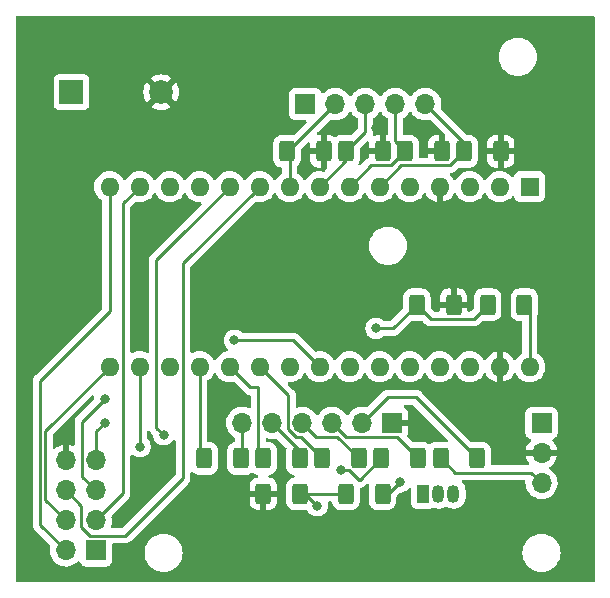
<source format=gbr>
%TF.GenerationSoftware,KiCad,Pcbnew,(6.0.6-0)*%
%TF.CreationDate,2022-07-04T00:10:09+08:00*%
%TF.ProjectId,test,74657374-2e6b-4696-9361-645f70636258,rev?*%
%TF.SameCoordinates,Original*%
%TF.FileFunction,Copper,L2,Bot*%
%TF.FilePolarity,Positive*%
%FSLAX46Y46*%
G04 Gerber Fmt 4.6, Leading zero omitted, Abs format (unit mm)*
G04 Created by KiCad (PCBNEW (6.0.6-0)) date 2022-07-04 00:10:09*
%MOMM*%
%LPD*%
G01*
G04 APERTURE LIST*
G04 Aperture macros list*
%AMRoundRect*
0 Rectangle with rounded corners*
0 $1 Rounding radius*
0 $2 $3 $4 $5 $6 $7 $8 $9 X,Y pos of 4 corners*
0 Add a 4 corners polygon primitive as box body*
4,1,4,$2,$3,$4,$5,$6,$7,$8,$9,$2,$3,0*
0 Add four circle primitives for the rounded corners*
1,1,$1+$1,$2,$3*
1,1,$1+$1,$4,$5*
1,1,$1+$1,$6,$7*
1,1,$1+$1,$8,$9*
0 Add four rect primitives between the rounded corners*
20,1,$1+$1,$2,$3,$4,$5,0*
20,1,$1+$1,$4,$5,$6,$7,0*
20,1,$1+$1,$6,$7,$8,$9,0*
20,1,$1+$1,$8,$9,$2,$3,0*%
G04 Aperture macros list end*
%TA.AperFunction,ComponentPad*%
%ADD10R,1.050000X1.500000*%
%TD*%
%TA.AperFunction,ComponentPad*%
%ADD11O,1.050000X1.500000*%
%TD*%
%TA.AperFunction,ComponentPad*%
%ADD12R,1.700000X1.700000*%
%TD*%
%TA.AperFunction,ComponentPad*%
%ADD13O,1.700000X1.700000*%
%TD*%
%TA.AperFunction,ComponentPad*%
%ADD14R,1.600000X1.600000*%
%TD*%
%TA.AperFunction,ComponentPad*%
%ADD15O,1.600000X1.600000*%
%TD*%
%TA.AperFunction,ComponentPad*%
%ADD16R,2.000000X2.000000*%
%TD*%
%TA.AperFunction,ComponentPad*%
%ADD17C,2.000000*%
%TD*%
%TA.AperFunction,SMDPad,CuDef*%
%ADD18RoundRect,0.250000X0.400000X0.625000X-0.400000X0.625000X-0.400000X-0.625000X0.400000X-0.625000X0*%
%TD*%
%TA.AperFunction,SMDPad,CuDef*%
%ADD19RoundRect,0.250000X-0.400000X-0.625000X0.400000X-0.625000X0.400000X0.625000X-0.400000X0.625000X0*%
%TD*%
%TA.AperFunction,ViaPad*%
%ADD20C,0.800000*%
%TD*%
%TA.AperFunction,Conductor*%
%ADD21C,0.250000*%
%TD*%
G04 APERTURE END LIST*
D10*
%TO.P,Q1,1,E*%
%TO.N,Net-(H3-Pad1)*%
X157000000Y-121000000D03*
D11*
%TO.P,Q1,2,B*%
%TO.N,Net-(Q1-Pad2)*%
X158270000Y-121000000D03*
%TO.P,Q1,3,C*%
%TO.N,Net-(Arduino1-Pad30)*%
X159540000Y-121000000D03*
%TD*%
D12*
%TO.P,J1_PWR,1,Power*%
%TO.N,Net-(H3-Pad1)*%
X167000000Y-115000000D03*
D13*
%TO.P,J1_PWR,2,Ground*%
%TO.N,Earth*%
X167000000Y-117540000D03*
%TO.P,J1_PWR,3,Charging_Signal*%
%TO.N,SIG*%
X167000000Y-120080000D03*
%TD*%
D12*
%TO.P,J2_2.4G,1,EMPTY*%
%TO.N,unconnected-(J2-Pad1)*%
X129275000Y-125800000D03*
D13*
%TO.P,J2_2.4G,2,MISO*%
%TO.N,Net-(Arduino1-Pad15)*%
X126735000Y-125800000D03*
%TO.P,J2_2.4G,3,MOSI*%
%TO.N,Net-(Arduino1-Pad14)*%
X129275000Y-123260000D03*
%TO.P,J2_2.4G,4,SCLK*%
%TO.N,Net-(Arduino1-Pad16)*%
X126735000Y-123260000D03*
%TO.P,J2_2.4G,5,CSN*%
%TO.N,Net-(Arduino1-Pad11)*%
X129275000Y-120720000D03*
%TO.P,J2_2.4G,6,CE*%
%TO.N,Net-(Arduino1-Pad10)*%
X126735000Y-120720000D03*
%TO.P,J2_2.4G,7,VCC*%
%TO.N,Net-(Arduino1-Pad17)*%
X129275000Y-118180000D03*
%TO.P,J2_2.4G,8,GND*%
%TO.N,Earth*%
X126735000Y-118180000D03*
%TD*%
D14*
%TO.P,Arduino1,1,TX*%
%TO.N,unconnected-(Arduino1-Pad1)*%
X166000000Y-95000000D03*
D15*
%TO.P,Arduino1,2,RX*%
%TO.N,unconnected-(Arduino1-Pad2)*%
X163460000Y-95000000D03*
%TO.P,Arduino1,3,RST*%
%TO.N,unconnected-(Arduino1-Pad3)*%
X160920000Y-95000000D03*
%TO.P,Arduino1,4,GND*%
%TO.N,Earth*%
X158380000Y-95000000D03*
%TO.P,Arduino1,5,D2*%
%TO.N,Net-(Arduino1-Pad5)*%
X155840000Y-95000000D03*
%TO.P,Arduino1,6,D3*%
%TO.N,Net-(Arduino1-Pad6)*%
X153300000Y-95000000D03*
%TO.P,Arduino1,7,D4*%
%TO.N,Net-(Arduino1-Pad7)*%
X150760000Y-95000000D03*
%TO.P,Arduino1,8,D5*%
%TO.N,Net-(Arduino1-Pad8)*%
X148220000Y-95000000D03*
%TO.P,Arduino1,9,D6*%
%TO.N,Net-(Arduino1-Pad9)*%
X145680000Y-95000000D03*
%TO.P,Arduino1,10,D7*%
%TO.N,Net-(Arduino1-Pad10)*%
X143140000Y-95000000D03*
%TO.P,Arduino1,11,D8*%
%TO.N,Net-(Arduino1-Pad11)*%
X140600000Y-95000000D03*
%TO.P,Arduino1,12,D9*%
%TO.N,unconnected-(Arduino1-Pad12)*%
X138060000Y-95000000D03*
%TO.P,Arduino1,13,D10(~{SS})*%
%TO.N,unconnected-(Arduino1-Pad13)*%
X135520000Y-95000000D03*
%TO.P,Arduino1,14,D11(MOSI)*%
%TO.N,Net-(Arduino1-Pad14)*%
X132980000Y-95000000D03*
%TO.P,Arduino1,15,D12(MISO)*%
%TO.N,Net-(Arduino1-Pad15)*%
X130440000Y-95000000D03*
%TO.P,Arduino1,16,D13*%
%TO.N,Net-(Arduino1-Pad16)*%
X130440000Y-110240000D03*
%TO.P,Arduino1,17,3V3*%
%TO.N,Net-(Arduino1-Pad17)*%
X132980000Y-110240000D03*
%TO.P,Arduino1,18,REF*%
%TO.N,unconnected-(Arduino1-Pad18)*%
X135520000Y-110240000D03*
%TO.P,Arduino1,19,A0*%
%TO.N,Net-(Arduino1-Pad19)*%
X138060000Y-110240000D03*
%TO.P,Arduino1,20,A1*%
%TO.N,Net-(Arduino1-Pad20)*%
X140600000Y-110240000D03*
%TO.P,Arduino1,21,A2*%
%TO.N,Net-(Arduino1-Pad21)*%
X143140000Y-110240000D03*
%TO.P,Arduino1,22,A3*%
%TO.N,Net-(Arduino1-Pad22)*%
X145680000Y-110240000D03*
%TO.P,Arduino1,23,A4*%
%TO.N,SIG*%
X148220000Y-110240000D03*
%TO.P,Arduino1,24,A5*%
%TO.N,Net-(Arduino1-Pad24)*%
X150760000Y-110240000D03*
%TO.P,Arduino1,25,A6*%
%TO.N,unconnected-(Arduino1-Pad25)*%
X153300000Y-110240000D03*
%TO.P,Arduino1,26,A7*%
%TO.N,unconnected-(Arduino1-Pad26)*%
X155840000Y-110240000D03*
%TO.P,Arduino1,27,5V*%
%TO.N,5V*%
X158380000Y-110240000D03*
%TO.P,Arduino1,28,RST*%
%TO.N,unconnected-(Arduino1-Pad28)*%
X160920000Y-110240000D03*
%TO.P,Arduino1,29,GND*%
%TO.N,Earth*%
X163460000Y-110240000D03*
%TO.P,Arduino1,30,VIN*%
%TO.N,Net-(Arduino1-Pad30)*%
X166000000Y-110240000D03*
%TD*%
D16*
%TO.P,BZ1,1,-*%
%TO.N,Net-(Arduino1-Pad5)*%
X127200000Y-87000000D03*
D17*
%TO.P,BZ1,2,+*%
%TO.N,Earth*%
X134800000Y-87000000D03*
%TD*%
D12*
%TO.P,J3_LED,1,Pin_1*%
%TO.N,Earth*%
X154350000Y-115000000D03*
D13*
%TO.P,J3_LED,2,Pin_2*%
%TO.N,Net-(J3-Pad2)*%
X151810000Y-115000000D03*
%TO.P,J3_LED,3,Pin_3*%
%TO.N,Net-(J3-Pad3)*%
X149270000Y-115000000D03*
%TO.P,J3_LED,4,Pin_4*%
%TO.N,Net-(J3-Pad4)*%
X146730000Y-115000000D03*
%TO.P,J3_LED,5,Pin_5*%
%TO.N,Net-(J3-Pad5)*%
X144190000Y-115000000D03*
%TO.P,J3_LED,6,Pin_6*%
%TO.N,Net-(J3-Pad6)*%
X141650000Y-115000000D03*
%TD*%
D12*
%TO.P,J5_BUTTON,1,Pin_1*%
%TO.N,5V*%
X147000000Y-88000000D03*
D13*
%TO.P,J5_BUTTON,2,Pin_2*%
%TO.N,Net-(Arduino1-Pad9)*%
X149540000Y-88000000D03*
%TO.P,J5_BUTTON,3,Pin_3*%
%TO.N,Net-(Arduino1-Pad8)*%
X152080000Y-88000000D03*
%TO.P,J5_BUTTON,4,Pin_4*%
%TO.N,Net-(Arduino1-Pad7)*%
X154620000Y-88000000D03*
%TO.P,J5_BUTTON,5,Pin_5*%
%TO.N,Net-(Arduino1-Pad6)*%
X157160000Y-88000000D03*
%TD*%
D18*
%TO.P,R12,1*%
%TO.N,Net-(Q1-Pad2)*%
X153545238Y-121000000D03*
%TO.P,R12,2*%
%TO.N,SIG*%
X150445238Y-121000000D03*
%TD*%
D19*
%TO.P,R11,1*%
%TO.N,Net-(Arduino1-Pad24)*%
X156450000Y-105000000D03*
%TO.P,R11,2*%
%TO.N,Earth*%
X159550000Y-105000000D03*
%TD*%
D18*
%TO.P,R10,1*%
%TO.N,Net-(J3-Pad2)*%
X161550000Y-118000000D03*
%TO.P,R10,2*%
%TO.N,SIG*%
X158450000Y-118000000D03*
%TD*%
D19*
%TO.P,R2,1*%
%TO.N,Net-(Arduino1-Pad7)*%
X155450000Y-92000000D03*
%TO.P,R2,2*%
%TO.N,Earth*%
X158550000Y-92000000D03*
%TD*%
D18*
%TO.P,R5,1*%
%TO.N,Net-(J3-Pad6)*%
X141550000Y-118000000D03*
%TO.P,R5,2*%
%TO.N,Net-(Arduino1-Pad19)*%
X138450000Y-118000000D03*
%TD*%
%TO.P,R13,1*%
%TO.N,SIG*%
X146545238Y-121000000D03*
%TO.P,R13,2*%
%TO.N,Earth*%
X143445238Y-121000000D03*
%TD*%
D19*
%TO.P,R7,1*%
%TO.N,Net-(Arduino1-Pad21)*%
X148450000Y-118000000D03*
%TO.P,R7,2*%
%TO.N,Net-(J3-Pad4)*%
X151550000Y-118000000D03*
%TD*%
%TO.P,R1,1*%
%TO.N,Net-(Arduino1-Pad6)*%
X160450000Y-92000000D03*
%TO.P,R1,2*%
%TO.N,Earth*%
X163550000Y-92000000D03*
%TD*%
%TO.P,R4,1*%
%TO.N,Net-(Arduino1-Pad9)*%
X145450000Y-92000000D03*
%TO.P,R4,2*%
%TO.N,Earth*%
X148550000Y-92000000D03*
%TD*%
D18*
%TO.P,R8,1*%
%TO.N,Net-(Arduino1-Pad30)*%
X165550000Y-105000000D03*
%TO.P,R8,2*%
%TO.N,Net-(Arduino1-Pad24)*%
X162450000Y-105000000D03*
%TD*%
D19*
%TO.P,R3,1*%
%TO.N,Net-(Arduino1-Pad8)*%
X150450000Y-92000000D03*
%TO.P,R3,2*%
%TO.N,Earth*%
X153550000Y-92000000D03*
%TD*%
D18*
%TO.P,R6,1*%
%TO.N,Net-(J3-Pad5)*%
X146550000Y-118000000D03*
%TO.P,R6,2*%
%TO.N,Net-(Arduino1-Pad20)*%
X143450000Y-118000000D03*
%TD*%
D19*
%TO.P,R9,1*%
%TO.N,Net-(Arduino1-Pad22)*%
X153450000Y-118000000D03*
%TO.P,R9,2*%
%TO.N,Net-(J3-Pad3)*%
X156550000Y-118000000D03*
%TD*%
D20*
%TO.N,Earth*%
X133000000Y-99000000D03*
X132000000Y-122000000D03*
X153000000Y-90000000D03*
X154000000Y-103000000D03*
X142000000Y-103000000D03*
X150000000Y-90000000D03*
X165000000Y-88000000D03*
X157000000Y-90000000D03*
X164000000Y-126000000D03*
X124000000Y-91000000D03*
X170000000Y-127000000D03*
X164000000Y-101000000D03*
X125000000Y-101000000D03*
X137000000Y-122000000D03*
%TO.N,Net-(Arduino1-Pad11)*%
X135000000Y-116000000D03*
X130000000Y-113000000D03*
%TO.N,Net-(Arduino1-Pad17)*%
X133000000Y-117000000D03*
X130000000Y-115000000D03*
%TO.N,Net-(Arduino1-Pad22)*%
X150000000Y-119000000D03*
%TO.N,SIG*%
X141000000Y-108000000D03*
X148000000Y-122000000D03*
%TO.N,Net-(Arduino1-Pad24)*%
X153000000Y-107000000D03*
%TO.N,Net-(Q1-Pad2)*%
X155000000Y-120000000D03*
%TD*%
D21*
%TO.N,Net-(Arduino1-Pad6)*%
X155100000Y-93200000D02*
X153300000Y-95000000D01*
X159250000Y-93200000D02*
X155100000Y-93200000D01*
X160450000Y-92000000D02*
X159250000Y-93200000D01*
X157160000Y-88000000D02*
X160450000Y-91290000D01*
X160450000Y-91290000D02*
X160450000Y-92000000D01*
%TO.N,Net-(Arduino1-Pad7)*%
X154620000Y-91170000D02*
X155450000Y-92000000D01*
X152560000Y-93200000D02*
X150760000Y-95000000D01*
X154620000Y-88000000D02*
X154620000Y-91170000D01*
X154250000Y-93200000D02*
X152560000Y-93200000D01*
X155450000Y-92000000D02*
X154250000Y-93200000D01*
%TO.N,Net-(Arduino1-Pad8)*%
X150450000Y-92000000D02*
X150450000Y-92770000D01*
X152080000Y-90370000D02*
X150450000Y-92000000D01*
X150450000Y-92770000D02*
X148220000Y-95000000D01*
X152080000Y-88000000D02*
X152080000Y-90370000D01*
%TO.N,Net-(Arduino1-Pad9)*%
X149540000Y-88000000D02*
X145540000Y-92000000D01*
X145540000Y-92000000D02*
X145450000Y-92000000D01*
X145450000Y-92000000D02*
X145680000Y-92230000D01*
X145680000Y-92230000D02*
X145680000Y-95000000D01*
%TO.N,Net-(Arduino1-Pad10)*%
X136645000Y-119645000D02*
X136645000Y-101495000D01*
X136645000Y-101495000D02*
X143140000Y-95000000D01*
X131756778Y-124533222D02*
X136645000Y-119645000D01*
X128009278Y-123784280D02*
X128758220Y-124533222D01*
X128758220Y-124533222D02*
X131756778Y-124533222D01*
X126735000Y-120720000D02*
X128009278Y-121994278D01*
X128009278Y-121994278D02*
X128009278Y-123784280D01*
%TO.N,Net-(Arduino1-Pad11)*%
X135000000Y-116000000D02*
X134395000Y-115395000D01*
X140600000Y-95000000D02*
X136300000Y-99300000D01*
X134395000Y-101205000D02*
X136300000Y-99300000D01*
X128100000Y-119545000D02*
X128100000Y-114900000D01*
X129275000Y-120720000D02*
X128100000Y-119545000D01*
X128100000Y-114900000D02*
X130000000Y-113000000D01*
X134395000Y-115395000D02*
X134395000Y-101205000D01*
%TO.N,Net-(Arduino1-Pad14)*%
X129275000Y-123260000D02*
X131565000Y-120970000D01*
X131565000Y-120970000D02*
X131565000Y-96415000D01*
X131565000Y-96415000D02*
X132980000Y-95000000D01*
%TO.N,Net-(Arduino1-Pad15)*%
X130440000Y-105560000D02*
X130440000Y-95000000D01*
X130440000Y-105560000D02*
X124550000Y-111450000D01*
X124550000Y-123615000D02*
X126735000Y-125800000D01*
X124550000Y-111450000D02*
X124550000Y-123615000D01*
%TO.N,Net-(Arduino1-Pad16)*%
X126735000Y-123260000D02*
X125000000Y-121525000D01*
X125000000Y-121525000D02*
X125000000Y-115680000D01*
X125000000Y-115680000D02*
X130440000Y-110240000D01*
%TO.N,Net-(Arduino1-Pad17)*%
X129275000Y-115725000D02*
X130000000Y-115000000D01*
X132980000Y-110240000D02*
X132980000Y-116980000D01*
X132980000Y-116980000D02*
X133000000Y-117000000D01*
X129275000Y-118180000D02*
X129275000Y-115725000D01*
%TO.N,Net-(Arduino1-Pad19)*%
X138450000Y-118000000D02*
X138060000Y-117610000D01*
X138060000Y-117610000D02*
X138060000Y-110240000D01*
%TO.N,Net-(Arduino1-Pad20)*%
X142360000Y-112000000D02*
X140600000Y-110240000D01*
X143000000Y-112000000D02*
X142360000Y-112000000D01*
X143000000Y-117550000D02*
X143000000Y-112000000D01*
X143000000Y-117550000D02*
X143450000Y-118000000D01*
%TO.N,Net-(Arduino1-Pad21)*%
X146175000Y-116175000D02*
X145555000Y-115555000D01*
X145555000Y-112655000D02*
X143140000Y-110240000D01*
X148450000Y-118000000D02*
X146625000Y-116175000D01*
X145555000Y-115555000D02*
X145555000Y-112655000D01*
X146625000Y-116175000D02*
X146175000Y-116175000D01*
%TO.N,Net-(Arduino1-Pad22)*%
X151565360Y-119853533D02*
X151596467Y-119853533D01*
X150711827Y-119000000D02*
X151565360Y-119853533D01*
X151596467Y-119853533D02*
X153450000Y-118000000D01*
X150000000Y-119000000D02*
X150711827Y-119000000D01*
X153450000Y-118000000D02*
X153450000Y-117450000D01*
%TO.N,SIG*%
X166120000Y-119200000D02*
X167000000Y-120080000D01*
X146545238Y-121000000D02*
X150445238Y-121000000D01*
X159650000Y-119200000D02*
X166120000Y-119200000D01*
X145980000Y-108000000D02*
X141000000Y-108000000D01*
X158450000Y-118000000D02*
X159650000Y-119200000D01*
X147000000Y-121000000D02*
X148000000Y-122000000D01*
X146545238Y-121000000D02*
X147000000Y-121000000D01*
X148220000Y-110240000D02*
X145980000Y-108000000D01*
%TO.N,Net-(Arduino1-Pad24)*%
X157650000Y-106200000D02*
X156450000Y-105000000D01*
X154450000Y-107000000D02*
X153000000Y-107000000D01*
X162450000Y-105000000D02*
X161250000Y-106200000D01*
X161250000Y-106200000D02*
X157650000Y-106200000D01*
X156450000Y-105000000D02*
X154450000Y-107000000D01*
%TO.N,Net-(Arduino1-Pad30)*%
X165550000Y-105000000D02*
X166000000Y-105450000D01*
X166000000Y-105450000D02*
X166000000Y-110240000D01*
%TO.N,Net-(J3-Pad2)*%
X156375000Y-112825000D02*
X161550000Y-118000000D01*
X153985000Y-112825000D02*
X156375000Y-112825000D01*
X151810000Y-115000000D02*
X153985000Y-112825000D01*
%TO.N,Net-(J3-Pad3)*%
X150445000Y-116175000D02*
X154725000Y-116175000D01*
X154725000Y-116175000D02*
X156550000Y-118000000D01*
X149270000Y-115000000D02*
X150445000Y-116175000D01*
%TO.N,Net-(J3-Pad4)*%
X147905000Y-116175000D02*
X149725000Y-116175000D01*
X146730000Y-115000000D02*
X147905000Y-116175000D01*
X149725000Y-116175000D02*
X151550000Y-118000000D01*
%TO.N,Net-(J3-Pad5)*%
X146550000Y-117360000D02*
X146550000Y-118000000D01*
X144190000Y-115000000D02*
X146550000Y-117360000D01*
%TO.N,Net-(J3-Pad6)*%
X141650000Y-115000000D02*
X141650000Y-117900000D01*
X141650000Y-117900000D02*
X141550000Y-118000000D01*
%TO.N,Net-(Q1-Pad2)*%
X154000000Y-121000000D02*
X155000000Y-120000000D01*
X153545238Y-121000000D02*
X154000000Y-121000000D01*
%TD*%
%TA.AperFunction,Conductor*%
%TO.N,Earth*%
G36*
X171433621Y-80528502D02*
G01*
X171480114Y-80582158D01*
X171491500Y-80634500D01*
X171491500Y-128365500D01*
X171471498Y-128433621D01*
X171417842Y-128480114D01*
X171365500Y-128491500D01*
X122634500Y-128491500D01*
X122566379Y-128471498D01*
X122519886Y-128417842D01*
X122508500Y-128365500D01*
X122508500Y-111429943D01*
X123911780Y-111429943D01*
X123912526Y-111437835D01*
X123915941Y-111473961D01*
X123916500Y-111485819D01*
X123916500Y-123536233D01*
X123915973Y-123547416D01*
X123914298Y-123554909D01*
X123914547Y-123562835D01*
X123914547Y-123562836D01*
X123916438Y-123622986D01*
X123916500Y-123626945D01*
X123916500Y-123654856D01*
X123916997Y-123658790D01*
X123916997Y-123658791D01*
X123917005Y-123658856D01*
X123917938Y-123670693D01*
X123919327Y-123714889D01*
X123924978Y-123734339D01*
X123928987Y-123753700D01*
X123931526Y-123773797D01*
X123934445Y-123781168D01*
X123934445Y-123781170D01*
X123947804Y-123814912D01*
X123951649Y-123826142D01*
X123963982Y-123868593D01*
X123968015Y-123875412D01*
X123968017Y-123875417D01*
X123974293Y-123886028D01*
X123982988Y-123903776D01*
X123990448Y-123922617D01*
X123995110Y-123929033D01*
X123995110Y-123929034D01*
X124016436Y-123958387D01*
X124022952Y-123968307D01*
X124045458Y-124006362D01*
X124059779Y-124020683D01*
X124072619Y-124035716D01*
X124084528Y-124052107D01*
X124090634Y-124057158D01*
X124118605Y-124080298D01*
X124127384Y-124088288D01*
X125384778Y-125345682D01*
X125418804Y-125407994D01*
X125417100Y-125468448D01*
X125395989Y-125544570D01*
X125372251Y-125766695D01*
X125385110Y-125989715D01*
X125386247Y-125994761D01*
X125386248Y-125994767D01*
X125410304Y-126101508D01*
X125434222Y-126207639D01*
X125518266Y-126414616D01*
X125634987Y-126605088D01*
X125781250Y-126773938D01*
X125953126Y-126916632D01*
X126146000Y-127029338D01*
X126354692Y-127109030D01*
X126359760Y-127110061D01*
X126359763Y-127110062D01*
X126467017Y-127131883D01*
X126573597Y-127153567D01*
X126578772Y-127153757D01*
X126578774Y-127153757D01*
X126791673Y-127161564D01*
X126791677Y-127161564D01*
X126796837Y-127161753D01*
X126801957Y-127161097D01*
X126801959Y-127161097D01*
X127013288Y-127134025D01*
X127013289Y-127134025D01*
X127018416Y-127133368D01*
X127023366Y-127131883D01*
X127227429Y-127070661D01*
X127227434Y-127070659D01*
X127232384Y-127069174D01*
X127432994Y-126970896D01*
X127614860Y-126841173D01*
X127723091Y-126733319D01*
X127785462Y-126699404D01*
X127856268Y-126704592D01*
X127913030Y-126747238D01*
X127930012Y-126778341D01*
X127974385Y-126896705D01*
X128061739Y-127013261D01*
X128178295Y-127100615D01*
X128314684Y-127151745D01*
X128376866Y-127158500D01*
X130173134Y-127158500D01*
X130235316Y-127151745D01*
X130371705Y-127100615D01*
X130488261Y-127013261D01*
X130575615Y-126896705D01*
X130626745Y-126760316D01*
X130633500Y-126698134D01*
X130633500Y-126000000D01*
X133386526Y-126000000D01*
X133406391Y-126252403D01*
X133465495Y-126498591D01*
X133467388Y-126503162D01*
X133467389Y-126503164D01*
X133511224Y-126608990D01*
X133562384Y-126732502D01*
X133694672Y-126948376D01*
X133859102Y-127140898D01*
X134051624Y-127305328D01*
X134267498Y-127437616D01*
X134272068Y-127439509D01*
X134272072Y-127439511D01*
X134496836Y-127532611D01*
X134501409Y-127534505D01*
X134586032Y-127554821D01*
X134742784Y-127592454D01*
X134742790Y-127592455D01*
X134747597Y-127593609D01*
X134847416Y-127601465D01*
X134934345Y-127608307D01*
X134934352Y-127608307D01*
X134936801Y-127608500D01*
X135063199Y-127608500D01*
X135065648Y-127608307D01*
X135065655Y-127608307D01*
X135152584Y-127601465D01*
X135252403Y-127593609D01*
X135257210Y-127592455D01*
X135257216Y-127592454D01*
X135413968Y-127554821D01*
X135498591Y-127534505D01*
X135503164Y-127532611D01*
X135727928Y-127439511D01*
X135727932Y-127439509D01*
X135732502Y-127437616D01*
X135948376Y-127305328D01*
X136140898Y-127140898D01*
X136305328Y-126948376D01*
X136437616Y-126732502D01*
X136488777Y-126608990D01*
X136532611Y-126503164D01*
X136532612Y-126503162D01*
X136534505Y-126498591D01*
X136593609Y-126252403D01*
X136613474Y-126000000D01*
X165386526Y-126000000D01*
X165406391Y-126252403D01*
X165465495Y-126498591D01*
X165467388Y-126503162D01*
X165467389Y-126503164D01*
X165511224Y-126608990D01*
X165562384Y-126732502D01*
X165694672Y-126948376D01*
X165859102Y-127140898D01*
X166051624Y-127305328D01*
X166267498Y-127437616D01*
X166272068Y-127439509D01*
X166272072Y-127439511D01*
X166496836Y-127532611D01*
X166501409Y-127534505D01*
X166586032Y-127554821D01*
X166742784Y-127592454D01*
X166742790Y-127592455D01*
X166747597Y-127593609D01*
X166847416Y-127601465D01*
X166934345Y-127608307D01*
X166934352Y-127608307D01*
X166936801Y-127608500D01*
X167063199Y-127608500D01*
X167065648Y-127608307D01*
X167065655Y-127608307D01*
X167152584Y-127601465D01*
X167252403Y-127593609D01*
X167257210Y-127592455D01*
X167257216Y-127592454D01*
X167413968Y-127554821D01*
X167498591Y-127534505D01*
X167503164Y-127532611D01*
X167727928Y-127439511D01*
X167727932Y-127439509D01*
X167732502Y-127437616D01*
X167948376Y-127305328D01*
X168140898Y-127140898D01*
X168305328Y-126948376D01*
X168437616Y-126732502D01*
X168488777Y-126608990D01*
X168532611Y-126503164D01*
X168532612Y-126503162D01*
X168534505Y-126498591D01*
X168593609Y-126252403D01*
X168613474Y-126000000D01*
X168593609Y-125747597D01*
X168534505Y-125501409D01*
X168532611Y-125496836D01*
X168439511Y-125272072D01*
X168439509Y-125272068D01*
X168437616Y-125267498D01*
X168305328Y-125051624D01*
X168140898Y-124859102D01*
X167948376Y-124694672D01*
X167732502Y-124562384D01*
X167727932Y-124560491D01*
X167727928Y-124560489D01*
X167503164Y-124467389D01*
X167503162Y-124467388D01*
X167498591Y-124465495D01*
X167354475Y-124430896D01*
X167257216Y-124407546D01*
X167257210Y-124407545D01*
X167252403Y-124406391D01*
X167152584Y-124398535D01*
X167065655Y-124391693D01*
X167065648Y-124391693D01*
X167063199Y-124391500D01*
X166936801Y-124391500D01*
X166934352Y-124391693D01*
X166934345Y-124391693D01*
X166847416Y-124398535D01*
X166747597Y-124406391D01*
X166742790Y-124407545D01*
X166742784Y-124407546D01*
X166645525Y-124430896D01*
X166501409Y-124465495D01*
X166496838Y-124467388D01*
X166496836Y-124467389D01*
X166272072Y-124560489D01*
X166272068Y-124560491D01*
X166267498Y-124562384D01*
X166051624Y-124694672D01*
X165859102Y-124859102D01*
X165694672Y-125051624D01*
X165562384Y-125267498D01*
X165560491Y-125272068D01*
X165560489Y-125272072D01*
X165467389Y-125496836D01*
X165465495Y-125501409D01*
X165406391Y-125747597D01*
X165386526Y-126000000D01*
X136613474Y-126000000D01*
X136593609Y-125747597D01*
X136534505Y-125501409D01*
X136532611Y-125496836D01*
X136439511Y-125272072D01*
X136439509Y-125272068D01*
X136437616Y-125267498D01*
X136305328Y-125051624D01*
X136140898Y-124859102D01*
X135948376Y-124694672D01*
X135732502Y-124562384D01*
X135727932Y-124560491D01*
X135727928Y-124560489D01*
X135503164Y-124467389D01*
X135503162Y-124467388D01*
X135498591Y-124465495D01*
X135354475Y-124430896D01*
X135257216Y-124407546D01*
X135257210Y-124407545D01*
X135252403Y-124406391D01*
X135152584Y-124398535D01*
X135065655Y-124391693D01*
X135065648Y-124391693D01*
X135063199Y-124391500D01*
X134936801Y-124391500D01*
X134934352Y-124391693D01*
X134934345Y-124391693D01*
X134847416Y-124398535D01*
X134747597Y-124406391D01*
X134742790Y-124407545D01*
X134742784Y-124407546D01*
X134645525Y-124430896D01*
X134501409Y-124465495D01*
X134496838Y-124467388D01*
X134496836Y-124467389D01*
X134272072Y-124560489D01*
X134272068Y-124560491D01*
X134267498Y-124562384D01*
X134051624Y-124694672D01*
X133859102Y-124859102D01*
X133694672Y-125051624D01*
X133562384Y-125267498D01*
X133560491Y-125272068D01*
X133560489Y-125272072D01*
X133467389Y-125496836D01*
X133465495Y-125501409D01*
X133406391Y-125747597D01*
X133386526Y-126000000D01*
X130633500Y-126000000D01*
X130633500Y-125292722D01*
X130653502Y-125224601D01*
X130707158Y-125178108D01*
X130759500Y-125166722D01*
X131678011Y-125166722D01*
X131689194Y-125167249D01*
X131696687Y-125168924D01*
X131704613Y-125168675D01*
X131704614Y-125168675D01*
X131764764Y-125166784D01*
X131768723Y-125166722D01*
X131796634Y-125166722D01*
X131800569Y-125166225D01*
X131800634Y-125166217D01*
X131812471Y-125165284D01*
X131844729Y-125164270D01*
X131848748Y-125164144D01*
X131856667Y-125163895D01*
X131876121Y-125158243D01*
X131895478Y-125154235D01*
X131907708Y-125152690D01*
X131907709Y-125152690D01*
X131915575Y-125151696D01*
X131922946Y-125148777D01*
X131922948Y-125148777D01*
X131956690Y-125135418D01*
X131967920Y-125131573D01*
X132002761Y-125121451D01*
X132002762Y-125121451D01*
X132010371Y-125119240D01*
X132017190Y-125115207D01*
X132017195Y-125115205D01*
X132027806Y-125108929D01*
X132045554Y-125100234D01*
X132064395Y-125092774D01*
X132100165Y-125066786D01*
X132110085Y-125060270D01*
X132141313Y-125041802D01*
X132141316Y-125041800D01*
X132148140Y-125037764D01*
X132162461Y-125023443D01*
X132177495Y-125010602D01*
X132187472Y-125003353D01*
X132193885Y-124998694D01*
X132222076Y-124964617D01*
X132230066Y-124955838D01*
X135513810Y-121672095D01*
X142287239Y-121672095D01*
X142287576Y-121678614D01*
X142297495Y-121774206D01*
X142300387Y-121787600D01*
X142351826Y-121941784D01*
X142357999Y-121954962D01*
X142443301Y-122092807D01*
X142452337Y-122104208D01*
X142567067Y-122218739D01*
X142578478Y-122227751D01*
X142716481Y-122312816D01*
X142729662Y-122318963D01*
X142883948Y-122370138D01*
X142897324Y-122373005D01*
X142991676Y-122382672D01*
X142998092Y-122383000D01*
X143173123Y-122383000D01*
X143188362Y-122378525D01*
X143189567Y-122377135D01*
X143191238Y-122369452D01*
X143191238Y-122364884D01*
X143699238Y-122364884D01*
X143703713Y-122380123D01*
X143705103Y-122381328D01*
X143712786Y-122382999D01*
X143892333Y-122382999D01*
X143898852Y-122382662D01*
X143994444Y-122372743D01*
X144007838Y-122369851D01*
X144162022Y-122318412D01*
X144175200Y-122312239D01*
X144313045Y-122226937D01*
X144324446Y-122217901D01*
X144438977Y-122103171D01*
X144447989Y-122091760D01*
X144533054Y-121953757D01*
X144539201Y-121940576D01*
X144590376Y-121786290D01*
X144593243Y-121772914D01*
X144602910Y-121678562D01*
X144603238Y-121672146D01*
X144603238Y-121272115D01*
X144598763Y-121256876D01*
X144597373Y-121255671D01*
X144589690Y-121254000D01*
X143717353Y-121254000D01*
X143702114Y-121258475D01*
X143700909Y-121259865D01*
X143699238Y-121267548D01*
X143699238Y-122364884D01*
X143191238Y-122364884D01*
X143191238Y-121272115D01*
X143186763Y-121256876D01*
X143185373Y-121255671D01*
X143177690Y-121254000D01*
X142305354Y-121254000D01*
X142290115Y-121258475D01*
X142288910Y-121259865D01*
X142287239Y-121267548D01*
X142287239Y-121672095D01*
X135513810Y-121672095D01*
X137037253Y-120148652D01*
X137045539Y-120141112D01*
X137052018Y-120137000D01*
X137098644Y-120087348D01*
X137101398Y-120084507D01*
X137121135Y-120064770D01*
X137123615Y-120061573D01*
X137131320Y-120052551D01*
X137161586Y-120020321D01*
X137165405Y-120013375D01*
X137165407Y-120013372D01*
X137171348Y-120002566D01*
X137182199Y-119986047D01*
X137189758Y-119976301D01*
X137194614Y-119970041D01*
X137197759Y-119962772D01*
X137197762Y-119962768D01*
X137212174Y-119929463D01*
X137217391Y-119918813D01*
X137238695Y-119880060D01*
X137243733Y-119860437D01*
X137250137Y-119841734D01*
X137255033Y-119830420D01*
X137255033Y-119830419D01*
X137258181Y-119823145D01*
X137259420Y-119815322D01*
X137259423Y-119815312D01*
X137265099Y-119779476D01*
X137267505Y-119767856D01*
X137276528Y-119732711D01*
X137276528Y-119732710D01*
X137278500Y-119725030D01*
X137278500Y-119704776D01*
X137280051Y-119685065D01*
X137280419Y-119682745D01*
X137283220Y-119665057D01*
X137279059Y-119621038D01*
X137278500Y-119609181D01*
X137278500Y-119230444D01*
X137298502Y-119162323D01*
X137352158Y-119115830D01*
X137422432Y-119105726D01*
X137487012Y-119135220D01*
X137493518Y-119141271D01*
X137576697Y-119224305D01*
X137582927Y-119228145D01*
X137582928Y-119228146D01*
X137720090Y-119312694D01*
X137727262Y-119317115D01*
X137793856Y-119339203D01*
X137888611Y-119370632D01*
X137888613Y-119370632D01*
X137895139Y-119372797D01*
X137901975Y-119373497D01*
X137901978Y-119373498D01*
X137945031Y-119377909D01*
X137999600Y-119383500D01*
X138900400Y-119383500D01*
X138903646Y-119383163D01*
X138903650Y-119383163D01*
X138999308Y-119373238D01*
X138999312Y-119373237D01*
X139006166Y-119372526D01*
X139012702Y-119370345D01*
X139012704Y-119370345D01*
X139160206Y-119321134D01*
X139173946Y-119316550D01*
X139324348Y-119223478D01*
X139449305Y-119098303D01*
X139453146Y-119092072D01*
X139538275Y-118953968D01*
X139538276Y-118953966D01*
X139542115Y-118947738D01*
X139597797Y-118779861D01*
X139608500Y-118675400D01*
X139608500Y-117324600D01*
X139603141Y-117272947D01*
X139598238Y-117225692D01*
X139598237Y-117225688D01*
X139597526Y-117218834D01*
X139589539Y-117194892D01*
X139543868Y-117058002D01*
X139541550Y-117051054D01*
X139448478Y-116900652D01*
X139410863Y-116863102D01*
X139328483Y-116780866D01*
X139323303Y-116775695D01*
X139266500Y-116740681D01*
X139178968Y-116686725D01*
X139178966Y-116686724D01*
X139172738Y-116682885D01*
X139054704Y-116643735D01*
X139011389Y-116629368D01*
X139011387Y-116629368D01*
X139004861Y-116627203D01*
X138998025Y-116626503D01*
X138998022Y-116626502D01*
X138954969Y-116622091D01*
X138900400Y-116616500D01*
X138819500Y-116616500D01*
X138751379Y-116596498D01*
X138704886Y-116542842D01*
X138693500Y-116490500D01*
X138693500Y-111459394D01*
X138713502Y-111391273D01*
X138747229Y-111356181D01*
X138899789Y-111249357D01*
X138899792Y-111249355D01*
X138904300Y-111246198D01*
X139066198Y-111084300D01*
X139076982Y-111068900D01*
X139194366Y-110901257D01*
X139197523Y-110896749D01*
X139199846Y-110891767D01*
X139199849Y-110891762D01*
X139215805Y-110857543D01*
X139262722Y-110804258D01*
X139330999Y-110784797D01*
X139398959Y-110805339D01*
X139444195Y-110857543D01*
X139460151Y-110891762D01*
X139460154Y-110891767D01*
X139462477Y-110896749D01*
X139465634Y-110901257D01*
X139583019Y-111068900D01*
X139593802Y-111084300D01*
X139755700Y-111246198D01*
X139760208Y-111249355D01*
X139760211Y-111249357D01*
X139818500Y-111290171D01*
X139943251Y-111377523D01*
X139948233Y-111379846D01*
X139948238Y-111379849D01*
X140072591Y-111437835D01*
X140150757Y-111474284D01*
X140156065Y-111475706D01*
X140156067Y-111475707D01*
X140366598Y-111532119D01*
X140366600Y-111532119D01*
X140371913Y-111533543D01*
X140600000Y-111553498D01*
X140828087Y-111533543D01*
X140833392Y-111532121D01*
X140833406Y-111532119D01*
X140891539Y-111516541D01*
X140962516Y-111518229D01*
X141013248Y-111549152D01*
X141440233Y-111976138D01*
X141856353Y-112392258D01*
X141863887Y-112400537D01*
X141868000Y-112407018D01*
X141913316Y-112449572D01*
X141917651Y-112453643D01*
X141920493Y-112456398D01*
X141940230Y-112476135D01*
X141943427Y-112478615D01*
X141952447Y-112486318D01*
X141984679Y-112516586D01*
X141991625Y-112520405D01*
X141991628Y-112520407D01*
X142002434Y-112526348D01*
X142018953Y-112537199D01*
X142034959Y-112549614D01*
X142042228Y-112552759D01*
X142042232Y-112552762D01*
X142075537Y-112567174D01*
X142086187Y-112572391D01*
X142124940Y-112593695D01*
X142132615Y-112595666D01*
X142132616Y-112595666D01*
X142144562Y-112598733D01*
X142163267Y-112605137D01*
X142181855Y-112613181D01*
X142189678Y-112614420D01*
X142189688Y-112614423D01*
X142225524Y-112620099D01*
X142237144Y-112622505D01*
X142271833Y-112631411D01*
X142332840Y-112667725D01*
X142364529Y-112731256D01*
X142366500Y-112753453D01*
X142366500Y-113634200D01*
X142346498Y-113702321D01*
X142292842Y-113748814D01*
X142222568Y-113758918D01*
X142198441Y-113752973D01*
X142003091Y-113683796D01*
X142003083Y-113683794D01*
X141998212Y-113682069D01*
X141993119Y-113681162D01*
X141993116Y-113681161D01*
X141783373Y-113643800D01*
X141783367Y-113643799D01*
X141778284Y-113642894D01*
X141704452Y-113641992D01*
X141560081Y-113640228D01*
X141560079Y-113640228D01*
X141554911Y-113640165D01*
X141334091Y-113673955D01*
X141121756Y-113743357D01*
X140923607Y-113846507D01*
X140919474Y-113849610D01*
X140919471Y-113849612D01*
X140749100Y-113977530D01*
X140744965Y-113980635D01*
X140590629Y-114142138D01*
X140464743Y-114326680D01*
X140443746Y-114371914D01*
X140403949Y-114457651D01*
X140370688Y-114529305D01*
X140310989Y-114744570D01*
X140287251Y-114966695D01*
X140287548Y-114971848D01*
X140287548Y-114971851D01*
X140292904Y-115064746D01*
X140300110Y-115189715D01*
X140301247Y-115194761D01*
X140301248Y-115194767D01*
X140318680Y-115272115D01*
X140349222Y-115407639D01*
X140433266Y-115614616D01*
X140472638Y-115678866D01*
X140547288Y-115800683D01*
X140549987Y-115805088D01*
X140696250Y-115973938D01*
X140868126Y-116116632D01*
X140954070Y-116166853D01*
X141002794Y-116218491D01*
X141016500Y-116275641D01*
X141016500Y-116529121D01*
X140996498Y-116597242D01*
X140942842Y-116643735D01*
X140930377Y-116648644D01*
X140833007Y-116681130D01*
X140833005Y-116681131D01*
X140826054Y-116683450D01*
X140675652Y-116776522D01*
X140550695Y-116901697D01*
X140546855Y-116907927D01*
X140546854Y-116907928D01*
X140494147Y-116993435D01*
X140457885Y-117052262D01*
X140436363Y-117117148D01*
X140404369Y-117213610D01*
X140402203Y-117220139D01*
X140391500Y-117324600D01*
X140391500Y-118675400D01*
X140391837Y-118678646D01*
X140391837Y-118678650D01*
X140400493Y-118762069D01*
X140402474Y-118781166D01*
X140458450Y-118948946D01*
X140551522Y-119099348D01*
X140676697Y-119224305D01*
X140682927Y-119228145D01*
X140682928Y-119228146D01*
X140820090Y-119312694D01*
X140827262Y-119317115D01*
X140893856Y-119339203D01*
X140988611Y-119370632D01*
X140988613Y-119370632D01*
X140995139Y-119372797D01*
X141001975Y-119373497D01*
X141001978Y-119373498D01*
X141045031Y-119377909D01*
X141099600Y-119383500D01*
X142000400Y-119383500D01*
X142003646Y-119383163D01*
X142003650Y-119383163D01*
X142099308Y-119373238D01*
X142099312Y-119373237D01*
X142106166Y-119372526D01*
X142112702Y-119370345D01*
X142112704Y-119370345D01*
X142260206Y-119321134D01*
X142273946Y-119316550D01*
X142424348Y-119223478D01*
X142424464Y-119223362D01*
X142487543Y-119197827D01*
X142557308Y-119210996D01*
X142574251Y-119221864D01*
X142576697Y-119224305D01*
X142651979Y-119270710D01*
X142720090Y-119312694D01*
X142727262Y-119317115D01*
X142793856Y-119339203D01*
X142888611Y-119370632D01*
X142888613Y-119370632D01*
X142895139Y-119372797D01*
X142901979Y-119373498D01*
X142901980Y-119373498D01*
X142913878Y-119374717D01*
X142979606Y-119401558D01*
X143020388Y-119459672D01*
X143023278Y-119530610D01*
X142987356Y-119591849D01*
X142924029Y-119623945D01*
X142914041Y-119625388D01*
X142896032Y-119627257D01*
X142882638Y-119630149D01*
X142728454Y-119681588D01*
X142715276Y-119687761D01*
X142577431Y-119773063D01*
X142566030Y-119782099D01*
X142451499Y-119896829D01*
X142442487Y-119908240D01*
X142357422Y-120046243D01*
X142351275Y-120059424D01*
X142300100Y-120213710D01*
X142297233Y-120227086D01*
X142287566Y-120321438D01*
X142287238Y-120327855D01*
X142287238Y-120727885D01*
X142291713Y-120743124D01*
X142293103Y-120744329D01*
X142300786Y-120746000D01*
X144585122Y-120746000D01*
X144600361Y-120741525D01*
X144601566Y-120740135D01*
X144603237Y-120732452D01*
X144603237Y-120327905D01*
X144602900Y-120321386D01*
X144592981Y-120225794D01*
X144590089Y-120212400D01*
X144538650Y-120058216D01*
X144532477Y-120045038D01*
X144447175Y-119907193D01*
X144438139Y-119895792D01*
X144323409Y-119781261D01*
X144311998Y-119772249D01*
X144173995Y-119687184D01*
X144160814Y-119681037D01*
X144006528Y-119629862D01*
X143993152Y-119626995D01*
X143981365Y-119625787D01*
X143915637Y-119598946D01*
X143874855Y-119540831D01*
X143871967Y-119469893D01*
X143907889Y-119408655D01*
X143971216Y-119376558D01*
X143981204Y-119375116D01*
X143999307Y-119373238D01*
X143999310Y-119373237D01*
X144006166Y-119372526D01*
X144012702Y-119370345D01*
X144012704Y-119370345D01*
X144160206Y-119321134D01*
X144173946Y-119316550D01*
X144324348Y-119223478D01*
X144449305Y-119098303D01*
X144453146Y-119092072D01*
X144538275Y-118953968D01*
X144538276Y-118953966D01*
X144542115Y-118947738D01*
X144597797Y-118779861D01*
X144608500Y-118675400D01*
X144608500Y-117324600D01*
X144603141Y-117272947D01*
X144598238Y-117225692D01*
X144598237Y-117225688D01*
X144597526Y-117218834D01*
X144589539Y-117194892D01*
X144543868Y-117058002D01*
X144541550Y-117051054D01*
X144448478Y-116900652D01*
X144410863Y-116863102D01*
X144328483Y-116780866D01*
X144323303Y-116775695D01*
X144266500Y-116740681D01*
X144178968Y-116686725D01*
X144178966Y-116686724D01*
X144172738Y-116682885D01*
X144054704Y-116643735D01*
X144011389Y-116629368D01*
X144011387Y-116629368D01*
X144004861Y-116627203D01*
X143998025Y-116626503D01*
X143998022Y-116626502D01*
X143954969Y-116622091D01*
X143900400Y-116616500D01*
X143759500Y-116616500D01*
X143691379Y-116596498D01*
X143644886Y-116542842D01*
X143633500Y-116490500D01*
X143633500Y-116424738D01*
X143653502Y-116356617D01*
X143707158Y-116310124D01*
X143777432Y-116300020D01*
X143799865Y-116305839D01*
X143799893Y-116305742D01*
X143803228Y-116306711D01*
X143804447Y-116307027D01*
X143804862Y-116307186D01*
X143804866Y-116307187D01*
X143809692Y-116309030D01*
X143814760Y-116310061D01*
X143814763Y-116310062D01*
X143922012Y-116331882D01*
X144028597Y-116353567D01*
X144033772Y-116353757D01*
X144033774Y-116353757D01*
X144246673Y-116361564D01*
X144246677Y-116361564D01*
X144251837Y-116361753D01*
X144256957Y-116361097D01*
X144256959Y-116361097D01*
X144468288Y-116334025D01*
X144468289Y-116334025D01*
X144473416Y-116333368D01*
X144478367Y-116331883D01*
X144478370Y-116331882D01*
X144519829Y-116319444D01*
X144590825Y-116319028D01*
X144645131Y-116351035D01*
X145375134Y-117081038D01*
X145409160Y-117143350D01*
X145405788Y-117206881D01*
X145405810Y-117206886D01*
X145405780Y-117207025D01*
X145405633Y-117209797D01*
X145404368Y-117213610D01*
X145404368Y-117213611D01*
X145402203Y-117220139D01*
X145391500Y-117324600D01*
X145391500Y-118675400D01*
X145391837Y-118678646D01*
X145391837Y-118678650D01*
X145400493Y-118762069D01*
X145402474Y-118781166D01*
X145458450Y-118948946D01*
X145551522Y-119099348D01*
X145676697Y-119224305D01*
X145682927Y-119228145D01*
X145682928Y-119228146D01*
X145820090Y-119312694D01*
X145827262Y-119317115D01*
X145893856Y-119339203D01*
X145988611Y-119370632D01*
X145988613Y-119370632D01*
X145995139Y-119372797D01*
X146001979Y-119373498D01*
X146001980Y-119373498D01*
X146007189Y-119374032D01*
X146011429Y-119374466D01*
X146077157Y-119401306D01*
X146117940Y-119459420D01*
X146120830Y-119530357D01*
X146084909Y-119591597D01*
X146021583Y-119623694D01*
X146011594Y-119625137D01*
X145995930Y-119626762D01*
X145995926Y-119626763D01*
X145989072Y-119627474D01*
X145982536Y-119629655D01*
X145982534Y-119629655D01*
X145876422Y-119665057D01*
X145821292Y-119683450D01*
X145670890Y-119776522D01*
X145545933Y-119901697D01*
X145542093Y-119907927D01*
X145542092Y-119907928D01*
X145469250Y-120026100D01*
X145453123Y-120052262D01*
X145450032Y-120061581D01*
X145404021Y-120200302D01*
X145397441Y-120220139D01*
X145396741Y-120226975D01*
X145396740Y-120226978D01*
X145392891Y-120264547D01*
X145386738Y-120324600D01*
X145386738Y-121675400D01*
X145387075Y-121678646D01*
X145387075Y-121678650D01*
X145396990Y-121774206D01*
X145397712Y-121781166D01*
X145399893Y-121787702D01*
X145399893Y-121787704D01*
X145426587Y-121867715D01*
X145453688Y-121948946D01*
X145546760Y-122099348D01*
X145671935Y-122224305D01*
X145678165Y-122228145D01*
X145678166Y-122228146D01*
X145815526Y-122312816D01*
X145822500Y-122317115D01*
X145902243Y-122343564D01*
X145983849Y-122370632D01*
X145983851Y-122370632D01*
X145990377Y-122372797D01*
X145997213Y-122373497D01*
X145997216Y-122373498D01*
X146034121Y-122377279D01*
X146094838Y-122383500D01*
X146995638Y-122383500D01*
X146998882Y-122383163D01*
X146998890Y-122383163D01*
X147081111Y-122374632D01*
X147150932Y-122387497D01*
X147203233Y-122436958D01*
X147260960Y-122536944D01*
X147388747Y-122678866D01*
X147543248Y-122791118D01*
X147549276Y-122793802D01*
X147549278Y-122793803D01*
X147711681Y-122866109D01*
X147717712Y-122868794D01*
X147811112Y-122888647D01*
X147898056Y-122907128D01*
X147898061Y-122907128D01*
X147904513Y-122908500D01*
X148095487Y-122908500D01*
X148101939Y-122907128D01*
X148101944Y-122907128D01*
X148188888Y-122888647D01*
X148282288Y-122868794D01*
X148288319Y-122866109D01*
X148450722Y-122793803D01*
X148450724Y-122793802D01*
X148456752Y-122791118D01*
X148611253Y-122678866D01*
X148739040Y-122536944D01*
X148797314Y-122436010D01*
X148831223Y-122377279D01*
X148831224Y-122377278D01*
X148834527Y-122371556D01*
X148893542Y-122189928D01*
X148894594Y-122179924D01*
X148912814Y-122006565D01*
X148913504Y-122000000D01*
X148905406Y-121922954D01*
X148894232Y-121816635D01*
X148894232Y-121816633D01*
X148893542Y-121810072D01*
X148891503Y-121803797D01*
X148891502Y-121803792D01*
X148889762Y-121798438D01*
X148887733Y-121727471D01*
X148924394Y-121666672D01*
X148988106Y-121635346D01*
X149009594Y-121633500D01*
X149168788Y-121633500D01*
X149236909Y-121653502D01*
X149283402Y-121707158D01*
X149294115Y-121746497D01*
X149296990Y-121774206D01*
X149297712Y-121781166D01*
X149299893Y-121787702D01*
X149299893Y-121787704D01*
X149326587Y-121867715D01*
X149353688Y-121948946D01*
X149446760Y-122099348D01*
X149571935Y-122224305D01*
X149578165Y-122228145D01*
X149578166Y-122228146D01*
X149715526Y-122312816D01*
X149722500Y-122317115D01*
X149802243Y-122343564D01*
X149883849Y-122370632D01*
X149883851Y-122370632D01*
X149890377Y-122372797D01*
X149897213Y-122373497D01*
X149897216Y-122373498D01*
X149934121Y-122377279D01*
X149994838Y-122383500D01*
X150895638Y-122383500D01*
X150898884Y-122383163D01*
X150898888Y-122383163D01*
X150994546Y-122373238D01*
X150994550Y-122373237D01*
X151001404Y-122372526D01*
X151007940Y-122370345D01*
X151007942Y-122370345D01*
X151140044Y-122326272D01*
X151169184Y-122316550D01*
X151319586Y-122223478D01*
X151444543Y-122098303D01*
X151448576Y-122091760D01*
X151533513Y-121953968D01*
X151533514Y-121953966D01*
X151537353Y-121947738D01*
X151584258Y-121806323D01*
X151590870Y-121786389D01*
X151590870Y-121786387D01*
X151593035Y-121779861D01*
X151596454Y-121746497D01*
X151603405Y-121678650D01*
X151603738Y-121675400D01*
X151603738Y-120605483D01*
X151623740Y-120537362D01*
X151677396Y-120490869D01*
X151696609Y-120485081D01*
X151696355Y-120484206D01*
X151696356Y-120484206D01*
X151715810Y-120478554D01*
X151735167Y-120474546D01*
X151747397Y-120473001D01*
X151747398Y-120473001D01*
X151755264Y-120472007D01*
X151762635Y-120469088D01*
X151762637Y-120469088D01*
X151796379Y-120455729D01*
X151807609Y-120451884D01*
X151842450Y-120441762D01*
X151842451Y-120441762D01*
X151850060Y-120439551D01*
X151856879Y-120435518D01*
X151856884Y-120435516D01*
X151867495Y-120429240D01*
X151885243Y-120420545D01*
X151904084Y-120413085D01*
X151939854Y-120387097D01*
X151949774Y-120380581D01*
X151981002Y-120362113D01*
X151981005Y-120362111D01*
X151987829Y-120358075D01*
X152002150Y-120343754D01*
X152017184Y-120330913D01*
X152027161Y-120323664D01*
X152033574Y-120319005D01*
X152061765Y-120284928D01*
X152069755Y-120276149D01*
X152177899Y-120168005D01*
X152240211Y-120133979D01*
X152311026Y-120139044D01*
X152367862Y-120181591D01*
X152392673Y-120248111D01*
X152392338Y-120269942D01*
X152386738Y-120324600D01*
X152386738Y-121675400D01*
X152387075Y-121678646D01*
X152387075Y-121678650D01*
X152396990Y-121774206D01*
X152397712Y-121781166D01*
X152399893Y-121787702D01*
X152399893Y-121787704D01*
X152426587Y-121867715D01*
X152453688Y-121948946D01*
X152546760Y-122099348D01*
X152671935Y-122224305D01*
X152678165Y-122228145D01*
X152678166Y-122228146D01*
X152815526Y-122312816D01*
X152822500Y-122317115D01*
X152902243Y-122343564D01*
X152983849Y-122370632D01*
X152983851Y-122370632D01*
X152990377Y-122372797D01*
X152997213Y-122373497D01*
X152997216Y-122373498D01*
X153034121Y-122377279D01*
X153094838Y-122383500D01*
X153995638Y-122383500D01*
X153998884Y-122383163D01*
X153998888Y-122383163D01*
X154094546Y-122373238D01*
X154094550Y-122373237D01*
X154101404Y-122372526D01*
X154107940Y-122370345D01*
X154107942Y-122370345D01*
X154240044Y-122326272D01*
X154269184Y-122316550D01*
X154419586Y-122223478D01*
X154544543Y-122098303D01*
X154548576Y-122091760D01*
X154633513Y-121953968D01*
X154633514Y-121953966D01*
X154637353Y-121947738D01*
X154684258Y-121806323D01*
X154690870Y-121786389D01*
X154690870Y-121786387D01*
X154693035Y-121779861D01*
X154696454Y-121746497D01*
X154703405Y-121678650D01*
X154703738Y-121675400D01*
X154703738Y-121244356D01*
X154723740Y-121176235D01*
X154740643Y-121155261D01*
X154950499Y-120945405D01*
X155012811Y-120911379D01*
X155039594Y-120908500D01*
X155095487Y-120908500D01*
X155101939Y-120907128D01*
X155101944Y-120907128D01*
X155205631Y-120885088D01*
X155282288Y-120868794D01*
X155288319Y-120866109D01*
X155450722Y-120793803D01*
X155450724Y-120793802D01*
X155456752Y-120791118D01*
X155462119Y-120787219D01*
X155518851Y-120746000D01*
X155611253Y-120678866D01*
X155632377Y-120655406D01*
X155698521Y-120581945D01*
X155739040Y-120536944D01*
X155739963Y-120535346D01*
X155794785Y-120493071D01*
X155865521Y-120486994D01*
X155928313Y-120520126D01*
X155963225Y-120581945D01*
X155966500Y-120610485D01*
X155966500Y-121798134D01*
X155973255Y-121860316D01*
X156024385Y-121996705D01*
X156111739Y-122113261D01*
X156228295Y-122200615D01*
X156364684Y-122251745D01*
X156426866Y-122258500D01*
X157573134Y-122258500D01*
X157635316Y-122251745D01*
X157676623Y-122236260D01*
X157763296Y-122203768D01*
X157763299Y-122203766D01*
X157771705Y-122200615D01*
X157778894Y-122195227D01*
X157779137Y-122195094D01*
X157848494Y-122179924D01*
X157876907Y-122185248D01*
X158061180Y-122242290D01*
X158067305Y-122242934D01*
X158067306Y-122242934D01*
X158256622Y-122262832D01*
X158256623Y-122262832D01*
X158262750Y-122263476D01*
X158346014Y-122255898D01*
X158458457Y-122245665D01*
X158458460Y-122245664D01*
X158464596Y-122245106D01*
X158470502Y-122243368D01*
X158470506Y-122243367D01*
X158653120Y-122189620D01*
X158653119Y-122189620D01*
X158659029Y-122187881D01*
X158664486Y-122185028D01*
X158664489Y-122185027D01*
X158801765Y-122113261D01*
X158838460Y-122094077D01*
X158838462Y-122094077D01*
X158838645Y-122093981D01*
X158838663Y-122094016D01*
X158904441Y-122074111D01*
X158965409Y-122089271D01*
X159137565Y-122182356D01*
X159206733Y-122203767D01*
X159325293Y-122240468D01*
X159325296Y-122240469D01*
X159331180Y-122242290D01*
X159337305Y-122242934D01*
X159337306Y-122242934D01*
X159526622Y-122262832D01*
X159526623Y-122262832D01*
X159532750Y-122263476D01*
X159616014Y-122255898D01*
X159728457Y-122245665D01*
X159728460Y-122245664D01*
X159734596Y-122245106D01*
X159740502Y-122243368D01*
X159740506Y-122243367D01*
X159923120Y-122189620D01*
X159923119Y-122189620D01*
X159929029Y-122187881D01*
X159934486Y-122185028D01*
X159934489Y-122185027D01*
X160071765Y-122113261D01*
X160108645Y-122093981D01*
X160266601Y-121966981D01*
X160396881Y-121811719D01*
X160399845Y-121806327D01*
X160399848Y-121806323D01*
X160491556Y-121639506D01*
X160494523Y-121634109D01*
X160555807Y-121440916D01*
X160556632Y-121433567D01*
X160567309Y-121338372D01*
X160573500Y-121283183D01*
X160573500Y-120723996D01*
X160558723Y-120573287D01*
X160500142Y-120379258D01*
X160404990Y-120200302D01*
X160363890Y-120149908D01*
X160276890Y-120043237D01*
X160277884Y-120042426D01*
X160247248Y-119985861D01*
X160252556Y-119915063D01*
X160295297Y-119858374D01*
X160361902Y-119833791D01*
X160370460Y-119833500D01*
X165519852Y-119833500D01*
X165587973Y-119853502D01*
X165634466Y-119907158D01*
X165645139Y-119972888D01*
X165642895Y-119993883D01*
X165640070Y-120020321D01*
X165637251Y-120046695D01*
X165637548Y-120051847D01*
X165637548Y-120051851D01*
X165647572Y-120225692D01*
X165650110Y-120269715D01*
X165651247Y-120274761D01*
X165651248Y-120274767D01*
X165670933Y-120362113D01*
X165699222Y-120487639D01*
X165739346Y-120586453D01*
X165776871Y-120678866D01*
X165783266Y-120694616D01*
X165814754Y-120746000D01*
X165888357Y-120866109D01*
X165899987Y-120885088D01*
X166046250Y-121053938D01*
X166218126Y-121196632D01*
X166411000Y-121309338D01*
X166619692Y-121389030D01*
X166624760Y-121390061D01*
X166624763Y-121390062D01*
X166720339Y-121409507D01*
X166838597Y-121433567D01*
X166843772Y-121433757D01*
X166843774Y-121433757D01*
X167056673Y-121441564D01*
X167056677Y-121441564D01*
X167061837Y-121441753D01*
X167066957Y-121441097D01*
X167066959Y-121441097D01*
X167278288Y-121414025D01*
X167278289Y-121414025D01*
X167283416Y-121413368D01*
X167288366Y-121411883D01*
X167492429Y-121350661D01*
X167492434Y-121350659D01*
X167497384Y-121349174D01*
X167697994Y-121250896D01*
X167879860Y-121121173D01*
X167896616Y-121104476D01*
X167993360Y-121008069D01*
X168038096Y-120963489D01*
X168097594Y-120880689D01*
X168165435Y-120786277D01*
X168168453Y-120782077D01*
X168172627Y-120773633D01*
X168265136Y-120586453D01*
X168265137Y-120586451D01*
X168267430Y-120581811D01*
X168313785Y-120429240D01*
X168330865Y-120373023D01*
X168330865Y-120373021D01*
X168332370Y-120368069D01*
X168361529Y-120146590D01*
X168361698Y-120139684D01*
X168363074Y-120083365D01*
X168363074Y-120083361D01*
X168363156Y-120080000D01*
X168344852Y-119857361D01*
X168290431Y-119640702D01*
X168201354Y-119435840D01*
X168126038Y-119319419D01*
X168082822Y-119252617D01*
X168082820Y-119252614D01*
X168080014Y-119248277D01*
X167929670Y-119083051D01*
X167925619Y-119079852D01*
X167925615Y-119079848D01*
X167758414Y-118947800D01*
X167758410Y-118947798D01*
X167754359Y-118944598D01*
X167712569Y-118921529D01*
X167662598Y-118871097D01*
X167647826Y-118801654D01*
X167672942Y-118735248D01*
X167700294Y-118708641D01*
X167875328Y-118583792D01*
X167883200Y-118577139D01*
X168034052Y-118426812D01*
X168040730Y-118418965D01*
X168165003Y-118246020D01*
X168170313Y-118237183D01*
X168264670Y-118046267D01*
X168268469Y-118036672D01*
X168330377Y-117832910D01*
X168332555Y-117822837D01*
X168333986Y-117811962D01*
X168331775Y-117797778D01*
X168318617Y-117794000D01*
X165683225Y-117794000D01*
X165669694Y-117797973D01*
X165668257Y-117807966D01*
X165698565Y-117942446D01*
X165701645Y-117952275D01*
X165781770Y-118149603D01*
X165786413Y-118158794D01*
X165897694Y-118340388D01*
X165903772Y-118348692D01*
X165911836Y-118358001D01*
X165941320Y-118422586D01*
X165931206Y-118492858D01*
X165884706Y-118546508D01*
X165816600Y-118566500D01*
X162834500Y-118566500D01*
X162766379Y-118546498D01*
X162719886Y-118492842D01*
X162708500Y-118440500D01*
X162708500Y-117324600D01*
X162703141Y-117272947D01*
X162698238Y-117225692D01*
X162698237Y-117225688D01*
X162697526Y-117218834D01*
X162689539Y-117194892D01*
X162643868Y-117058002D01*
X162641550Y-117051054D01*
X162548478Y-116900652D01*
X162510863Y-116863102D01*
X162428483Y-116780866D01*
X162423303Y-116775695D01*
X162366500Y-116740681D01*
X162278968Y-116686725D01*
X162278966Y-116686724D01*
X162272738Y-116682885D01*
X162154704Y-116643735D01*
X162111389Y-116629368D01*
X162111387Y-116629368D01*
X162104861Y-116627203D01*
X162098025Y-116626503D01*
X162098022Y-116626502D01*
X162054969Y-116622091D01*
X162000400Y-116616500D01*
X161114595Y-116616500D01*
X161046474Y-116596498D01*
X161025500Y-116579595D01*
X160344039Y-115898134D01*
X165641500Y-115898134D01*
X165648255Y-115960316D01*
X165699385Y-116096705D01*
X165786739Y-116213261D01*
X165903295Y-116300615D01*
X165911704Y-116303767D01*
X165911705Y-116303768D01*
X166020960Y-116344726D01*
X166077725Y-116387367D01*
X166102425Y-116453929D01*
X166087218Y-116523278D01*
X166067825Y-116549759D01*
X165944590Y-116678717D01*
X165938104Y-116686727D01*
X165818098Y-116862649D01*
X165813000Y-116871623D01*
X165723338Y-117064783D01*
X165719775Y-117074470D01*
X165664389Y-117274183D01*
X165665912Y-117282607D01*
X165678292Y-117286000D01*
X168318344Y-117286000D01*
X168331875Y-117282027D01*
X168333180Y-117272947D01*
X168291214Y-117105875D01*
X168287894Y-117096124D01*
X168202972Y-116900814D01*
X168198105Y-116891739D01*
X168082426Y-116712926D01*
X168076136Y-116704757D01*
X167932293Y-116546677D01*
X167901241Y-116482831D01*
X167909635Y-116412333D01*
X167954812Y-116357564D01*
X167981256Y-116343895D01*
X168088297Y-116303767D01*
X168096705Y-116300615D01*
X168213261Y-116213261D01*
X168300615Y-116096705D01*
X168351745Y-115960316D01*
X168358500Y-115898134D01*
X168358500Y-114101866D01*
X168351745Y-114039684D01*
X168300615Y-113903295D01*
X168213261Y-113786739D01*
X168096705Y-113699385D01*
X167960316Y-113648255D01*
X167898134Y-113641500D01*
X166101866Y-113641500D01*
X166039684Y-113648255D01*
X165903295Y-113699385D01*
X165786739Y-113786739D01*
X165699385Y-113903295D01*
X165648255Y-114039684D01*
X165641500Y-114101866D01*
X165641500Y-115898134D01*
X160344039Y-115898134D01*
X156878652Y-112432747D01*
X156871112Y-112424461D01*
X156867000Y-112417982D01*
X156857459Y-112409022D01*
X156817349Y-112371357D01*
X156814507Y-112368602D01*
X156794770Y-112348865D01*
X156791573Y-112346385D01*
X156782551Y-112338680D01*
X156763866Y-112321134D01*
X156750321Y-112308414D01*
X156743375Y-112304595D01*
X156743372Y-112304593D01*
X156732566Y-112298652D01*
X156716047Y-112287801D01*
X156715583Y-112287441D01*
X156700041Y-112275386D01*
X156692772Y-112272241D01*
X156692768Y-112272238D01*
X156659463Y-112257826D01*
X156648813Y-112252609D01*
X156610060Y-112231305D01*
X156590437Y-112226267D01*
X156571734Y-112219863D01*
X156560420Y-112214967D01*
X156560419Y-112214967D01*
X156553145Y-112211819D01*
X156545322Y-112210580D01*
X156545312Y-112210577D01*
X156509476Y-112204901D01*
X156497856Y-112202495D01*
X156462711Y-112193472D01*
X156462710Y-112193472D01*
X156455030Y-112191500D01*
X156434776Y-112191500D01*
X156415065Y-112189949D01*
X156412534Y-112189548D01*
X156395057Y-112186780D01*
X156387165Y-112187526D01*
X156351039Y-112190941D01*
X156339181Y-112191500D01*
X154063763Y-112191500D01*
X154052579Y-112190973D01*
X154045091Y-112189299D01*
X154037168Y-112189548D01*
X153977033Y-112191438D01*
X153973075Y-112191500D01*
X153945144Y-112191500D01*
X153941229Y-112191995D01*
X153941225Y-112191995D01*
X153941167Y-112192003D01*
X153941138Y-112192006D01*
X153929296Y-112192939D01*
X153885110Y-112194327D01*
X153867744Y-112199372D01*
X153865658Y-112199978D01*
X153846306Y-112203986D01*
X153834068Y-112205532D01*
X153834066Y-112205533D01*
X153826203Y-112206526D01*
X153785086Y-112222806D01*
X153773885Y-112226641D01*
X153731406Y-112238982D01*
X153724587Y-112243015D01*
X153724582Y-112243017D01*
X153713971Y-112249293D01*
X153696221Y-112257990D01*
X153677383Y-112265448D01*
X153670967Y-112270109D01*
X153670966Y-112270110D01*
X153641625Y-112291428D01*
X153631701Y-112297947D01*
X153600460Y-112316422D01*
X153600455Y-112316426D01*
X153593637Y-112320458D01*
X153579313Y-112334782D01*
X153564281Y-112347621D01*
X153547893Y-112359528D01*
X153534732Y-112375437D01*
X153519712Y-112393593D01*
X153511722Y-112402373D01*
X152267345Y-113646750D01*
X152205033Y-113680776D01*
X152156154Y-113681702D01*
X151943373Y-113643800D01*
X151943367Y-113643799D01*
X151938284Y-113642894D01*
X151864452Y-113641992D01*
X151720081Y-113640228D01*
X151720079Y-113640228D01*
X151714911Y-113640165D01*
X151494091Y-113673955D01*
X151281756Y-113743357D01*
X151083607Y-113846507D01*
X151079474Y-113849610D01*
X151079471Y-113849612D01*
X150909100Y-113977530D01*
X150904965Y-113980635D01*
X150750629Y-114142138D01*
X150643201Y-114299621D01*
X150588293Y-114344621D01*
X150517768Y-114352792D01*
X150454021Y-114321538D01*
X150433324Y-114297054D01*
X150352822Y-114172617D01*
X150352820Y-114172614D01*
X150350014Y-114168277D01*
X150199670Y-114003051D01*
X150195619Y-113999852D01*
X150195615Y-113999848D01*
X150028414Y-113867800D01*
X150028410Y-113867798D01*
X150024359Y-113864598D01*
X149828789Y-113756638D01*
X149823920Y-113754914D01*
X149823916Y-113754912D01*
X149623087Y-113683795D01*
X149623083Y-113683794D01*
X149618212Y-113682069D01*
X149613119Y-113681162D01*
X149613116Y-113681161D01*
X149403373Y-113643800D01*
X149403367Y-113643799D01*
X149398284Y-113642894D01*
X149324452Y-113641992D01*
X149180081Y-113640228D01*
X149180079Y-113640228D01*
X149174911Y-113640165D01*
X148954091Y-113673955D01*
X148741756Y-113743357D01*
X148543607Y-113846507D01*
X148539474Y-113849610D01*
X148539471Y-113849612D01*
X148369100Y-113977530D01*
X148364965Y-113980635D01*
X148210629Y-114142138D01*
X148103201Y-114299621D01*
X148048293Y-114344621D01*
X147977768Y-114352792D01*
X147914021Y-114321538D01*
X147893324Y-114297054D01*
X147812822Y-114172617D01*
X147812820Y-114172614D01*
X147810014Y-114168277D01*
X147659670Y-114003051D01*
X147655619Y-113999852D01*
X147655615Y-113999848D01*
X147488414Y-113867800D01*
X147488410Y-113867798D01*
X147484359Y-113864598D01*
X147288789Y-113756638D01*
X147283920Y-113754914D01*
X147283916Y-113754912D01*
X147083087Y-113683795D01*
X147083083Y-113683794D01*
X147078212Y-113682069D01*
X147073119Y-113681162D01*
X147073116Y-113681161D01*
X146863373Y-113643800D01*
X146863367Y-113643799D01*
X146858284Y-113642894D01*
X146784452Y-113641992D01*
X146640081Y-113640228D01*
X146640079Y-113640228D01*
X146634911Y-113640165D01*
X146414091Y-113673955D01*
X146353644Y-113693712D01*
X146282682Y-113695863D01*
X146221820Y-113659307D01*
X146190383Y-113595650D01*
X146188500Y-113573947D01*
X146188500Y-112733768D01*
X146189027Y-112722585D01*
X146190702Y-112715092D01*
X146188562Y-112647001D01*
X146188500Y-112643044D01*
X146188500Y-112615144D01*
X146187996Y-112611153D01*
X146187063Y-112599311D01*
X146186949Y-112595666D01*
X146185674Y-112555111D01*
X146183462Y-112547497D01*
X146183461Y-112547492D01*
X146180023Y-112535659D01*
X146176012Y-112516295D01*
X146174467Y-112504064D01*
X146173474Y-112496203D01*
X146170557Y-112488836D01*
X146170556Y-112488831D01*
X146157198Y-112455092D01*
X146153354Y-112443865D01*
X146151232Y-112436561D01*
X146141018Y-112401407D01*
X146130707Y-112383972D01*
X146122012Y-112366224D01*
X146114552Y-112347383D01*
X146088564Y-112311613D01*
X146082048Y-112301693D01*
X146063580Y-112270465D01*
X146063578Y-112270462D01*
X146059542Y-112263638D01*
X146045221Y-112249317D01*
X146032380Y-112234283D01*
X146026556Y-112226267D01*
X146020472Y-112217893D01*
X145986395Y-112189702D01*
X145977616Y-112181712D01*
X145562493Y-111766589D01*
X145528467Y-111704277D01*
X145533532Y-111633462D01*
X145576079Y-111576626D01*
X145642599Y-111551815D01*
X145662570Y-111551974D01*
X145674514Y-111553019D01*
X145674525Y-111553019D01*
X145680000Y-111553498D01*
X145908087Y-111533543D01*
X145913400Y-111532119D01*
X145913402Y-111532119D01*
X146123933Y-111475707D01*
X146123935Y-111475706D01*
X146129243Y-111474284D01*
X146207409Y-111437835D01*
X146331762Y-111379849D01*
X146331767Y-111379846D01*
X146336749Y-111377523D01*
X146461500Y-111290171D01*
X146519789Y-111249357D01*
X146519792Y-111249355D01*
X146524300Y-111246198D01*
X146686198Y-111084300D01*
X146696982Y-111068900D01*
X146814366Y-110901257D01*
X146817523Y-110896749D01*
X146819846Y-110891767D01*
X146819849Y-110891762D01*
X146835805Y-110857543D01*
X146882722Y-110804258D01*
X146950999Y-110784797D01*
X147018959Y-110805339D01*
X147064195Y-110857543D01*
X147080151Y-110891762D01*
X147080154Y-110891767D01*
X147082477Y-110896749D01*
X147085634Y-110901257D01*
X147203019Y-111068900D01*
X147213802Y-111084300D01*
X147375700Y-111246198D01*
X147380208Y-111249355D01*
X147380211Y-111249357D01*
X147438500Y-111290171D01*
X147563251Y-111377523D01*
X147568233Y-111379846D01*
X147568238Y-111379849D01*
X147692591Y-111437835D01*
X147770757Y-111474284D01*
X147776065Y-111475706D01*
X147776067Y-111475707D01*
X147986598Y-111532119D01*
X147986600Y-111532119D01*
X147991913Y-111533543D01*
X148220000Y-111553498D01*
X148448087Y-111533543D01*
X148453400Y-111532119D01*
X148453402Y-111532119D01*
X148663933Y-111475707D01*
X148663935Y-111475706D01*
X148669243Y-111474284D01*
X148747409Y-111437835D01*
X148871762Y-111379849D01*
X148871767Y-111379846D01*
X148876749Y-111377523D01*
X149001500Y-111290171D01*
X149059789Y-111249357D01*
X149059792Y-111249355D01*
X149064300Y-111246198D01*
X149226198Y-111084300D01*
X149236982Y-111068900D01*
X149354366Y-110901257D01*
X149357523Y-110896749D01*
X149359846Y-110891767D01*
X149359849Y-110891762D01*
X149375805Y-110857543D01*
X149422722Y-110804258D01*
X149490999Y-110784797D01*
X149558959Y-110805339D01*
X149604195Y-110857543D01*
X149620151Y-110891762D01*
X149620154Y-110891767D01*
X149622477Y-110896749D01*
X149625634Y-110901257D01*
X149743019Y-111068900D01*
X149753802Y-111084300D01*
X149915700Y-111246198D01*
X149920208Y-111249355D01*
X149920211Y-111249357D01*
X149978500Y-111290171D01*
X150103251Y-111377523D01*
X150108233Y-111379846D01*
X150108238Y-111379849D01*
X150232591Y-111437835D01*
X150310757Y-111474284D01*
X150316065Y-111475706D01*
X150316067Y-111475707D01*
X150526598Y-111532119D01*
X150526600Y-111532119D01*
X150531913Y-111533543D01*
X150760000Y-111553498D01*
X150988087Y-111533543D01*
X150993400Y-111532119D01*
X150993402Y-111532119D01*
X151203933Y-111475707D01*
X151203935Y-111475706D01*
X151209243Y-111474284D01*
X151287409Y-111437835D01*
X151411762Y-111379849D01*
X151411767Y-111379846D01*
X151416749Y-111377523D01*
X151541500Y-111290171D01*
X151599789Y-111249357D01*
X151599792Y-111249355D01*
X151604300Y-111246198D01*
X151766198Y-111084300D01*
X151776982Y-111068900D01*
X151894366Y-110901257D01*
X151897523Y-110896749D01*
X151899846Y-110891767D01*
X151899849Y-110891762D01*
X151915805Y-110857543D01*
X151962722Y-110804258D01*
X152030999Y-110784797D01*
X152098959Y-110805339D01*
X152144195Y-110857543D01*
X152160151Y-110891762D01*
X152160154Y-110891767D01*
X152162477Y-110896749D01*
X152165634Y-110901257D01*
X152283019Y-111068900D01*
X152293802Y-111084300D01*
X152455700Y-111246198D01*
X152460208Y-111249355D01*
X152460211Y-111249357D01*
X152518500Y-111290171D01*
X152643251Y-111377523D01*
X152648233Y-111379846D01*
X152648238Y-111379849D01*
X152772591Y-111437835D01*
X152850757Y-111474284D01*
X152856065Y-111475706D01*
X152856067Y-111475707D01*
X153066598Y-111532119D01*
X153066600Y-111532119D01*
X153071913Y-111533543D01*
X153300000Y-111553498D01*
X153528087Y-111533543D01*
X153533400Y-111532119D01*
X153533402Y-111532119D01*
X153743933Y-111475707D01*
X153743935Y-111475706D01*
X153749243Y-111474284D01*
X153827409Y-111437835D01*
X153951762Y-111379849D01*
X153951767Y-111379846D01*
X153956749Y-111377523D01*
X154081500Y-111290171D01*
X154139789Y-111249357D01*
X154139792Y-111249355D01*
X154144300Y-111246198D01*
X154306198Y-111084300D01*
X154316982Y-111068900D01*
X154434366Y-110901257D01*
X154437523Y-110896749D01*
X154439846Y-110891767D01*
X154439849Y-110891762D01*
X154455805Y-110857543D01*
X154502722Y-110804258D01*
X154570999Y-110784797D01*
X154638959Y-110805339D01*
X154684195Y-110857543D01*
X154700151Y-110891762D01*
X154700154Y-110891767D01*
X154702477Y-110896749D01*
X154705634Y-110901257D01*
X154823019Y-111068900D01*
X154833802Y-111084300D01*
X154995700Y-111246198D01*
X155000208Y-111249355D01*
X155000211Y-111249357D01*
X155058500Y-111290171D01*
X155183251Y-111377523D01*
X155188233Y-111379846D01*
X155188238Y-111379849D01*
X155312591Y-111437835D01*
X155390757Y-111474284D01*
X155396065Y-111475706D01*
X155396067Y-111475707D01*
X155606598Y-111532119D01*
X155606600Y-111532119D01*
X155611913Y-111533543D01*
X155840000Y-111553498D01*
X156068087Y-111533543D01*
X156073400Y-111532119D01*
X156073402Y-111532119D01*
X156283933Y-111475707D01*
X156283935Y-111475706D01*
X156289243Y-111474284D01*
X156367409Y-111437835D01*
X156491762Y-111379849D01*
X156491767Y-111379846D01*
X156496749Y-111377523D01*
X156621500Y-111290171D01*
X156679789Y-111249357D01*
X156679792Y-111249355D01*
X156684300Y-111246198D01*
X156846198Y-111084300D01*
X156856982Y-111068900D01*
X156974366Y-110901257D01*
X156977523Y-110896749D01*
X156979846Y-110891767D01*
X156979849Y-110891762D01*
X156995805Y-110857543D01*
X157042722Y-110804258D01*
X157110999Y-110784797D01*
X157178959Y-110805339D01*
X157224195Y-110857543D01*
X157240151Y-110891762D01*
X157240154Y-110891767D01*
X157242477Y-110896749D01*
X157245634Y-110901257D01*
X157363019Y-111068900D01*
X157373802Y-111084300D01*
X157535700Y-111246198D01*
X157540208Y-111249355D01*
X157540211Y-111249357D01*
X157598500Y-111290171D01*
X157723251Y-111377523D01*
X157728233Y-111379846D01*
X157728238Y-111379849D01*
X157852591Y-111437835D01*
X157930757Y-111474284D01*
X157936065Y-111475706D01*
X157936067Y-111475707D01*
X158146598Y-111532119D01*
X158146600Y-111532119D01*
X158151913Y-111533543D01*
X158380000Y-111553498D01*
X158608087Y-111533543D01*
X158613400Y-111532119D01*
X158613402Y-111532119D01*
X158823933Y-111475707D01*
X158823935Y-111475706D01*
X158829243Y-111474284D01*
X158907409Y-111437835D01*
X159031762Y-111379849D01*
X159031767Y-111379846D01*
X159036749Y-111377523D01*
X159161500Y-111290171D01*
X159219789Y-111249357D01*
X159219792Y-111249355D01*
X159224300Y-111246198D01*
X159386198Y-111084300D01*
X159396982Y-111068900D01*
X159514366Y-110901257D01*
X159517523Y-110896749D01*
X159519846Y-110891767D01*
X159519849Y-110891762D01*
X159535805Y-110857543D01*
X159582722Y-110804258D01*
X159650999Y-110784797D01*
X159718959Y-110805339D01*
X159764195Y-110857543D01*
X159780151Y-110891762D01*
X159780154Y-110891767D01*
X159782477Y-110896749D01*
X159785634Y-110901257D01*
X159903019Y-111068900D01*
X159913802Y-111084300D01*
X160075700Y-111246198D01*
X160080208Y-111249355D01*
X160080211Y-111249357D01*
X160138500Y-111290171D01*
X160263251Y-111377523D01*
X160268233Y-111379846D01*
X160268238Y-111379849D01*
X160392591Y-111437835D01*
X160470757Y-111474284D01*
X160476065Y-111475706D01*
X160476067Y-111475707D01*
X160686598Y-111532119D01*
X160686600Y-111532119D01*
X160691913Y-111533543D01*
X160920000Y-111553498D01*
X161148087Y-111533543D01*
X161153400Y-111532119D01*
X161153402Y-111532119D01*
X161363933Y-111475707D01*
X161363935Y-111475706D01*
X161369243Y-111474284D01*
X161447409Y-111437835D01*
X161571762Y-111379849D01*
X161571767Y-111379846D01*
X161576749Y-111377523D01*
X161701500Y-111290171D01*
X161759789Y-111249357D01*
X161759792Y-111249355D01*
X161764300Y-111246198D01*
X161926198Y-111084300D01*
X161936982Y-111068900D01*
X162054366Y-110901257D01*
X162057523Y-110896749D01*
X162059846Y-110891767D01*
X162059849Y-110891762D01*
X162076081Y-110856951D01*
X162122998Y-110803666D01*
X162191275Y-110784205D01*
X162259235Y-110804747D01*
X162304471Y-110856951D01*
X162320586Y-110891511D01*
X162326069Y-110901007D01*
X162451028Y-111079467D01*
X162458084Y-111087875D01*
X162612125Y-111241916D01*
X162620533Y-111248972D01*
X162798993Y-111373931D01*
X162808489Y-111379414D01*
X163005947Y-111471490D01*
X163016239Y-111475236D01*
X163188503Y-111521394D01*
X163202599Y-111521058D01*
X163206000Y-111513116D01*
X163206000Y-111507967D01*
X163714000Y-111507967D01*
X163717973Y-111521498D01*
X163726522Y-111522727D01*
X163903761Y-111475236D01*
X163914053Y-111471490D01*
X164111511Y-111379414D01*
X164121007Y-111373931D01*
X164299467Y-111248972D01*
X164307875Y-111241916D01*
X164461916Y-111087875D01*
X164468972Y-111079467D01*
X164593931Y-110901007D01*
X164599414Y-110891511D01*
X164615529Y-110856951D01*
X164662446Y-110803666D01*
X164730723Y-110784205D01*
X164798683Y-110804747D01*
X164843919Y-110856951D01*
X164860151Y-110891762D01*
X164860154Y-110891767D01*
X164862477Y-110896749D01*
X164865634Y-110901257D01*
X164983019Y-111068900D01*
X164993802Y-111084300D01*
X165155700Y-111246198D01*
X165160208Y-111249355D01*
X165160211Y-111249357D01*
X165218500Y-111290171D01*
X165343251Y-111377523D01*
X165348233Y-111379846D01*
X165348238Y-111379849D01*
X165472591Y-111437835D01*
X165550757Y-111474284D01*
X165556065Y-111475706D01*
X165556067Y-111475707D01*
X165766598Y-111532119D01*
X165766600Y-111532119D01*
X165771913Y-111533543D01*
X166000000Y-111553498D01*
X166228087Y-111533543D01*
X166233400Y-111532119D01*
X166233402Y-111532119D01*
X166443933Y-111475707D01*
X166443935Y-111475706D01*
X166449243Y-111474284D01*
X166527409Y-111437835D01*
X166651762Y-111379849D01*
X166651767Y-111379846D01*
X166656749Y-111377523D01*
X166781500Y-111290171D01*
X166839789Y-111249357D01*
X166839792Y-111249355D01*
X166844300Y-111246198D01*
X167006198Y-111084300D01*
X167016982Y-111068900D01*
X167134366Y-110901257D01*
X167137523Y-110896749D01*
X167139846Y-110891767D01*
X167139849Y-110891762D01*
X167231961Y-110694225D01*
X167231961Y-110694224D01*
X167234284Y-110689243D01*
X167257523Y-110602517D01*
X167292119Y-110473402D01*
X167292119Y-110473400D01*
X167293543Y-110468087D01*
X167313498Y-110240000D01*
X167293543Y-110011913D01*
X167234284Y-109790757D01*
X167139966Y-109588489D01*
X167139849Y-109588238D01*
X167139846Y-109588233D01*
X167137523Y-109583251D01*
X167006198Y-109395700D01*
X166844300Y-109233802D01*
X166839792Y-109230645D01*
X166839789Y-109230643D01*
X166687229Y-109123819D01*
X166642901Y-109068362D01*
X166633500Y-109020606D01*
X166633500Y-105992140D01*
X166643260Y-105948118D01*
X166642115Y-105947738D01*
X166695632Y-105786389D01*
X166695632Y-105786387D01*
X166697797Y-105779861D01*
X166708500Y-105675400D01*
X166708500Y-104324600D01*
X166708163Y-104321350D01*
X166698238Y-104225692D01*
X166698237Y-104225688D01*
X166697526Y-104218834D01*
X166641550Y-104051054D01*
X166548478Y-103900652D01*
X166423303Y-103775695D01*
X166417072Y-103771854D01*
X166278968Y-103686725D01*
X166278966Y-103686724D01*
X166272738Y-103682885D01*
X166192995Y-103656436D01*
X166111389Y-103629368D01*
X166111387Y-103629368D01*
X166104861Y-103627203D01*
X166098025Y-103626503D01*
X166098022Y-103626502D01*
X166054969Y-103622091D01*
X166000400Y-103616500D01*
X165099600Y-103616500D01*
X165096354Y-103616837D01*
X165096350Y-103616837D01*
X165000692Y-103626762D01*
X165000688Y-103626763D01*
X164993834Y-103627474D01*
X164987298Y-103629655D01*
X164987296Y-103629655D01*
X164970928Y-103635116D01*
X164826054Y-103683450D01*
X164675652Y-103776522D01*
X164550695Y-103901697D01*
X164457885Y-104052262D01*
X164402203Y-104220139D01*
X164391500Y-104324600D01*
X164391500Y-105675400D01*
X164402474Y-105781166D01*
X164458450Y-105948946D01*
X164551522Y-106099348D01*
X164676697Y-106224305D01*
X164682927Y-106228145D01*
X164682928Y-106228146D01*
X164820090Y-106312694D01*
X164827262Y-106317115D01*
X164866583Y-106330157D01*
X164988611Y-106370632D01*
X164988613Y-106370632D01*
X164995139Y-106372797D01*
X165001975Y-106373497D01*
X165001978Y-106373498D01*
X165045031Y-106377909D01*
X165099600Y-106383500D01*
X165240500Y-106383500D01*
X165308621Y-106403502D01*
X165355114Y-106457158D01*
X165366500Y-106509500D01*
X165366500Y-109020606D01*
X165346498Y-109088727D01*
X165312771Y-109123819D01*
X165160211Y-109230643D01*
X165160208Y-109230645D01*
X165155700Y-109233802D01*
X164993802Y-109395700D01*
X164862477Y-109583251D01*
X164860154Y-109588233D01*
X164860151Y-109588238D01*
X164843919Y-109623049D01*
X164797002Y-109676334D01*
X164728725Y-109695795D01*
X164660765Y-109675253D01*
X164615529Y-109623049D01*
X164599414Y-109588489D01*
X164593931Y-109578993D01*
X164468972Y-109400533D01*
X164461916Y-109392125D01*
X164307875Y-109238084D01*
X164299467Y-109231028D01*
X164121007Y-109106069D01*
X164111511Y-109100586D01*
X163914053Y-109008510D01*
X163903761Y-109004764D01*
X163731497Y-108958606D01*
X163717401Y-108958942D01*
X163714000Y-108966884D01*
X163714000Y-111507967D01*
X163206000Y-111507967D01*
X163206000Y-108972033D01*
X163202027Y-108958502D01*
X163193478Y-108957273D01*
X163016239Y-109004764D01*
X163005947Y-109008510D01*
X162808489Y-109100586D01*
X162798993Y-109106069D01*
X162620533Y-109231028D01*
X162612125Y-109238084D01*
X162458084Y-109392125D01*
X162451028Y-109400533D01*
X162326069Y-109578993D01*
X162320586Y-109588489D01*
X162304471Y-109623049D01*
X162257554Y-109676334D01*
X162189277Y-109695795D01*
X162121317Y-109675253D01*
X162076081Y-109623049D01*
X162059849Y-109588238D01*
X162059846Y-109588233D01*
X162057523Y-109583251D01*
X161926198Y-109395700D01*
X161764300Y-109233802D01*
X161759792Y-109230645D01*
X161759789Y-109230643D01*
X161607228Y-109123819D01*
X161576749Y-109102477D01*
X161571767Y-109100154D01*
X161571762Y-109100151D01*
X161374225Y-109008039D01*
X161374224Y-109008039D01*
X161369243Y-109005716D01*
X161363935Y-109004294D01*
X161363933Y-109004293D01*
X161153402Y-108947881D01*
X161153400Y-108947881D01*
X161148087Y-108946457D01*
X160920000Y-108926502D01*
X160691913Y-108946457D01*
X160686600Y-108947881D01*
X160686598Y-108947881D01*
X160476067Y-109004293D01*
X160476065Y-109004294D01*
X160470757Y-109005716D01*
X160465776Y-109008039D01*
X160465775Y-109008039D01*
X160268238Y-109100151D01*
X160268233Y-109100154D01*
X160263251Y-109102477D01*
X160232772Y-109123819D01*
X160080211Y-109230643D01*
X160080208Y-109230645D01*
X160075700Y-109233802D01*
X159913802Y-109395700D01*
X159782477Y-109583251D01*
X159780154Y-109588233D01*
X159780151Y-109588238D01*
X159764195Y-109622457D01*
X159717278Y-109675742D01*
X159649001Y-109695203D01*
X159581041Y-109674661D01*
X159535805Y-109622457D01*
X159519849Y-109588238D01*
X159519846Y-109588233D01*
X159517523Y-109583251D01*
X159386198Y-109395700D01*
X159224300Y-109233802D01*
X159219792Y-109230645D01*
X159219789Y-109230643D01*
X159067228Y-109123819D01*
X159036749Y-109102477D01*
X159031767Y-109100154D01*
X159031762Y-109100151D01*
X158834225Y-109008039D01*
X158834224Y-109008039D01*
X158829243Y-109005716D01*
X158823935Y-109004294D01*
X158823933Y-109004293D01*
X158613402Y-108947881D01*
X158613400Y-108947881D01*
X158608087Y-108946457D01*
X158380000Y-108926502D01*
X158151913Y-108946457D01*
X158146600Y-108947881D01*
X158146598Y-108947881D01*
X157936067Y-109004293D01*
X157936065Y-109004294D01*
X157930757Y-109005716D01*
X157925776Y-109008039D01*
X157925775Y-109008039D01*
X157728238Y-109100151D01*
X157728233Y-109100154D01*
X157723251Y-109102477D01*
X157692772Y-109123819D01*
X157540211Y-109230643D01*
X157540208Y-109230645D01*
X157535700Y-109233802D01*
X157373802Y-109395700D01*
X157242477Y-109583251D01*
X157240154Y-109588233D01*
X157240151Y-109588238D01*
X157224195Y-109622457D01*
X157177278Y-109675742D01*
X157109001Y-109695203D01*
X157041041Y-109674661D01*
X156995805Y-109622457D01*
X156979849Y-109588238D01*
X156979846Y-109588233D01*
X156977523Y-109583251D01*
X156846198Y-109395700D01*
X156684300Y-109233802D01*
X156679792Y-109230645D01*
X156679789Y-109230643D01*
X156527228Y-109123819D01*
X156496749Y-109102477D01*
X156491767Y-109100154D01*
X156491762Y-109100151D01*
X156294225Y-109008039D01*
X156294224Y-109008039D01*
X156289243Y-109005716D01*
X156283935Y-109004294D01*
X156283933Y-109004293D01*
X156073402Y-108947881D01*
X156073400Y-108947881D01*
X156068087Y-108946457D01*
X155840000Y-108926502D01*
X155611913Y-108946457D01*
X155606600Y-108947881D01*
X155606598Y-108947881D01*
X155396067Y-109004293D01*
X155396065Y-109004294D01*
X155390757Y-109005716D01*
X155385776Y-109008039D01*
X155385775Y-109008039D01*
X155188238Y-109100151D01*
X155188233Y-109100154D01*
X155183251Y-109102477D01*
X155152772Y-109123819D01*
X155000211Y-109230643D01*
X155000208Y-109230645D01*
X154995700Y-109233802D01*
X154833802Y-109395700D01*
X154702477Y-109583251D01*
X154700154Y-109588233D01*
X154700151Y-109588238D01*
X154684195Y-109622457D01*
X154637278Y-109675742D01*
X154569001Y-109695203D01*
X154501041Y-109674661D01*
X154455805Y-109622457D01*
X154439849Y-109588238D01*
X154439846Y-109588233D01*
X154437523Y-109583251D01*
X154306198Y-109395700D01*
X154144300Y-109233802D01*
X154139792Y-109230645D01*
X154139789Y-109230643D01*
X153987228Y-109123819D01*
X153956749Y-109102477D01*
X153951767Y-109100154D01*
X153951762Y-109100151D01*
X153754225Y-109008039D01*
X153754224Y-109008039D01*
X153749243Y-109005716D01*
X153743935Y-109004294D01*
X153743933Y-109004293D01*
X153533402Y-108947881D01*
X153533400Y-108947881D01*
X153528087Y-108946457D01*
X153300000Y-108926502D01*
X153071913Y-108946457D01*
X153066600Y-108947881D01*
X153066598Y-108947881D01*
X152856067Y-109004293D01*
X152856065Y-109004294D01*
X152850757Y-109005716D01*
X152845776Y-109008039D01*
X152845775Y-109008039D01*
X152648238Y-109100151D01*
X152648233Y-109100154D01*
X152643251Y-109102477D01*
X152612772Y-109123819D01*
X152460211Y-109230643D01*
X152460208Y-109230645D01*
X152455700Y-109233802D01*
X152293802Y-109395700D01*
X152162477Y-109583251D01*
X152160154Y-109588233D01*
X152160151Y-109588238D01*
X152144195Y-109622457D01*
X152097278Y-109675742D01*
X152029001Y-109695203D01*
X151961041Y-109674661D01*
X151915805Y-109622457D01*
X151899849Y-109588238D01*
X151899846Y-109588233D01*
X151897523Y-109583251D01*
X151766198Y-109395700D01*
X151604300Y-109233802D01*
X151599792Y-109230645D01*
X151599789Y-109230643D01*
X151447228Y-109123819D01*
X151416749Y-109102477D01*
X151411767Y-109100154D01*
X151411762Y-109100151D01*
X151214225Y-109008039D01*
X151214224Y-109008039D01*
X151209243Y-109005716D01*
X151203935Y-109004294D01*
X151203933Y-109004293D01*
X150993402Y-108947881D01*
X150993400Y-108947881D01*
X150988087Y-108946457D01*
X150760000Y-108926502D01*
X150531913Y-108946457D01*
X150526600Y-108947881D01*
X150526598Y-108947881D01*
X150316067Y-109004293D01*
X150316065Y-109004294D01*
X150310757Y-109005716D01*
X150305776Y-109008039D01*
X150305775Y-109008039D01*
X150108238Y-109100151D01*
X150108233Y-109100154D01*
X150103251Y-109102477D01*
X150072772Y-109123819D01*
X149920211Y-109230643D01*
X149920208Y-109230645D01*
X149915700Y-109233802D01*
X149753802Y-109395700D01*
X149622477Y-109583251D01*
X149620154Y-109588233D01*
X149620151Y-109588238D01*
X149604195Y-109622457D01*
X149557278Y-109675742D01*
X149489001Y-109695203D01*
X149421041Y-109674661D01*
X149375805Y-109622457D01*
X149359849Y-109588238D01*
X149359846Y-109588233D01*
X149357523Y-109583251D01*
X149226198Y-109395700D01*
X149064300Y-109233802D01*
X149059792Y-109230645D01*
X149059789Y-109230643D01*
X148907228Y-109123819D01*
X148876749Y-109102477D01*
X148871767Y-109100154D01*
X148871762Y-109100151D01*
X148674225Y-109008039D01*
X148674224Y-109008039D01*
X148669243Y-109005716D01*
X148663935Y-109004294D01*
X148663933Y-109004293D01*
X148453402Y-108947881D01*
X148453400Y-108947881D01*
X148448087Y-108946457D01*
X148220000Y-108926502D01*
X147991913Y-108946457D01*
X147928458Y-108963460D01*
X147857482Y-108961770D01*
X147806753Y-108930848D01*
X146483652Y-107607747D01*
X146476112Y-107599461D01*
X146472000Y-107592982D01*
X146422348Y-107546356D01*
X146419507Y-107543602D01*
X146399770Y-107523865D01*
X146396573Y-107521385D01*
X146387551Y-107513680D01*
X146361100Y-107488841D01*
X146355321Y-107483414D01*
X146348375Y-107479595D01*
X146348372Y-107479593D01*
X146337566Y-107473652D01*
X146321047Y-107462801D01*
X146315048Y-107458148D01*
X146305041Y-107450386D01*
X146297772Y-107447241D01*
X146297768Y-107447238D01*
X146264463Y-107432826D01*
X146253813Y-107427609D01*
X146215060Y-107406305D01*
X146195437Y-107401267D01*
X146176734Y-107394863D01*
X146165420Y-107389967D01*
X146165419Y-107389967D01*
X146158145Y-107386819D01*
X146150322Y-107385580D01*
X146150312Y-107385577D01*
X146114476Y-107379901D01*
X146102856Y-107377495D01*
X146067711Y-107368472D01*
X146067710Y-107368472D01*
X146060030Y-107366500D01*
X146039776Y-107366500D01*
X146020065Y-107364949D01*
X146007886Y-107363020D01*
X146000057Y-107361780D01*
X145963127Y-107365271D01*
X145956039Y-107365941D01*
X145944181Y-107366500D01*
X141708200Y-107366500D01*
X141640079Y-107346498D01*
X141620853Y-107330157D01*
X141620580Y-107330460D01*
X141615668Y-107326037D01*
X141611253Y-107321134D01*
X141456752Y-107208882D01*
X141450724Y-107206198D01*
X141450722Y-107206197D01*
X141288319Y-107133891D01*
X141288318Y-107133891D01*
X141282288Y-107131206D01*
X141188888Y-107111353D01*
X141101944Y-107092872D01*
X141101939Y-107092872D01*
X141095487Y-107091500D01*
X140904513Y-107091500D01*
X140898061Y-107092872D01*
X140898056Y-107092872D01*
X140811112Y-107111353D01*
X140717712Y-107131206D01*
X140711682Y-107133891D01*
X140711681Y-107133891D01*
X140549278Y-107206197D01*
X140549276Y-107206198D01*
X140543248Y-107208882D01*
X140388747Y-107321134D01*
X140384326Y-107326044D01*
X140384325Y-107326045D01*
X140275203Y-107447238D01*
X140260960Y-107463056D01*
X140246073Y-107488841D01*
X140169046Y-107622256D01*
X140165473Y-107628444D01*
X140106458Y-107810072D01*
X140086496Y-108000000D01*
X140106458Y-108189928D01*
X140165473Y-108371556D01*
X140260960Y-108536944D01*
X140388747Y-108678866D01*
X140426401Y-108706223D01*
X140443020Y-108718298D01*
X140486374Y-108774521D01*
X140492449Y-108845257D01*
X140459317Y-108908049D01*
X140397497Y-108942960D01*
X140379935Y-108945755D01*
X140377396Y-108945977D01*
X140377393Y-108945978D01*
X140371913Y-108946457D01*
X140366600Y-108947881D01*
X140366598Y-108947881D01*
X140156067Y-109004293D01*
X140156065Y-109004294D01*
X140150757Y-109005716D01*
X140145776Y-109008039D01*
X140145775Y-109008039D01*
X139948238Y-109100151D01*
X139948233Y-109100154D01*
X139943251Y-109102477D01*
X139912772Y-109123819D01*
X139760211Y-109230643D01*
X139760208Y-109230645D01*
X139755700Y-109233802D01*
X139593802Y-109395700D01*
X139462477Y-109583251D01*
X139460154Y-109588233D01*
X139460151Y-109588238D01*
X139444195Y-109622457D01*
X139397278Y-109675742D01*
X139329001Y-109695203D01*
X139261041Y-109674661D01*
X139215805Y-109622457D01*
X139199849Y-109588238D01*
X139199846Y-109588233D01*
X139197523Y-109583251D01*
X139066198Y-109395700D01*
X138904300Y-109233802D01*
X138899792Y-109230645D01*
X138899789Y-109230643D01*
X138747228Y-109123819D01*
X138716749Y-109102477D01*
X138711767Y-109100154D01*
X138711762Y-109100151D01*
X138514225Y-109008039D01*
X138514224Y-109008039D01*
X138509243Y-109005716D01*
X138503935Y-109004294D01*
X138503933Y-109004293D01*
X138293402Y-108947881D01*
X138293400Y-108947881D01*
X138288087Y-108946457D01*
X138060000Y-108926502D01*
X137831913Y-108946457D01*
X137826600Y-108947881D01*
X137826598Y-108947881D01*
X137616067Y-109004293D01*
X137616065Y-109004294D01*
X137610757Y-109005716D01*
X137476412Y-109068362D01*
X137457750Y-109077064D01*
X137387558Y-109087725D01*
X137322745Y-109058745D01*
X137283889Y-108999325D01*
X137278500Y-108962869D01*
X137278500Y-107000000D01*
X152086496Y-107000000D01*
X152106458Y-107189928D01*
X152165473Y-107371556D01*
X152168776Y-107377278D01*
X152168777Y-107377279D01*
X152194953Y-107422616D01*
X152260960Y-107536944D01*
X152265378Y-107541851D01*
X152265379Y-107541852D01*
X152347452Y-107633003D01*
X152388747Y-107678866D01*
X152543248Y-107791118D01*
X152549276Y-107793802D01*
X152549278Y-107793803D01*
X152600560Y-107816635D01*
X152717712Y-107868794D01*
X152811112Y-107888647D01*
X152898056Y-107907128D01*
X152898061Y-107907128D01*
X152904513Y-107908500D01*
X153095487Y-107908500D01*
X153101939Y-107907128D01*
X153101944Y-107907128D01*
X153188888Y-107888647D01*
X153282288Y-107868794D01*
X153399440Y-107816635D01*
X153450722Y-107793803D01*
X153450724Y-107793802D01*
X153456752Y-107791118D01*
X153611253Y-107678866D01*
X153615668Y-107673963D01*
X153620580Y-107669540D01*
X153621705Y-107670789D01*
X153675014Y-107637949D01*
X153708200Y-107633500D01*
X154371233Y-107633500D01*
X154382416Y-107634027D01*
X154389909Y-107635702D01*
X154397835Y-107635453D01*
X154397836Y-107635453D01*
X154457986Y-107633562D01*
X154461945Y-107633500D01*
X154489856Y-107633500D01*
X154493791Y-107633003D01*
X154493856Y-107632995D01*
X154505693Y-107632062D01*
X154537951Y-107631048D01*
X154541970Y-107630922D01*
X154549889Y-107630673D01*
X154569343Y-107625021D01*
X154588700Y-107621013D01*
X154600930Y-107619468D01*
X154600931Y-107619468D01*
X154608797Y-107618474D01*
X154616168Y-107615555D01*
X154616170Y-107615555D01*
X154649912Y-107602196D01*
X154661142Y-107598351D01*
X154695983Y-107588229D01*
X154695984Y-107588229D01*
X154703593Y-107586018D01*
X154710412Y-107581985D01*
X154710417Y-107581983D01*
X154721028Y-107575707D01*
X154738776Y-107567012D01*
X154757617Y-107559552D01*
X154777625Y-107545016D01*
X154793387Y-107533564D01*
X154803307Y-107527048D01*
X154834535Y-107508580D01*
X154834538Y-107508578D01*
X154841362Y-107504542D01*
X154855683Y-107490221D01*
X154870717Y-107477380D01*
X154880694Y-107470131D01*
X154887107Y-107465472D01*
X154915298Y-107431395D01*
X154923288Y-107422616D01*
X155925499Y-106420405D01*
X155987811Y-106386379D01*
X156014594Y-106383500D01*
X156885406Y-106383500D01*
X156953527Y-106403502D01*
X156974501Y-106420405D01*
X157146343Y-106592247D01*
X157153887Y-106600537D01*
X157158000Y-106607018D01*
X157163777Y-106612443D01*
X157207667Y-106653658D01*
X157210509Y-106656413D01*
X157230230Y-106676134D01*
X157233425Y-106678612D01*
X157242447Y-106686318D01*
X157274679Y-106716586D01*
X157281628Y-106720406D01*
X157292432Y-106726346D01*
X157308956Y-106737199D01*
X157324959Y-106749613D01*
X157365543Y-106767176D01*
X157376173Y-106772383D01*
X157414940Y-106793695D01*
X157422617Y-106795666D01*
X157422622Y-106795668D01*
X157434558Y-106798732D01*
X157453266Y-106805137D01*
X157471855Y-106813181D01*
X157479683Y-106814421D01*
X157479690Y-106814423D01*
X157515524Y-106820099D01*
X157527144Y-106822505D01*
X157558959Y-106830673D01*
X157569970Y-106833500D01*
X157590224Y-106833500D01*
X157609934Y-106835051D01*
X157629943Y-106838220D01*
X157637835Y-106837474D01*
X157656580Y-106835702D01*
X157673962Y-106834059D01*
X157685819Y-106833500D01*
X161171233Y-106833500D01*
X161182416Y-106834027D01*
X161189909Y-106835702D01*
X161197835Y-106835453D01*
X161197836Y-106835453D01*
X161257986Y-106833562D01*
X161261945Y-106833500D01*
X161289856Y-106833500D01*
X161293791Y-106833003D01*
X161293856Y-106832995D01*
X161305693Y-106832062D01*
X161337951Y-106831048D01*
X161341970Y-106830922D01*
X161349889Y-106830673D01*
X161369343Y-106825021D01*
X161388700Y-106821013D01*
X161400930Y-106819468D01*
X161400931Y-106819468D01*
X161408797Y-106818474D01*
X161416168Y-106815555D01*
X161416170Y-106815555D01*
X161449912Y-106802196D01*
X161461142Y-106798351D01*
X161495983Y-106788229D01*
X161495984Y-106788229D01*
X161503593Y-106786018D01*
X161510412Y-106781985D01*
X161510417Y-106781983D01*
X161521028Y-106775707D01*
X161538776Y-106767012D01*
X161557617Y-106759552D01*
X161577987Y-106744753D01*
X161593387Y-106733564D01*
X161603307Y-106727048D01*
X161634535Y-106708580D01*
X161634538Y-106708578D01*
X161641362Y-106704542D01*
X161655683Y-106690221D01*
X161670717Y-106677380D01*
X161672432Y-106676134D01*
X161687107Y-106665472D01*
X161715298Y-106631395D01*
X161723288Y-106622616D01*
X161925499Y-106420405D01*
X161987811Y-106386379D01*
X162014594Y-106383500D01*
X162900400Y-106383500D01*
X162903646Y-106383163D01*
X162903650Y-106383163D01*
X162999308Y-106373238D01*
X162999312Y-106373237D01*
X163006166Y-106372526D01*
X163012702Y-106370345D01*
X163012704Y-106370345D01*
X163160206Y-106321134D01*
X163173946Y-106316550D01*
X163324348Y-106223478D01*
X163449305Y-106098303D01*
X163453146Y-106092072D01*
X163538275Y-105953968D01*
X163538276Y-105953966D01*
X163542115Y-105947738D01*
X163597797Y-105779861D01*
X163608500Y-105675400D01*
X163608500Y-104324600D01*
X163608163Y-104321350D01*
X163598238Y-104225692D01*
X163598237Y-104225688D01*
X163597526Y-104218834D01*
X163541550Y-104051054D01*
X163448478Y-103900652D01*
X163323303Y-103775695D01*
X163317072Y-103771854D01*
X163178968Y-103686725D01*
X163178966Y-103686724D01*
X163172738Y-103682885D01*
X163092995Y-103656436D01*
X163011389Y-103629368D01*
X163011387Y-103629368D01*
X163004861Y-103627203D01*
X162998025Y-103626503D01*
X162998022Y-103626502D01*
X162954969Y-103622091D01*
X162900400Y-103616500D01*
X161999600Y-103616500D01*
X161996354Y-103616837D01*
X161996350Y-103616837D01*
X161900692Y-103626762D01*
X161900688Y-103626763D01*
X161893834Y-103627474D01*
X161887298Y-103629655D01*
X161887296Y-103629655D01*
X161870928Y-103635116D01*
X161726054Y-103683450D01*
X161575652Y-103776522D01*
X161450695Y-103901697D01*
X161357885Y-104052262D01*
X161302203Y-104220139D01*
X161291500Y-104324600D01*
X161291500Y-105210405D01*
X161271498Y-105278526D01*
X161254595Y-105299500D01*
X161024500Y-105529595D01*
X160962188Y-105563621D01*
X160935405Y-105566500D01*
X160834000Y-105566500D01*
X160765879Y-105546498D01*
X160719386Y-105492842D01*
X160708000Y-105440500D01*
X160708000Y-105272115D01*
X160703525Y-105256876D01*
X160702135Y-105255671D01*
X160694452Y-105254000D01*
X158410116Y-105254000D01*
X158394877Y-105258475D01*
X158393672Y-105259865D01*
X158392001Y-105267548D01*
X158392001Y-105440500D01*
X158371999Y-105508621D01*
X158318343Y-105555114D01*
X158266001Y-105566500D01*
X157964595Y-105566500D01*
X157896474Y-105546498D01*
X157875500Y-105529595D01*
X157645405Y-105299500D01*
X157611379Y-105237188D01*
X157608500Y-105210405D01*
X157608500Y-104727885D01*
X158392000Y-104727885D01*
X158396475Y-104743124D01*
X158397865Y-104744329D01*
X158405548Y-104746000D01*
X159277885Y-104746000D01*
X159293124Y-104741525D01*
X159294329Y-104740135D01*
X159296000Y-104732452D01*
X159296000Y-104727885D01*
X159804000Y-104727885D01*
X159808475Y-104743124D01*
X159809865Y-104744329D01*
X159817548Y-104746000D01*
X160689884Y-104746000D01*
X160705123Y-104741525D01*
X160706328Y-104740135D01*
X160707999Y-104732452D01*
X160707999Y-104327905D01*
X160707662Y-104321386D01*
X160697743Y-104225794D01*
X160694851Y-104212400D01*
X160643412Y-104058216D01*
X160637239Y-104045038D01*
X160551937Y-103907193D01*
X160542901Y-103895792D01*
X160428171Y-103781261D01*
X160416760Y-103772249D01*
X160278757Y-103687184D01*
X160265576Y-103681037D01*
X160111290Y-103629862D01*
X160097914Y-103626995D01*
X160003562Y-103617328D01*
X159997145Y-103617000D01*
X159822115Y-103617000D01*
X159806876Y-103621475D01*
X159805671Y-103622865D01*
X159804000Y-103630548D01*
X159804000Y-104727885D01*
X159296000Y-104727885D01*
X159296000Y-103635116D01*
X159291525Y-103619877D01*
X159290135Y-103618672D01*
X159282452Y-103617001D01*
X159102905Y-103617001D01*
X159096386Y-103617338D01*
X159000794Y-103627257D01*
X158987400Y-103630149D01*
X158833216Y-103681588D01*
X158820038Y-103687761D01*
X158682193Y-103773063D01*
X158670792Y-103782099D01*
X158556261Y-103896829D01*
X158547249Y-103908240D01*
X158462184Y-104046243D01*
X158456037Y-104059424D01*
X158404862Y-104213710D01*
X158401995Y-104227086D01*
X158392328Y-104321438D01*
X158392000Y-104327855D01*
X158392000Y-104727885D01*
X157608500Y-104727885D01*
X157608500Y-104324600D01*
X157608163Y-104321350D01*
X157598238Y-104225692D01*
X157598237Y-104225688D01*
X157597526Y-104218834D01*
X157541550Y-104051054D01*
X157448478Y-103900652D01*
X157323303Y-103775695D01*
X157317072Y-103771854D01*
X157178968Y-103686725D01*
X157178966Y-103686724D01*
X157172738Y-103682885D01*
X157092995Y-103656436D01*
X157011389Y-103629368D01*
X157011387Y-103629368D01*
X157004861Y-103627203D01*
X156998025Y-103626503D01*
X156998022Y-103626502D01*
X156954969Y-103622091D01*
X156900400Y-103616500D01*
X155999600Y-103616500D01*
X155996354Y-103616837D01*
X155996350Y-103616837D01*
X155900692Y-103626762D01*
X155900688Y-103626763D01*
X155893834Y-103627474D01*
X155887298Y-103629655D01*
X155887296Y-103629655D01*
X155870928Y-103635116D01*
X155726054Y-103683450D01*
X155575652Y-103776522D01*
X155450695Y-103901697D01*
X155357885Y-104052262D01*
X155302203Y-104220139D01*
X155291500Y-104324600D01*
X155291500Y-105210406D01*
X155271498Y-105278527D01*
X155254595Y-105299501D01*
X154224500Y-106329595D01*
X154162188Y-106363621D01*
X154135405Y-106366500D01*
X153708200Y-106366500D01*
X153640079Y-106346498D01*
X153620853Y-106330157D01*
X153620580Y-106330460D01*
X153615668Y-106326037D01*
X153611253Y-106321134D01*
X153456752Y-106208882D01*
X153450724Y-106206198D01*
X153450722Y-106206197D01*
X153288319Y-106133891D01*
X153288318Y-106133891D01*
X153282288Y-106131206D01*
X153156746Y-106104521D01*
X153101944Y-106092872D01*
X153101939Y-106092872D01*
X153095487Y-106091500D01*
X152904513Y-106091500D01*
X152898061Y-106092872D01*
X152898056Y-106092872D01*
X152843254Y-106104521D01*
X152717712Y-106131206D01*
X152711682Y-106133891D01*
X152711681Y-106133891D01*
X152549278Y-106206197D01*
X152549276Y-106206198D01*
X152543248Y-106208882D01*
X152388747Y-106321134D01*
X152384326Y-106326044D01*
X152384325Y-106326045D01*
X152266271Y-106457158D01*
X152260960Y-106463056D01*
X152165473Y-106628444D01*
X152106458Y-106810072D01*
X152105768Y-106816633D01*
X152105768Y-106816635D01*
X152087186Y-106993435D01*
X152086496Y-107000000D01*
X137278500Y-107000000D01*
X137278500Y-101809594D01*
X137298502Y-101741473D01*
X137315405Y-101720499D01*
X139035904Y-100000000D01*
X152386526Y-100000000D01*
X152406391Y-100252403D01*
X152465495Y-100498591D01*
X152467388Y-100503162D01*
X152467389Y-100503164D01*
X152552789Y-100709337D01*
X152562384Y-100732502D01*
X152694672Y-100948376D01*
X152859102Y-101140898D01*
X152862858Y-101144106D01*
X152882685Y-101161040D01*
X153051624Y-101305328D01*
X153267498Y-101437616D01*
X153272068Y-101439509D01*
X153272072Y-101439511D01*
X153478160Y-101524875D01*
X153501409Y-101534505D01*
X153586032Y-101554821D01*
X153742784Y-101592454D01*
X153742790Y-101592455D01*
X153747597Y-101593609D01*
X153847416Y-101601465D01*
X153934345Y-101608307D01*
X153934352Y-101608307D01*
X153936801Y-101608500D01*
X154063199Y-101608500D01*
X154065648Y-101608307D01*
X154065655Y-101608307D01*
X154152584Y-101601465D01*
X154252403Y-101593609D01*
X154257210Y-101592455D01*
X154257216Y-101592454D01*
X154413968Y-101554821D01*
X154498591Y-101534505D01*
X154521840Y-101524875D01*
X154727928Y-101439511D01*
X154727932Y-101439509D01*
X154732502Y-101437616D01*
X154948376Y-101305328D01*
X155117315Y-101161040D01*
X155137142Y-101144106D01*
X155140898Y-101140898D01*
X155305328Y-100948376D01*
X155437616Y-100732502D01*
X155447212Y-100709337D01*
X155532611Y-100503164D01*
X155532612Y-100503162D01*
X155534505Y-100498591D01*
X155593609Y-100252403D01*
X155613474Y-100000000D01*
X155593609Y-99747597D01*
X155586929Y-99719770D01*
X155535660Y-99506221D01*
X155534505Y-99501409D01*
X155437616Y-99267498D01*
X155305328Y-99051624D01*
X155140898Y-98859102D01*
X154948376Y-98694672D01*
X154732502Y-98562384D01*
X154727932Y-98560491D01*
X154727928Y-98560489D01*
X154503164Y-98467389D01*
X154503162Y-98467388D01*
X154498591Y-98465495D01*
X154413968Y-98445179D01*
X154257216Y-98407546D01*
X154257210Y-98407545D01*
X154252403Y-98406391D01*
X154152584Y-98398535D01*
X154065655Y-98391693D01*
X154065648Y-98391693D01*
X154063199Y-98391500D01*
X153936801Y-98391500D01*
X153934352Y-98391693D01*
X153934345Y-98391693D01*
X153847416Y-98398535D01*
X153747597Y-98406391D01*
X153742790Y-98407545D01*
X153742784Y-98407546D01*
X153586032Y-98445179D01*
X153501409Y-98465495D01*
X153496838Y-98467388D01*
X153496836Y-98467389D01*
X153272072Y-98560489D01*
X153272068Y-98560491D01*
X153267498Y-98562384D01*
X153051624Y-98694672D01*
X152859102Y-98859102D01*
X152694672Y-99051624D01*
X152562384Y-99267498D01*
X152465495Y-99501409D01*
X152464340Y-99506221D01*
X152413072Y-99719770D01*
X152406391Y-99747597D01*
X152386526Y-100000000D01*
X139035904Y-100000000D01*
X142726752Y-96309152D01*
X142789064Y-96275126D01*
X142848459Y-96276541D01*
X142906591Y-96292118D01*
X142906602Y-96292120D01*
X142911913Y-96293543D01*
X143140000Y-96313498D01*
X143368087Y-96293543D01*
X143373400Y-96292119D01*
X143373402Y-96292119D01*
X143583933Y-96235707D01*
X143583935Y-96235706D01*
X143589243Y-96234284D01*
X143621175Y-96219394D01*
X143791762Y-96139849D01*
X143791767Y-96139846D01*
X143796749Y-96137523D01*
X143938458Y-96038297D01*
X143979789Y-96009357D01*
X143979792Y-96009355D01*
X143984300Y-96006198D01*
X144146198Y-95844300D01*
X144277523Y-95656749D01*
X144279846Y-95651767D01*
X144279849Y-95651762D01*
X144295805Y-95617543D01*
X144342722Y-95564258D01*
X144410999Y-95544797D01*
X144478959Y-95565339D01*
X144524195Y-95617543D01*
X144540151Y-95651762D01*
X144540154Y-95651767D01*
X144542477Y-95656749D01*
X144673802Y-95844300D01*
X144835700Y-96006198D01*
X144840208Y-96009355D01*
X144840211Y-96009357D01*
X144881542Y-96038297D01*
X145023251Y-96137523D01*
X145028233Y-96139846D01*
X145028238Y-96139849D01*
X145198825Y-96219394D01*
X145230757Y-96234284D01*
X145236065Y-96235706D01*
X145236067Y-96235707D01*
X145446598Y-96292119D01*
X145446600Y-96292119D01*
X145451913Y-96293543D01*
X145680000Y-96313498D01*
X145908087Y-96293543D01*
X145913400Y-96292119D01*
X145913402Y-96292119D01*
X146123933Y-96235707D01*
X146123935Y-96235706D01*
X146129243Y-96234284D01*
X146161175Y-96219394D01*
X146331762Y-96139849D01*
X146331767Y-96139846D01*
X146336749Y-96137523D01*
X146478458Y-96038297D01*
X146519789Y-96009357D01*
X146519792Y-96009355D01*
X146524300Y-96006198D01*
X146686198Y-95844300D01*
X146817523Y-95656749D01*
X146819846Y-95651767D01*
X146819849Y-95651762D01*
X146835805Y-95617543D01*
X146882722Y-95564258D01*
X146950999Y-95544797D01*
X147018959Y-95565339D01*
X147064195Y-95617543D01*
X147080151Y-95651762D01*
X147080154Y-95651767D01*
X147082477Y-95656749D01*
X147213802Y-95844300D01*
X147375700Y-96006198D01*
X147380208Y-96009355D01*
X147380211Y-96009357D01*
X147421542Y-96038297D01*
X147563251Y-96137523D01*
X147568233Y-96139846D01*
X147568238Y-96139849D01*
X147738825Y-96219394D01*
X147770757Y-96234284D01*
X147776065Y-96235706D01*
X147776067Y-96235707D01*
X147986598Y-96292119D01*
X147986600Y-96292119D01*
X147991913Y-96293543D01*
X148220000Y-96313498D01*
X148448087Y-96293543D01*
X148453400Y-96292119D01*
X148453402Y-96292119D01*
X148663933Y-96235707D01*
X148663935Y-96235706D01*
X148669243Y-96234284D01*
X148701175Y-96219394D01*
X148871762Y-96139849D01*
X148871767Y-96139846D01*
X148876749Y-96137523D01*
X149018458Y-96038297D01*
X149059789Y-96009357D01*
X149059792Y-96009355D01*
X149064300Y-96006198D01*
X149226198Y-95844300D01*
X149357523Y-95656749D01*
X149359846Y-95651767D01*
X149359849Y-95651762D01*
X149375805Y-95617543D01*
X149422722Y-95564258D01*
X149490999Y-95544797D01*
X149558959Y-95565339D01*
X149604195Y-95617543D01*
X149620151Y-95651762D01*
X149620154Y-95651767D01*
X149622477Y-95656749D01*
X149753802Y-95844300D01*
X149915700Y-96006198D01*
X149920208Y-96009355D01*
X149920211Y-96009357D01*
X149961542Y-96038297D01*
X150103251Y-96137523D01*
X150108233Y-96139846D01*
X150108238Y-96139849D01*
X150278825Y-96219394D01*
X150310757Y-96234284D01*
X150316065Y-96235706D01*
X150316067Y-96235707D01*
X150526598Y-96292119D01*
X150526600Y-96292119D01*
X150531913Y-96293543D01*
X150760000Y-96313498D01*
X150988087Y-96293543D01*
X150993400Y-96292119D01*
X150993402Y-96292119D01*
X151203933Y-96235707D01*
X151203935Y-96235706D01*
X151209243Y-96234284D01*
X151241175Y-96219394D01*
X151411762Y-96139849D01*
X151411767Y-96139846D01*
X151416749Y-96137523D01*
X151558458Y-96038297D01*
X151599789Y-96009357D01*
X151599792Y-96009355D01*
X151604300Y-96006198D01*
X151766198Y-95844300D01*
X151897523Y-95656749D01*
X151899846Y-95651767D01*
X151899849Y-95651762D01*
X151915805Y-95617543D01*
X151962722Y-95564258D01*
X152030999Y-95544797D01*
X152098959Y-95565339D01*
X152144195Y-95617543D01*
X152160151Y-95651762D01*
X152160154Y-95651767D01*
X152162477Y-95656749D01*
X152293802Y-95844300D01*
X152455700Y-96006198D01*
X152460208Y-96009355D01*
X152460211Y-96009357D01*
X152501542Y-96038297D01*
X152643251Y-96137523D01*
X152648233Y-96139846D01*
X152648238Y-96139849D01*
X152818825Y-96219394D01*
X152850757Y-96234284D01*
X152856065Y-96235706D01*
X152856067Y-96235707D01*
X153066598Y-96292119D01*
X153066600Y-96292119D01*
X153071913Y-96293543D01*
X153300000Y-96313498D01*
X153528087Y-96293543D01*
X153533400Y-96292119D01*
X153533402Y-96292119D01*
X153743933Y-96235707D01*
X153743935Y-96235706D01*
X153749243Y-96234284D01*
X153781175Y-96219394D01*
X153951762Y-96139849D01*
X153951767Y-96139846D01*
X153956749Y-96137523D01*
X154098458Y-96038297D01*
X154139789Y-96009357D01*
X154139792Y-96009355D01*
X154144300Y-96006198D01*
X154306198Y-95844300D01*
X154437523Y-95656749D01*
X154439846Y-95651767D01*
X154439849Y-95651762D01*
X154455805Y-95617543D01*
X154502722Y-95564258D01*
X154570999Y-95544797D01*
X154638959Y-95565339D01*
X154684195Y-95617543D01*
X154700151Y-95651762D01*
X154700154Y-95651767D01*
X154702477Y-95656749D01*
X154833802Y-95844300D01*
X154995700Y-96006198D01*
X155000208Y-96009355D01*
X155000211Y-96009357D01*
X155041542Y-96038297D01*
X155183251Y-96137523D01*
X155188233Y-96139846D01*
X155188238Y-96139849D01*
X155358825Y-96219394D01*
X155390757Y-96234284D01*
X155396065Y-96235706D01*
X155396067Y-96235707D01*
X155606598Y-96292119D01*
X155606600Y-96292119D01*
X155611913Y-96293543D01*
X155840000Y-96313498D01*
X156068087Y-96293543D01*
X156073400Y-96292119D01*
X156073402Y-96292119D01*
X156283933Y-96235707D01*
X156283935Y-96235706D01*
X156289243Y-96234284D01*
X156321175Y-96219394D01*
X156491762Y-96139849D01*
X156491767Y-96139846D01*
X156496749Y-96137523D01*
X156638458Y-96038297D01*
X156679789Y-96009357D01*
X156679792Y-96009355D01*
X156684300Y-96006198D01*
X156846198Y-95844300D01*
X156977523Y-95656749D01*
X156979846Y-95651767D01*
X156979849Y-95651762D01*
X156996081Y-95616951D01*
X157042998Y-95563666D01*
X157111275Y-95544205D01*
X157179235Y-95564747D01*
X157224471Y-95616951D01*
X157240586Y-95651511D01*
X157246069Y-95661007D01*
X157371028Y-95839467D01*
X157378084Y-95847875D01*
X157532125Y-96001916D01*
X157540533Y-96008972D01*
X157718993Y-96133931D01*
X157728489Y-96139414D01*
X157925947Y-96231490D01*
X157936239Y-96235236D01*
X158108503Y-96281394D01*
X158122599Y-96281058D01*
X158126000Y-96273116D01*
X158126000Y-94872000D01*
X158146002Y-94803879D01*
X158199658Y-94757386D01*
X158252000Y-94746000D01*
X158508000Y-94746000D01*
X158576121Y-94766002D01*
X158622614Y-94819658D01*
X158634000Y-94872000D01*
X158634000Y-96267967D01*
X158637973Y-96281498D01*
X158646522Y-96282727D01*
X158823761Y-96235236D01*
X158834053Y-96231490D01*
X159031511Y-96139414D01*
X159041007Y-96133931D01*
X159219467Y-96008972D01*
X159227875Y-96001916D01*
X159381916Y-95847875D01*
X159388972Y-95839467D01*
X159513931Y-95661007D01*
X159519414Y-95651511D01*
X159535529Y-95616951D01*
X159582446Y-95563666D01*
X159650723Y-95544205D01*
X159718683Y-95564747D01*
X159763919Y-95616951D01*
X159780151Y-95651762D01*
X159780154Y-95651767D01*
X159782477Y-95656749D01*
X159913802Y-95844300D01*
X160075700Y-96006198D01*
X160080208Y-96009355D01*
X160080211Y-96009357D01*
X160121542Y-96038297D01*
X160263251Y-96137523D01*
X160268233Y-96139846D01*
X160268238Y-96139849D01*
X160438825Y-96219394D01*
X160470757Y-96234284D01*
X160476065Y-96235706D01*
X160476067Y-96235707D01*
X160686598Y-96292119D01*
X160686600Y-96292119D01*
X160691913Y-96293543D01*
X160920000Y-96313498D01*
X161148087Y-96293543D01*
X161153400Y-96292119D01*
X161153402Y-96292119D01*
X161363933Y-96235707D01*
X161363935Y-96235706D01*
X161369243Y-96234284D01*
X161401175Y-96219394D01*
X161571762Y-96139849D01*
X161571767Y-96139846D01*
X161576749Y-96137523D01*
X161718458Y-96038297D01*
X161759789Y-96009357D01*
X161759792Y-96009355D01*
X161764300Y-96006198D01*
X161926198Y-95844300D01*
X162057523Y-95656749D01*
X162059846Y-95651767D01*
X162059849Y-95651762D01*
X162075805Y-95617543D01*
X162122722Y-95564258D01*
X162190999Y-95544797D01*
X162258959Y-95565339D01*
X162304195Y-95617543D01*
X162320151Y-95651762D01*
X162320154Y-95651767D01*
X162322477Y-95656749D01*
X162453802Y-95844300D01*
X162615700Y-96006198D01*
X162620208Y-96009355D01*
X162620211Y-96009357D01*
X162661542Y-96038297D01*
X162803251Y-96137523D01*
X162808233Y-96139846D01*
X162808238Y-96139849D01*
X162978825Y-96219394D01*
X163010757Y-96234284D01*
X163016065Y-96235706D01*
X163016067Y-96235707D01*
X163226598Y-96292119D01*
X163226600Y-96292119D01*
X163231913Y-96293543D01*
X163460000Y-96313498D01*
X163688087Y-96293543D01*
X163693400Y-96292119D01*
X163693402Y-96292119D01*
X163903933Y-96235707D01*
X163903935Y-96235706D01*
X163909243Y-96234284D01*
X163941175Y-96219394D01*
X164111762Y-96139849D01*
X164111767Y-96139846D01*
X164116749Y-96137523D01*
X164258458Y-96038297D01*
X164299789Y-96009357D01*
X164299792Y-96009355D01*
X164304300Y-96006198D01*
X164466198Y-95844300D01*
X164469357Y-95839789D01*
X164472892Y-95835576D01*
X164474026Y-95836527D01*
X164524071Y-95796529D01*
X164594690Y-95789224D01*
X164658049Y-95821258D01*
X164694030Y-95882462D01*
X164697082Y-95899517D01*
X164698255Y-95910316D01*
X164749385Y-96046705D01*
X164836739Y-96163261D01*
X164953295Y-96250615D01*
X165089684Y-96301745D01*
X165151866Y-96308500D01*
X166848134Y-96308500D01*
X166910316Y-96301745D01*
X167046705Y-96250615D01*
X167163261Y-96163261D01*
X167250615Y-96046705D01*
X167301745Y-95910316D01*
X167308500Y-95848134D01*
X167308500Y-94151866D01*
X167301745Y-94089684D01*
X167250615Y-93953295D01*
X167163261Y-93836739D01*
X167046705Y-93749385D01*
X166910316Y-93698255D01*
X166848134Y-93691500D01*
X165151866Y-93691500D01*
X165089684Y-93698255D01*
X164953295Y-93749385D01*
X164836739Y-93836739D01*
X164749385Y-93953295D01*
X164698255Y-94089684D01*
X164697083Y-94100474D01*
X164696197Y-94102606D01*
X164695575Y-94105222D01*
X164695152Y-94105121D01*
X164669845Y-94166035D01*
X164611483Y-94206463D01*
X164540529Y-94208922D01*
X164479510Y-94172629D01*
X164472511Y-94163969D01*
X164469354Y-94160207D01*
X164466198Y-94155700D01*
X164304300Y-93993802D01*
X164299792Y-93990645D01*
X164299789Y-93990643D01*
X164147228Y-93883819D01*
X164116749Y-93862477D01*
X164111767Y-93860154D01*
X164111762Y-93860151D01*
X163914225Y-93768039D01*
X163914224Y-93768039D01*
X163909243Y-93765716D01*
X163903935Y-93764294D01*
X163903933Y-93764293D01*
X163693402Y-93707881D01*
X163693400Y-93707881D01*
X163688087Y-93706457D01*
X163460000Y-93686502D01*
X163231913Y-93706457D01*
X163226600Y-93707881D01*
X163226598Y-93707881D01*
X163016067Y-93764293D01*
X163016065Y-93764294D01*
X163010757Y-93765716D01*
X163005776Y-93768039D01*
X163005775Y-93768039D01*
X162808238Y-93860151D01*
X162808233Y-93860154D01*
X162803251Y-93862477D01*
X162772772Y-93883819D01*
X162620211Y-93990643D01*
X162620208Y-93990645D01*
X162615700Y-93993802D01*
X162453802Y-94155700D01*
X162322477Y-94343251D01*
X162320154Y-94348233D01*
X162320151Y-94348238D01*
X162304195Y-94382457D01*
X162257278Y-94435742D01*
X162189001Y-94455203D01*
X162121041Y-94434661D01*
X162075805Y-94382457D01*
X162059849Y-94348238D01*
X162059846Y-94348233D01*
X162057523Y-94343251D01*
X161926198Y-94155700D01*
X161764300Y-93993802D01*
X161759792Y-93990645D01*
X161759789Y-93990643D01*
X161607228Y-93883819D01*
X161576749Y-93862477D01*
X161571767Y-93860154D01*
X161571762Y-93860151D01*
X161374225Y-93768039D01*
X161374224Y-93768039D01*
X161369243Y-93765716D01*
X161363935Y-93764294D01*
X161363933Y-93764293D01*
X161153402Y-93707881D01*
X161153400Y-93707881D01*
X161148087Y-93706457D01*
X160920000Y-93686502D01*
X160691913Y-93706457D01*
X160686600Y-93707881D01*
X160686598Y-93707881D01*
X160476067Y-93764293D01*
X160476065Y-93764294D01*
X160470757Y-93765716D01*
X160465776Y-93768039D01*
X160465775Y-93768039D01*
X160268238Y-93860151D01*
X160268233Y-93860154D01*
X160263251Y-93862477D01*
X160232772Y-93883819D01*
X160080211Y-93990643D01*
X160080208Y-93990645D01*
X160075700Y-93993802D01*
X159913802Y-94155700D01*
X159782477Y-94343251D01*
X159780154Y-94348233D01*
X159780151Y-94348238D01*
X159763919Y-94383049D01*
X159717002Y-94436334D01*
X159648725Y-94455795D01*
X159580765Y-94435253D01*
X159535529Y-94383049D01*
X159519414Y-94348489D01*
X159513931Y-94338993D01*
X159388972Y-94160533D01*
X159381916Y-94152125D01*
X159274028Y-94044237D01*
X159240002Y-93981925D01*
X159245067Y-93911110D01*
X159287614Y-93854274D01*
X159342942Y-93830891D01*
X159349889Y-93830673D01*
X159369343Y-93825021D01*
X159388700Y-93821013D01*
X159400930Y-93819468D01*
X159400931Y-93819468D01*
X159408797Y-93818474D01*
X159416168Y-93815555D01*
X159416170Y-93815555D01*
X159449912Y-93802196D01*
X159461142Y-93798351D01*
X159495983Y-93788229D01*
X159495984Y-93788229D01*
X159503593Y-93786018D01*
X159510412Y-93781985D01*
X159510417Y-93781983D01*
X159521028Y-93775707D01*
X159538776Y-93767012D01*
X159557617Y-93759552D01*
X159568999Y-93751283D01*
X159593387Y-93733564D01*
X159603307Y-93727048D01*
X159634535Y-93708580D01*
X159634538Y-93708578D01*
X159641362Y-93704542D01*
X159655683Y-93690221D01*
X159670717Y-93677380D01*
X159680694Y-93670131D01*
X159687107Y-93665472D01*
X159715298Y-93631395D01*
X159723288Y-93622616D01*
X159925499Y-93420405D01*
X159987811Y-93386379D01*
X160014594Y-93383500D01*
X160900400Y-93383500D01*
X160903646Y-93383163D01*
X160903650Y-93383163D01*
X160999308Y-93373238D01*
X160999312Y-93373237D01*
X161006166Y-93372526D01*
X161012702Y-93370345D01*
X161012704Y-93370345D01*
X161144806Y-93326272D01*
X161173946Y-93316550D01*
X161324348Y-93223478D01*
X161449305Y-93098303D01*
X161505676Y-93006853D01*
X161538275Y-92953968D01*
X161538276Y-92953966D01*
X161542115Y-92947738D01*
X161597797Y-92779861D01*
X161608500Y-92675400D01*
X161608500Y-92672095D01*
X162392001Y-92672095D01*
X162392338Y-92678614D01*
X162402257Y-92774206D01*
X162405149Y-92787600D01*
X162456588Y-92941784D01*
X162462761Y-92954962D01*
X162548063Y-93092807D01*
X162557099Y-93104208D01*
X162671829Y-93218739D01*
X162683240Y-93227751D01*
X162821243Y-93312816D01*
X162834424Y-93318963D01*
X162988710Y-93370138D01*
X163002086Y-93373005D01*
X163096438Y-93382672D01*
X163102854Y-93383000D01*
X163277885Y-93383000D01*
X163293124Y-93378525D01*
X163294329Y-93377135D01*
X163296000Y-93369452D01*
X163296000Y-93364884D01*
X163804000Y-93364884D01*
X163808475Y-93380123D01*
X163809865Y-93381328D01*
X163817548Y-93382999D01*
X163997095Y-93382999D01*
X164003614Y-93382662D01*
X164099206Y-93372743D01*
X164112600Y-93369851D01*
X164266784Y-93318412D01*
X164279962Y-93312239D01*
X164417807Y-93226937D01*
X164429208Y-93217901D01*
X164543739Y-93103171D01*
X164552751Y-93091760D01*
X164637816Y-92953757D01*
X164643963Y-92940576D01*
X164695138Y-92786290D01*
X164698005Y-92772914D01*
X164707672Y-92678562D01*
X164708000Y-92672146D01*
X164708000Y-92272115D01*
X164703525Y-92256876D01*
X164702135Y-92255671D01*
X164694452Y-92254000D01*
X163822115Y-92254000D01*
X163806876Y-92258475D01*
X163805671Y-92259865D01*
X163804000Y-92267548D01*
X163804000Y-93364884D01*
X163296000Y-93364884D01*
X163296000Y-92272115D01*
X163291525Y-92256876D01*
X163290135Y-92255671D01*
X163282452Y-92254000D01*
X162410116Y-92254000D01*
X162394877Y-92258475D01*
X162393672Y-92259865D01*
X162392001Y-92267548D01*
X162392001Y-92672095D01*
X161608500Y-92672095D01*
X161608500Y-91727885D01*
X162392000Y-91727885D01*
X162396475Y-91743124D01*
X162397865Y-91744329D01*
X162405548Y-91746000D01*
X163277885Y-91746000D01*
X163293124Y-91741525D01*
X163294329Y-91740135D01*
X163296000Y-91732452D01*
X163296000Y-91727885D01*
X163804000Y-91727885D01*
X163808475Y-91743124D01*
X163809865Y-91744329D01*
X163817548Y-91746000D01*
X164689884Y-91746000D01*
X164705123Y-91741525D01*
X164706328Y-91740135D01*
X164707999Y-91732452D01*
X164707999Y-91327905D01*
X164707662Y-91321386D01*
X164697743Y-91225794D01*
X164694851Y-91212400D01*
X164643412Y-91058216D01*
X164637239Y-91045038D01*
X164551937Y-90907193D01*
X164542901Y-90895792D01*
X164428171Y-90781261D01*
X164416760Y-90772249D01*
X164278757Y-90687184D01*
X164265576Y-90681037D01*
X164111290Y-90629862D01*
X164097914Y-90626995D01*
X164003562Y-90617328D01*
X163997145Y-90617000D01*
X163822115Y-90617000D01*
X163806876Y-90621475D01*
X163805671Y-90622865D01*
X163804000Y-90630548D01*
X163804000Y-91727885D01*
X163296000Y-91727885D01*
X163296000Y-90635116D01*
X163291525Y-90619877D01*
X163290135Y-90618672D01*
X163282452Y-90617001D01*
X163102905Y-90617001D01*
X163096386Y-90617338D01*
X163000794Y-90627257D01*
X162987400Y-90630149D01*
X162833216Y-90681588D01*
X162820038Y-90687761D01*
X162682193Y-90773063D01*
X162670792Y-90782099D01*
X162556261Y-90896829D01*
X162547249Y-90908240D01*
X162462184Y-91046243D01*
X162456037Y-91059424D01*
X162404862Y-91213710D01*
X162401995Y-91227086D01*
X162392328Y-91321438D01*
X162392000Y-91327855D01*
X162392000Y-91727885D01*
X161608500Y-91727885D01*
X161608500Y-91324600D01*
X161608163Y-91321350D01*
X161598238Y-91225692D01*
X161598237Y-91225688D01*
X161597526Y-91218834D01*
X161541550Y-91051054D01*
X161448478Y-90900652D01*
X161323303Y-90775695D01*
X161317072Y-90771854D01*
X161178968Y-90686725D01*
X161178966Y-90686724D01*
X161172738Y-90682885D01*
X161092995Y-90656436D01*
X161011389Y-90629368D01*
X161011387Y-90629368D01*
X161004861Y-90627203D01*
X160998025Y-90626503D01*
X160998022Y-90626502D01*
X160954969Y-90622091D01*
X160900400Y-90616500D01*
X160724594Y-90616500D01*
X160656473Y-90596498D01*
X160635499Y-90579595D01*
X158511218Y-88455313D01*
X158477192Y-88393001D01*
X158479755Y-88329589D01*
X158490865Y-88293022D01*
X158492370Y-88288069D01*
X158521529Y-88066590D01*
X158521980Y-88048134D01*
X158523074Y-88003365D01*
X158523074Y-88003361D01*
X158523156Y-88000000D01*
X158504852Y-87777361D01*
X158450431Y-87560702D01*
X158361354Y-87355840D01*
X158240014Y-87168277D01*
X158089670Y-87003051D01*
X158085619Y-86999852D01*
X158085615Y-86999848D01*
X157918414Y-86867800D01*
X157918410Y-86867798D01*
X157914359Y-86864598D01*
X157718789Y-86756638D01*
X157713920Y-86754914D01*
X157713916Y-86754912D01*
X157513087Y-86683795D01*
X157513083Y-86683794D01*
X157508212Y-86682069D01*
X157503119Y-86681162D01*
X157503116Y-86681161D01*
X157293373Y-86643800D01*
X157293367Y-86643799D01*
X157288284Y-86642894D01*
X157214452Y-86641992D01*
X157070081Y-86640228D01*
X157070079Y-86640228D01*
X157064911Y-86640165D01*
X156844091Y-86673955D01*
X156631756Y-86743357D01*
X156433607Y-86846507D01*
X156429474Y-86849610D01*
X156429471Y-86849612D01*
X156259100Y-86977530D01*
X156254965Y-86980635D01*
X156224216Y-87012812D01*
X156143729Y-87097037D01*
X156100629Y-87142138D01*
X155993201Y-87299621D01*
X155938293Y-87344621D01*
X155867768Y-87352792D01*
X155804021Y-87321538D01*
X155783324Y-87297054D01*
X155702822Y-87172617D01*
X155702820Y-87172614D01*
X155700014Y-87168277D01*
X155549670Y-87003051D01*
X155545619Y-86999852D01*
X155545615Y-86999848D01*
X155378414Y-86867800D01*
X155378410Y-86867798D01*
X155374359Y-86864598D01*
X155178789Y-86756638D01*
X155173920Y-86754914D01*
X155173916Y-86754912D01*
X154973087Y-86683795D01*
X154973083Y-86683794D01*
X154968212Y-86682069D01*
X154963119Y-86681162D01*
X154963116Y-86681161D01*
X154753373Y-86643800D01*
X154753367Y-86643799D01*
X154748284Y-86642894D01*
X154674452Y-86641992D01*
X154530081Y-86640228D01*
X154530079Y-86640228D01*
X154524911Y-86640165D01*
X154304091Y-86673955D01*
X154091756Y-86743357D01*
X153893607Y-86846507D01*
X153889474Y-86849610D01*
X153889471Y-86849612D01*
X153719100Y-86977530D01*
X153714965Y-86980635D01*
X153684216Y-87012812D01*
X153603729Y-87097037D01*
X153560629Y-87142138D01*
X153453201Y-87299621D01*
X153398293Y-87344621D01*
X153327768Y-87352792D01*
X153264021Y-87321538D01*
X153243324Y-87297054D01*
X153162822Y-87172617D01*
X153162820Y-87172614D01*
X153160014Y-87168277D01*
X153009670Y-87003051D01*
X153005619Y-86999852D01*
X153005615Y-86999848D01*
X152838414Y-86867800D01*
X152838410Y-86867798D01*
X152834359Y-86864598D01*
X152638789Y-86756638D01*
X152633920Y-86754914D01*
X152633916Y-86754912D01*
X152433087Y-86683795D01*
X152433083Y-86683794D01*
X152428212Y-86682069D01*
X152423119Y-86681162D01*
X152423116Y-86681161D01*
X152213373Y-86643800D01*
X152213367Y-86643799D01*
X152208284Y-86642894D01*
X152134452Y-86641992D01*
X151990081Y-86640228D01*
X151990079Y-86640228D01*
X151984911Y-86640165D01*
X151764091Y-86673955D01*
X151551756Y-86743357D01*
X151353607Y-86846507D01*
X151349474Y-86849610D01*
X151349471Y-86849612D01*
X151179100Y-86977530D01*
X151174965Y-86980635D01*
X151144216Y-87012812D01*
X151063729Y-87097037D01*
X151020629Y-87142138D01*
X150913201Y-87299621D01*
X150858293Y-87344621D01*
X150787768Y-87352792D01*
X150724021Y-87321538D01*
X150703324Y-87297054D01*
X150622822Y-87172617D01*
X150622820Y-87172614D01*
X150620014Y-87168277D01*
X150469670Y-87003051D01*
X150465619Y-86999852D01*
X150465615Y-86999848D01*
X150298414Y-86867800D01*
X150298410Y-86867798D01*
X150294359Y-86864598D01*
X150098789Y-86756638D01*
X150093920Y-86754914D01*
X150093916Y-86754912D01*
X149893087Y-86683795D01*
X149893083Y-86683794D01*
X149888212Y-86682069D01*
X149883119Y-86681162D01*
X149883116Y-86681161D01*
X149673373Y-86643800D01*
X149673367Y-86643799D01*
X149668284Y-86642894D01*
X149594452Y-86641992D01*
X149450081Y-86640228D01*
X149450079Y-86640228D01*
X149444911Y-86640165D01*
X149224091Y-86673955D01*
X149011756Y-86743357D01*
X148813607Y-86846507D01*
X148809474Y-86849610D01*
X148809471Y-86849612D01*
X148639100Y-86977530D01*
X148634965Y-86980635D01*
X148578537Y-87039684D01*
X148554283Y-87065064D01*
X148492759Y-87100494D01*
X148421846Y-87097037D01*
X148364060Y-87055791D01*
X148345207Y-87022243D01*
X148303767Y-86911703D01*
X148300615Y-86903295D01*
X148213261Y-86786739D01*
X148096705Y-86699385D01*
X147960316Y-86648255D01*
X147898134Y-86641500D01*
X146101866Y-86641500D01*
X146039684Y-86648255D01*
X145903295Y-86699385D01*
X145786739Y-86786739D01*
X145699385Y-86903295D01*
X145648255Y-87039684D01*
X145641500Y-87101866D01*
X145641500Y-88898134D01*
X145648255Y-88960316D01*
X145699385Y-89096705D01*
X145786739Y-89213261D01*
X145903295Y-89300615D01*
X146039684Y-89351745D01*
X146101866Y-89358500D01*
X146981405Y-89358500D01*
X147049526Y-89378502D01*
X147096019Y-89432158D01*
X147106123Y-89502432D01*
X147076629Y-89567012D01*
X147070500Y-89573595D01*
X146058128Y-90585967D01*
X145995816Y-90619993D01*
X145956191Y-90622216D01*
X145903601Y-90616828D01*
X145903602Y-90616828D01*
X145900400Y-90616500D01*
X144999600Y-90616500D01*
X144996354Y-90616837D01*
X144996350Y-90616837D01*
X144900692Y-90626762D01*
X144900688Y-90626763D01*
X144893834Y-90627474D01*
X144887298Y-90629655D01*
X144887296Y-90629655D01*
X144829280Y-90649011D01*
X144726054Y-90683450D01*
X144575652Y-90776522D01*
X144450695Y-90901697D01*
X144357885Y-91052262D01*
X144332726Y-91128114D01*
X144305614Y-91209856D01*
X144302203Y-91220139D01*
X144301503Y-91226975D01*
X144301502Y-91226978D01*
X144299938Y-91242246D01*
X144291500Y-91324600D01*
X144291500Y-92675400D01*
X144291837Y-92678646D01*
X144291837Y-92678650D01*
X144301752Y-92774206D01*
X144302474Y-92781166D01*
X144358450Y-92948946D01*
X144451522Y-93099348D01*
X144576697Y-93224305D01*
X144582927Y-93228145D01*
X144582928Y-93228146D01*
X144720288Y-93312816D01*
X144727262Y-93317115D01*
X144789204Y-93337660D01*
X144888611Y-93370632D01*
X144888613Y-93370632D01*
X144895139Y-93372797D01*
X144901979Y-93373498D01*
X144901980Y-93373498D01*
X144912533Y-93374579D01*
X144933341Y-93376711D01*
X144999069Y-93403552D01*
X145039851Y-93461666D01*
X145046500Y-93502055D01*
X145046500Y-93780606D01*
X145026498Y-93848727D01*
X144992771Y-93883819D01*
X144840211Y-93990643D01*
X144840208Y-93990645D01*
X144835700Y-93993802D01*
X144673802Y-94155700D01*
X144542477Y-94343251D01*
X144540154Y-94348233D01*
X144540151Y-94348238D01*
X144524195Y-94382457D01*
X144477278Y-94435742D01*
X144409001Y-94455203D01*
X144341041Y-94434661D01*
X144295805Y-94382457D01*
X144279849Y-94348238D01*
X144279846Y-94348233D01*
X144277523Y-94343251D01*
X144146198Y-94155700D01*
X143984300Y-93993802D01*
X143979792Y-93990645D01*
X143979789Y-93990643D01*
X143827228Y-93883819D01*
X143796749Y-93862477D01*
X143791767Y-93860154D01*
X143791762Y-93860151D01*
X143594225Y-93768039D01*
X143594224Y-93768039D01*
X143589243Y-93765716D01*
X143583935Y-93764294D01*
X143583933Y-93764293D01*
X143373402Y-93707881D01*
X143373400Y-93707881D01*
X143368087Y-93706457D01*
X143140000Y-93686502D01*
X142911913Y-93706457D01*
X142906600Y-93707881D01*
X142906598Y-93707881D01*
X142696067Y-93764293D01*
X142696065Y-93764294D01*
X142690757Y-93765716D01*
X142685776Y-93768039D01*
X142685775Y-93768039D01*
X142488238Y-93860151D01*
X142488233Y-93860154D01*
X142483251Y-93862477D01*
X142452772Y-93883819D01*
X142300211Y-93990643D01*
X142300208Y-93990645D01*
X142295700Y-93993802D01*
X142133802Y-94155700D01*
X142002477Y-94343251D01*
X142000154Y-94348233D01*
X142000151Y-94348238D01*
X141984195Y-94382457D01*
X141937278Y-94435742D01*
X141869001Y-94455203D01*
X141801041Y-94434661D01*
X141755805Y-94382457D01*
X141739849Y-94348238D01*
X141739846Y-94348233D01*
X141737523Y-94343251D01*
X141606198Y-94155700D01*
X141444300Y-93993802D01*
X141439792Y-93990645D01*
X141439789Y-93990643D01*
X141287228Y-93883819D01*
X141256749Y-93862477D01*
X141251767Y-93860154D01*
X141251762Y-93860151D01*
X141054225Y-93768039D01*
X141054224Y-93768039D01*
X141049243Y-93765716D01*
X141043935Y-93764294D01*
X141043933Y-93764293D01*
X140833402Y-93707881D01*
X140833400Y-93707881D01*
X140828087Y-93706457D01*
X140600000Y-93686502D01*
X140371913Y-93706457D01*
X140366600Y-93707881D01*
X140366598Y-93707881D01*
X140156067Y-93764293D01*
X140156065Y-93764294D01*
X140150757Y-93765716D01*
X140145776Y-93768039D01*
X140145775Y-93768039D01*
X139948238Y-93860151D01*
X139948233Y-93860154D01*
X139943251Y-93862477D01*
X139912772Y-93883819D01*
X139760211Y-93990643D01*
X139760208Y-93990645D01*
X139755700Y-93993802D01*
X139593802Y-94155700D01*
X139462477Y-94343251D01*
X139460154Y-94348233D01*
X139460151Y-94348238D01*
X139444195Y-94382457D01*
X139397278Y-94435742D01*
X139329001Y-94455203D01*
X139261041Y-94434661D01*
X139215805Y-94382457D01*
X139199849Y-94348238D01*
X139199846Y-94348233D01*
X139197523Y-94343251D01*
X139066198Y-94155700D01*
X138904300Y-93993802D01*
X138899792Y-93990645D01*
X138899789Y-93990643D01*
X138747228Y-93883819D01*
X138716749Y-93862477D01*
X138711767Y-93860154D01*
X138711762Y-93860151D01*
X138514225Y-93768039D01*
X138514224Y-93768039D01*
X138509243Y-93765716D01*
X138503935Y-93764294D01*
X138503933Y-93764293D01*
X138293402Y-93707881D01*
X138293400Y-93707881D01*
X138288087Y-93706457D01*
X138060000Y-93686502D01*
X137831913Y-93706457D01*
X137826600Y-93707881D01*
X137826598Y-93707881D01*
X137616067Y-93764293D01*
X137616065Y-93764294D01*
X137610757Y-93765716D01*
X137605776Y-93768039D01*
X137605775Y-93768039D01*
X137408238Y-93860151D01*
X137408233Y-93860154D01*
X137403251Y-93862477D01*
X137372772Y-93883819D01*
X137220211Y-93990643D01*
X137220208Y-93990645D01*
X137215700Y-93993802D01*
X137053802Y-94155700D01*
X136922477Y-94343251D01*
X136920154Y-94348233D01*
X136920151Y-94348238D01*
X136904195Y-94382457D01*
X136857278Y-94435742D01*
X136789001Y-94455203D01*
X136721041Y-94434661D01*
X136675805Y-94382457D01*
X136659849Y-94348238D01*
X136659846Y-94348233D01*
X136657523Y-94343251D01*
X136526198Y-94155700D01*
X136364300Y-93993802D01*
X136359792Y-93990645D01*
X136359789Y-93990643D01*
X136207228Y-93883819D01*
X136176749Y-93862477D01*
X136171767Y-93860154D01*
X136171762Y-93860151D01*
X135974225Y-93768039D01*
X135974224Y-93768039D01*
X135969243Y-93765716D01*
X135963935Y-93764294D01*
X135963933Y-93764293D01*
X135753402Y-93707881D01*
X135753400Y-93707881D01*
X135748087Y-93706457D01*
X135520000Y-93686502D01*
X135291913Y-93706457D01*
X135286600Y-93707881D01*
X135286598Y-93707881D01*
X135076067Y-93764293D01*
X135076065Y-93764294D01*
X135070757Y-93765716D01*
X135065776Y-93768039D01*
X135065775Y-93768039D01*
X134868238Y-93860151D01*
X134868233Y-93860154D01*
X134863251Y-93862477D01*
X134832772Y-93883819D01*
X134680211Y-93990643D01*
X134680208Y-93990645D01*
X134675700Y-93993802D01*
X134513802Y-94155700D01*
X134382477Y-94343251D01*
X134380154Y-94348233D01*
X134380151Y-94348238D01*
X134364195Y-94382457D01*
X134317278Y-94435742D01*
X134249001Y-94455203D01*
X134181041Y-94434661D01*
X134135805Y-94382457D01*
X134119849Y-94348238D01*
X134119846Y-94348233D01*
X134117523Y-94343251D01*
X133986198Y-94155700D01*
X133824300Y-93993802D01*
X133819792Y-93990645D01*
X133819789Y-93990643D01*
X133667228Y-93883819D01*
X133636749Y-93862477D01*
X133631767Y-93860154D01*
X133631762Y-93860151D01*
X133434225Y-93768039D01*
X133434224Y-93768039D01*
X133429243Y-93765716D01*
X133423935Y-93764294D01*
X133423933Y-93764293D01*
X133213402Y-93707881D01*
X133213400Y-93707881D01*
X133208087Y-93706457D01*
X132980000Y-93686502D01*
X132751913Y-93706457D01*
X132746600Y-93707881D01*
X132746598Y-93707881D01*
X132536067Y-93764293D01*
X132536065Y-93764294D01*
X132530757Y-93765716D01*
X132525776Y-93768039D01*
X132525775Y-93768039D01*
X132328238Y-93860151D01*
X132328233Y-93860154D01*
X132323251Y-93862477D01*
X132292772Y-93883819D01*
X132140211Y-93990643D01*
X132140208Y-93990645D01*
X132135700Y-93993802D01*
X131973802Y-94155700D01*
X131842477Y-94343251D01*
X131840154Y-94348233D01*
X131840151Y-94348238D01*
X131824195Y-94382457D01*
X131777278Y-94435742D01*
X131709001Y-94455203D01*
X131641041Y-94434661D01*
X131595805Y-94382457D01*
X131579849Y-94348238D01*
X131579846Y-94348233D01*
X131577523Y-94343251D01*
X131446198Y-94155700D01*
X131284300Y-93993802D01*
X131279792Y-93990645D01*
X131279789Y-93990643D01*
X131127228Y-93883819D01*
X131096749Y-93862477D01*
X131091767Y-93860154D01*
X131091762Y-93860151D01*
X130894225Y-93768039D01*
X130894224Y-93768039D01*
X130889243Y-93765716D01*
X130883935Y-93764294D01*
X130883933Y-93764293D01*
X130673402Y-93707881D01*
X130673400Y-93707881D01*
X130668087Y-93706457D01*
X130440000Y-93686502D01*
X130211913Y-93706457D01*
X130206600Y-93707881D01*
X130206598Y-93707881D01*
X129996067Y-93764293D01*
X129996065Y-93764294D01*
X129990757Y-93765716D01*
X129985776Y-93768039D01*
X129985775Y-93768039D01*
X129788238Y-93860151D01*
X129788233Y-93860154D01*
X129783251Y-93862477D01*
X129752772Y-93883819D01*
X129600211Y-93990643D01*
X129600208Y-93990645D01*
X129595700Y-93993802D01*
X129433802Y-94155700D01*
X129302477Y-94343251D01*
X129300154Y-94348233D01*
X129300151Y-94348238D01*
X129300034Y-94348489D01*
X129205716Y-94550757D01*
X129204294Y-94556065D01*
X129204293Y-94556067D01*
X129148041Y-94766002D01*
X129146457Y-94771913D01*
X129126502Y-95000000D01*
X129146457Y-95228087D01*
X129205716Y-95449243D01*
X129208039Y-95454224D01*
X129208039Y-95454225D01*
X129300151Y-95651762D01*
X129300154Y-95651767D01*
X129302477Y-95656749D01*
X129433802Y-95844300D01*
X129595700Y-96006198D01*
X129600208Y-96009355D01*
X129600211Y-96009357D01*
X129752771Y-96116181D01*
X129797099Y-96171638D01*
X129806500Y-96219394D01*
X129806500Y-105245406D01*
X129786498Y-105313527D01*
X129769595Y-105334501D01*
X124157747Y-110946348D01*
X124149461Y-110953888D01*
X124142982Y-110958000D01*
X124137557Y-110963777D01*
X124096357Y-111007651D01*
X124093602Y-111010493D01*
X124073865Y-111030230D01*
X124071385Y-111033427D01*
X124063682Y-111042447D01*
X124033414Y-111074679D01*
X124029595Y-111081625D01*
X124029593Y-111081628D01*
X124023652Y-111092434D01*
X124012801Y-111108953D01*
X124000386Y-111124959D01*
X123997241Y-111132228D01*
X123997238Y-111132232D01*
X123982826Y-111165537D01*
X123977609Y-111176187D01*
X123956305Y-111214940D01*
X123954334Y-111222615D01*
X123954334Y-111222616D01*
X123951267Y-111234562D01*
X123944863Y-111253266D01*
X123936819Y-111271855D01*
X123935580Y-111279678D01*
X123935577Y-111279688D01*
X123929901Y-111315524D01*
X123927495Y-111327144D01*
X123916500Y-111369970D01*
X123916500Y-111390224D01*
X123914949Y-111409934D01*
X123911780Y-111429943D01*
X122508500Y-111429943D01*
X122508500Y-88048134D01*
X125691500Y-88048134D01*
X125698255Y-88110316D01*
X125749385Y-88246705D01*
X125836739Y-88363261D01*
X125953295Y-88450615D01*
X126089684Y-88501745D01*
X126151866Y-88508500D01*
X128248134Y-88508500D01*
X128310316Y-88501745D01*
X128446705Y-88450615D01*
X128563261Y-88363261D01*
X128650615Y-88246705D01*
X128655876Y-88232670D01*
X133932160Y-88232670D01*
X133937887Y-88240320D01*
X134109042Y-88345205D01*
X134117837Y-88349687D01*
X134327988Y-88436734D01*
X134337373Y-88439783D01*
X134558554Y-88492885D01*
X134568301Y-88494428D01*
X134795070Y-88512275D01*
X134804930Y-88512275D01*
X135031699Y-88494428D01*
X135041446Y-88492885D01*
X135262627Y-88439783D01*
X135272012Y-88436734D01*
X135482163Y-88349687D01*
X135490958Y-88345205D01*
X135658445Y-88242568D01*
X135667907Y-88232110D01*
X135664124Y-88223334D01*
X134812812Y-87372022D01*
X134798868Y-87364408D01*
X134797035Y-87364539D01*
X134790420Y-87368790D01*
X133938920Y-88220290D01*
X133932160Y-88232670D01*
X128655876Y-88232670D01*
X128701745Y-88110316D01*
X128708500Y-88048134D01*
X128708500Y-87004930D01*
X133287725Y-87004930D01*
X133305572Y-87231699D01*
X133307115Y-87241446D01*
X133360217Y-87462627D01*
X133363266Y-87472012D01*
X133450313Y-87682163D01*
X133454795Y-87690958D01*
X133557432Y-87858445D01*
X133567890Y-87867907D01*
X133576666Y-87864124D01*
X134427978Y-87012812D01*
X134434356Y-87001132D01*
X135164408Y-87001132D01*
X135164539Y-87002965D01*
X135168790Y-87009580D01*
X136020290Y-87861080D01*
X136032670Y-87867840D01*
X136040320Y-87862113D01*
X136145205Y-87690958D01*
X136149687Y-87682163D01*
X136236734Y-87472012D01*
X136239783Y-87462627D01*
X136292885Y-87241446D01*
X136294428Y-87231699D01*
X136312275Y-87004930D01*
X136312275Y-86995070D01*
X136294428Y-86768301D01*
X136292885Y-86758554D01*
X136239783Y-86537373D01*
X136236734Y-86527988D01*
X136149687Y-86317837D01*
X136145205Y-86309042D01*
X136042568Y-86141555D01*
X136032110Y-86132093D01*
X136023334Y-86135876D01*
X135172022Y-86987188D01*
X135164408Y-87001132D01*
X134434356Y-87001132D01*
X134435592Y-86998868D01*
X134435461Y-86997035D01*
X134431210Y-86990420D01*
X133579710Y-86138920D01*
X133567330Y-86132160D01*
X133559680Y-86137887D01*
X133454795Y-86309042D01*
X133450313Y-86317837D01*
X133363266Y-86527988D01*
X133360217Y-86537373D01*
X133307115Y-86758554D01*
X133305572Y-86768301D01*
X133287725Y-86995070D01*
X133287725Y-87004930D01*
X128708500Y-87004930D01*
X128708500Y-85951866D01*
X128701745Y-85889684D01*
X128656086Y-85767890D01*
X133932093Y-85767890D01*
X133935876Y-85776666D01*
X134787188Y-86627978D01*
X134801132Y-86635592D01*
X134802965Y-86635461D01*
X134809580Y-86631210D01*
X135661080Y-85779710D01*
X135667840Y-85767330D01*
X135662113Y-85759680D01*
X135490958Y-85654795D01*
X135482163Y-85650313D01*
X135272012Y-85563266D01*
X135262627Y-85560217D01*
X135041446Y-85507115D01*
X135031699Y-85505572D01*
X134804930Y-85487725D01*
X134795070Y-85487725D01*
X134568301Y-85505572D01*
X134558554Y-85507115D01*
X134337373Y-85560217D01*
X134327988Y-85563266D01*
X134117837Y-85650313D01*
X134109042Y-85654795D01*
X133941555Y-85757432D01*
X133932093Y-85767890D01*
X128656086Y-85767890D01*
X128650615Y-85753295D01*
X128563261Y-85636739D01*
X128446705Y-85549385D01*
X128310316Y-85498255D01*
X128248134Y-85491500D01*
X126151866Y-85491500D01*
X126089684Y-85498255D01*
X125953295Y-85549385D01*
X125836739Y-85636739D01*
X125749385Y-85753295D01*
X125698255Y-85889684D01*
X125691500Y-85951866D01*
X125691500Y-88048134D01*
X122508500Y-88048134D01*
X122508500Y-84000000D01*
X163386526Y-84000000D01*
X163406391Y-84252403D01*
X163465495Y-84498591D01*
X163562384Y-84732502D01*
X163694672Y-84948376D01*
X163859102Y-85140898D01*
X164051624Y-85305328D01*
X164267498Y-85437616D01*
X164272068Y-85439509D01*
X164272072Y-85439511D01*
X164496836Y-85532611D01*
X164501409Y-85534505D01*
X164563389Y-85549385D01*
X164742784Y-85592454D01*
X164742790Y-85592455D01*
X164747597Y-85593609D01*
X164847416Y-85601465D01*
X164934345Y-85608307D01*
X164934352Y-85608307D01*
X164936801Y-85608500D01*
X165063199Y-85608500D01*
X165065648Y-85608307D01*
X165065655Y-85608307D01*
X165152584Y-85601465D01*
X165252403Y-85593609D01*
X165257210Y-85592455D01*
X165257216Y-85592454D01*
X165436611Y-85549385D01*
X165498591Y-85534505D01*
X165503164Y-85532611D01*
X165727928Y-85439511D01*
X165727932Y-85439509D01*
X165732502Y-85437616D01*
X165948376Y-85305328D01*
X166140898Y-85140898D01*
X166305328Y-84948376D01*
X166437616Y-84732502D01*
X166534505Y-84498591D01*
X166593609Y-84252403D01*
X166613474Y-84000000D01*
X166593609Y-83747597D01*
X166534505Y-83501409D01*
X166437616Y-83267498D01*
X166305328Y-83051624D01*
X166140898Y-82859102D01*
X165948376Y-82694672D01*
X165732502Y-82562384D01*
X165727932Y-82560491D01*
X165727928Y-82560489D01*
X165503164Y-82467389D01*
X165503162Y-82467388D01*
X165498591Y-82465495D01*
X165413968Y-82445179D01*
X165257216Y-82407546D01*
X165257210Y-82407545D01*
X165252403Y-82406391D01*
X165152584Y-82398535D01*
X165065655Y-82391693D01*
X165065648Y-82391693D01*
X165063199Y-82391500D01*
X164936801Y-82391500D01*
X164934352Y-82391693D01*
X164934345Y-82391693D01*
X164847416Y-82398535D01*
X164747597Y-82406391D01*
X164742790Y-82407545D01*
X164742784Y-82407546D01*
X164586032Y-82445179D01*
X164501409Y-82465495D01*
X164496838Y-82467388D01*
X164496836Y-82467389D01*
X164272072Y-82560489D01*
X164272068Y-82560491D01*
X164267498Y-82562384D01*
X164051624Y-82694672D01*
X163859102Y-82859102D01*
X163694672Y-83051624D01*
X163562384Y-83267498D01*
X163465495Y-83501409D01*
X163406391Y-83747597D01*
X163386526Y-84000000D01*
X122508500Y-84000000D01*
X122508500Y-80634500D01*
X122528502Y-80566379D01*
X122582158Y-80519886D01*
X122634500Y-80508500D01*
X171365500Y-80508500D01*
X171433621Y-80528502D01*
G37*
%TD.AperFunction*%
%TA.AperFunction,Conductor*%
G36*
X133822012Y-115689696D02*
G01*
X133841437Y-115710860D01*
X133861436Y-115738387D01*
X133867952Y-115748307D01*
X133884627Y-115776502D01*
X133890458Y-115786362D01*
X133904779Y-115800683D01*
X133917619Y-115815716D01*
X133929528Y-115832107D01*
X133935634Y-115837158D01*
X133963605Y-115860298D01*
X133972384Y-115868288D01*
X134052878Y-115948782D01*
X134086904Y-116011094D01*
X134089092Y-116024703D01*
X134106458Y-116189928D01*
X134165473Y-116371556D01*
X134168776Y-116377278D01*
X134168777Y-116377279D01*
X134186632Y-116408205D01*
X134260960Y-116536944D01*
X134265378Y-116541851D01*
X134265379Y-116541852D01*
X134338194Y-116622721D01*
X134388747Y-116678866D01*
X134543248Y-116791118D01*
X134549276Y-116793802D01*
X134549278Y-116793803D01*
X134711681Y-116866109D01*
X134717712Y-116868794D01*
X134811018Y-116888627D01*
X134898056Y-116907128D01*
X134898061Y-116907128D01*
X134904513Y-116908500D01*
X135095487Y-116908500D01*
X135101939Y-116907128D01*
X135101944Y-116907128D01*
X135188982Y-116888627D01*
X135282288Y-116868794D01*
X135288319Y-116866109D01*
X135450722Y-116793803D01*
X135450724Y-116793802D01*
X135456752Y-116791118D01*
X135611253Y-116678866D01*
X135661806Y-116622721D01*
X135734621Y-116541852D01*
X135734622Y-116541851D01*
X135739040Y-116536944D01*
X135742339Y-116531231D01*
X135742342Y-116531226D01*
X135776381Y-116472268D01*
X135827764Y-116423275D01*
X135897477Y-116409839D01*
X135963388Y-116436226D01*
X136004570Y-116494058D01*
X136011500Y-116535268D01*
X136011500Y-119330406D01*
X135991498Y-119398527D01*
X135974595Y-119419501D01*
X131531278Y-123862817D01*
X131468966Y-123896843D01*
X131442183Y-123899722D01*
X130670498Y-123899722D01*
X130602377Y-123879720D01*
X130555884Y-123826064D01*
X130545780Y-123755790D01*
X130549940Y-123737093D01*
X130605865Y-123553023D01*
X130605865Y-123553021D01*
X130607370Y-123548069D01*
X130636529Y-123326590D01*
X130638156Y-123260000D01*
X130619852Y-123037361D01*
X130591821Y-122925765D01*
X130594625Y-122854823D01*
X130624930Y-122805974D01*
X131271006Y-122159899D01*
X131957253Y-121473652D01*
X131965539Y-121466112D01*
X131972018Y-121462000D01*
X132018644Y-121412348D01*
X132021398Y-121409507D01*
X132041135Y-121389770D01*
X132043615Y-121386573D01*
X132051320Y-121377551D01*
X132076159Y-121351100D01*
X132081586Y-121345321D01*
X132085405Y-121338375D01*
X132085407Y-121338372D01*
X132091348Y-121327566D01*
X132102199Y-121311047D01*
X132103525Y-121309338D01*
X132114614Y-121295041D01*
X132117759Y-121287772D01*
X132117762Y-121287768D01*
X132132174Y-121254463D01*
X132137391Y-121243813D01*
X132158695Y-121205060D01*
X132163733Y-121185437D01*
X132170137Y-121166734D01*
X132175033Y-121155420D01*
X132175033Y-121155419D01*
X132178181Y-121148145D01*
X132179420Y-121140322D01*
X132179423Y-121140312D01*
X132185099Y-121104476D01*
X132187505Y-121092856D01*
X132196528Y-121057711D01*
X132196528Y-121057710D01*
X132198500Y-121050030D01*
X132198500Y-121029776D01*
X132200051Y-121010065D01*
X132201980Y-120997886D01*
X132203220Y-120990057D01*
X132199059Y-120946038D01*
X132198500Y-120934181D01*
X132198500Y-117787932D01*
X132218502Y-117719811D01*
X132272158Y-117673318D01*
X132342432Y-117663214D01*
X132398560Y-117685996D01*
X132543248Y-117791118D01*
X132549276Y-117793802D01*
X132549278Y-117793803D01*
X132711681Y-117866109D01*
X132717712Y-117868794D01*
X132811112Y-117888647D01*
X132898056Y-117907128D01*
X132898061Y-117907128D01*
X132904513Y-117908500D01*
X133095487Y-117908500D01*
X133101939Y-117907128D01*
X133101944Y-117907128D01*
X133188888Y-117888647D01*
X133282288Y-117868794D01*
X133288319Y-117866109D01*
X133450722Y-117793803D01*
X133450724Y-117793802D01*
X133456752Y-117791118D01*
X133611253Y-117678866D01*
X133615675Y-117673955D01*
X133734621Y-117541852D01*
X133734622Y-117541851D01*
X133739040Y-117536944D01*
X133834527Y-117371556D01*
X133893542Y-117189928D01*
X133894602Y-117179848D01*
X133912814Y-117006565D01*
X133913504Y-117000000D01*
X133907747Y-116945224D01*
X133894232Y-116816635D01*
X133894232Y-116816633D01*
X133893542Y-116810072D01*
X133834527Y-116628444D01*
X133831179Y-116622644D01*
X133742343Y-116468777D01*
X133739040Y-116463056D01*
X133645864Y-116359574D01*
X133615147Y-116295566D01*
X133613500Y-116275263D01*
X133613500Y-115784920D01*
X133633502Y-115716799D01*
X133687158Y-115670306D01*
X133757432Y-115660202D01*
X133822012Y-115689696D01*
G37*
%TD.AperFunction*%
%TA.AperFunction,Conductor*%
G36*
X129032422Y-112647648D02*
G01*
X129089258Y-112690195D01*
X129114069Y-112756715D01*
X129109133Y-112797177D01*
X129109871Y-112797334D01*
X129108497Y-112803795D01*
X129106458Y-112810072D01*
X129105768Y-112816633D01*
X129105768Y-112816635D01*
X129089093Y-112975293D01*
X129062080Y-113040950D01*
X129052878Y-113051218D01*
X127707747Y-114396348D01*
X127699461Y-114403888D01*
X127692982Y-114408000D01*
X127687557Y-114413777D01*
X127646357Y-114457651D01*
X127643602Y-114460493D01*
X127623865Y-114480230D01*
X127621385Y-114483427D01*
X127613682Y-114492447D01*
X127583414Y-114524679D01*
X127579595Y-114531625D01*
X127579593Y-114531628D01*
X127573652Y-114542434D01*
X127562801Y-114558953D01*
X127550386Y-114574959D01*
X127547241Y-114582228D01*
X127547238Y-114582232D01*
X127532826Y-114615537D01*
X127527609Y-114626187D01*
X127506305Y-114664940D01*
X127504334Y-114672615D01*
X127504334Y-114672616D01*
X127501267Y-114684562D01*
X127494863Y-114703266D01*
X127486819Y-114721855D01*
X127485580Y-114729678D01*
X127485577Y-114729688D01*
X127479901Y-114765524D01*
X127477495Y-114777144D01*
X127470631Y-114803879D01*
X127466500Y-114819970D01*
X127466500Y-114840224D01*
X127464949Y-114859934D01*
X127461780Y-114879943D01*
X127462526Y-114887835D01*
X127465941Y-114923961D01*
X127466500Y-114935819D01*
X127466500Y-116820506D01*
X127446498Y-116888627D01*
X127392842Y-116935120D01*
X127322568Y-116945224D01*
X127293676Y-116936834D01*
X127293583Y-116937096D01*
X127289057Y-116935493D01*
X127288846Y-116935432D01*
X127288705Y-116935369D01*
X127087959Y-116864280D01*
X127077988Y-116861646D01*
X127006837Y-116848972D01*
X126993540Y-116850432D01*
X126989000Y-116864989D01*
X126989000Y-118308000D01*
X126968998Y-118376121D01*
X126915342Y-118422614D01*
X126863000Y-118434000D01*
X126607000Y-118434000D01*
X126538879Y-118413998D01*
X126492386Y-118360342D01*
X126481000Y-118308000D01*
X126481000Y-116863102D01*
X126477082Y-116849758D01*
X126462806Y-116847771D01*
X126424324Y-116853660D01*
X126414288Y-116856051D01*
X126211868Y-116922212D01*
X126202359Y-116926209D01*
X126013463Y-117024542D01*
X126004738Y-117030036D01*
X125835153Y-117157365D01*
X125768668Y-117182271D01*
X125699273Y-117167279D01*
X125648999Y-117117148D01*
X125633500Y-117056605D01*
X125633500Y-115994594D01*
X125653502Y-115926473D01*
X125670405Y-115905499D01*
X128899295Y-112676609D01*
X128961607Y-112642583D01*
X129032422Y-112647648D01*
G37*
%TD.AperFunction*%
%TA.AperFunction,Conductor*%
G36*
X156128527Y-113478502D02*
G01*
X156149501Y-113495405D01*
X159062301Y-116408205D01*
X159096327Y-116470517D01*
X159091262Y-116541332D01*
X159048715Y-116598168D01*
X158982195Y-116622979D01*
X158960366Y-116622644D01*
X158900400Y-116616500D01*
X157999600Y-116616500D01*
X157996354Y-116616837D01*
X157996350Y-116616837D01*
X157900692Y-116626762D01*
X157900688Y-116626763D01*
X157893834Y-116627474D01*
X157887298Y-116629655D01*
X157887296Y-116629655D01*
X157830380Y-116648644D01*
X157726054Y-116683450D01*
X157575652Y-116776522D01*
X157575536Y-116776638D01*
X157512457Y-116802173D01*
X157442692Y-116789004D01*
X157425749Y-116778136D01*
X157423303Y-116775695D01*
X157308221Y-116704757D01*
X157278968Y-116686725D01*
X157278966Y-116686724D01*
X157272738Y-116682885D01*
X157154704Y-116643735D01*
X157111389Y-116629368D01*
X157111387Y-116629368D01*
X157104861Y-116627203D01*
X157098025Y-116626503D01*
X157098022Y-116626502D01*
X157054969Y-116622091D01*
X157000400Y-116616500D01*
X156114595Y-116616500D01*
X156046474Y-116596498D01*
X156025499Y-116579595D01*
X155677867Y-116231962D01*
X155643842Y-116169650D01*
X155648907Y-116098834D01*
X155650990Y-116094281D01*
X155698478Y-115967606D01*
X155702105Y-115952351D01*
X155707631Y-115901486D01*
X155708000Y-115894672D01*
X155708000Y-115272115D01*
X155703525Y-115256876D01*
X155702135Y-115255671D01*
X155694452Y-115254000D01*
X154222000Y-115254000D01*
X154153879Y-115233998D01*
X154107386Y-115180342D01*
X154096000Y-115128000D01*
X154096000Y-114872000D01*
X154116002Y-114803879D01*
X154169658Y-114757386D01*
X154222000Y-114746000D01*
X155689884Y-114746000D01*
X155705123Y-114741525D01*
X155706328Y-114740135D01*
X155707999Y-114732452D01*
X155707999Y-114105331D01*
X155707629Y-114098510D01*
X155702105Y-114047648D01*
X155698479Y-114032396D01*
X155653324Y-113911946D01*
X155644786Y-113896351D01*
X155568285Y-113794276D01*
X155555724Y-113781715D01*
X155453646Y-113705212D01*
X155435030Y-113695020D01*
X155384884Y-113644762D01*
X155369870Y-113575371D01*
X155394755Y-113508878D01*
X155451638Y-113466395D01*
X155495539Y-113458500D01*
X156060406Y-113458500D01*
X156128527Y-113478502D01*
G37*
%TD.AperFunction*%
%TA.AperFunction,Conductor*%
G36*
X136858959Y-95565339D02*
G01*
X136904195Y-95617543D01*
X136920151Y-95651762D01*
X136920154Y-95651767D01*
X136922477Y-95656749D01*
X137053802Y-95844300D01*
X137215700Y-96006198D01*
X137220208Y-96009355D01*
X137220211Y-96009357D01*
X137261542Y-96038297D01*
X137403251Y-96137523D01*
X137408233Y-96139846D01*
X137408238Y-96139849D01*
X137578825Y-96219394D01*
X137610757Y-96234284D01*
X137616065Y-96235706D01*
X137616067Y-96235707D01*
X137826598Y-96292119D01*
X137826600Y-96292119D01*
X137831913Y-96293543D01*
X138060000Y-96313498D01*
X138065475Y-96313019D01*
X138065485Y-96313019D01*
X138077428Y-96311974D01*
X138147033Y-96325962D01*
X138198026Y-96375361D01*
X138214217Y-96444486D01*
X138190465Y-96511392D01*
X138177506Y-96526589D01*
X135823865Y-98880230D01*
X135823862Y-98880234D01*
X134002747Y-100701348D01*
X133994461Y-100708888D01*
X133987982Y-100713000D01*
X133982557Y-100718777D01*
X133941357Y-100762651D01*
X133938602Y-100765493D01*
X133918865Y-100785230D01*
X133916385Y-100788427D01*
X133908682Y-100797447D01*
X133878414Y-100829679D01*
X133874595Y-100836625D01*
X133874593Y-100836628D01*
X133868652Y-100847434D01*
X133857801Y-100863953D01*
X133845386Y-100879959D01*
X133842241Y-100887228D01*
X133842238Y-100887232D01*
X133827826Y-100920537D01*
X133822609Y-100931187D01*
X133801305Y-100969940D01*
X133799334Y-100977615D01*
X133799334Y-100977616D01*
X133796267Y-100989562D01*
X133789863Y-101008266D01*
X133781819Y-101026855D01*
X133780580Y-101034678D01*
X133780577Y-101034688D01*
X133774901Y-101070524D01*
X133772495Y-101082144D01*
X133771133Y-101087449D01*
X133761500Y-101124970D01*
X133761500Y-101145224D01*
X133759949Y-101164934D01*
X133756780Y-101184943D01*
X133757526Y-101192835D01*
X133760941Y-101228961D01*
X133761500Y-101240819D01*
X133761500Y-108962869D01*
X133741498Y-109030990D01*
X133687842Y-109077483D01*
X133617568Y-109087587D01*
X133582250Y-109077064D01*
X133563589Y-109068362D01*
X133429243Y-109005716D01*
X133423935Y-109004294D01*
X133423933Y-109004293D01*
X133213402Y-108947881D01*
X133213400Y-108947881D01*
X133208087Y-108946457D01*
X132980000Y-108926502D01*
X132751913Y-108946457D01*
X132746600Y-108947881D01*
X132746598Y-108947881D01*
X132536067Y-109004293D01*
X132536065Y-109004294D01*
X132530757Y-109005716D01*
X132396412Y-109068362D01*
X132377750Y-109077064D01*
X132307558Y-109087725D01*
X132242745Y-109058745D01*
X132203889Y-108999325D01*
X132198500Y-108962869D01*
X132198500Y-96729594D01*
X132218502Y-96661473D01*
X132235405Y-96640499D01*
X132566752Y-96309152D01*
X132629064Y-96275126D01*
X132688459Y-96276541D01*
X132746591Y-96292118D01*
X132746602Y-96292120D01*
X132751913Y-96293543D01*
X132980000Y-96313498D01*
X133208087Y-96293543D01*
X133213400Y-96292119D01*
X133213402Y-96292119D01*
X133423933Y-96235707D01*
X133423935Y-96235706D01*
X133429243Y-96234284D01*
X133461175Y-96219394D01*
X133631762Y-96139849D01*
X133631767Y-96139846D01*
X133636749Y-96137523D01*
X133778458Y-96038297D01*
X133819789Y-96009357D01*
X133819792Y-96009355D01*
X133824300Y-96006198D01*
X133986198Y-95844300D01*
X134117523Y-95656749D01*
X134119846Y-95651767D01*
X134119849Y-95651762D01*
X134135805Y-95617543D01*
X134182722Y-95564258D01*
X134250999Y-95544797D01*
X134318959Y-95565339D01*
X134364195Y-95617543D01*
X134380151Y-95651762D01*
X134380154Y-95651767D01*
X134382477Y-95656749D01*
X134513802Y-95844300D01*
X134675700Y-96006198D01*
X134680208Y-96009355D01*
X134680211Y-96009357D01*
X134721542Y-96038297D01*
X134863251Y-96137523D01*
X134868233Y-96139846D01*
X134868238Y-96139849D01*
X135038825Y-96219394D01*
X135070757Y-96234284D01*
X135076065Y-96235706D01*
X135076067Y-96235707D01*
X135286598Y-96292119D01*
X135286600Y-96292119D01*
X135291913Y-96293543D01*
X135520000Y-96313498D01*
X135748087Y-96293543D01*
X135753400Y-96292119D01*
X135753402Y-96292119D01*
X135963933Y-96235707D01*
X135963935Y-96235706D01*
X135969243Y-96234284D01*
X136001175Y-96219394D01*
X136171762Y-96139849D01*
X136171767Y-96139846D01*
X136176749Y-96137523D01*
X136318458Y-96038297D01*
X136359789Y-96009357D01*
X136359792Y-96009355D01*
X136364300Y-96006198D01*
X136526198Y-95844300D01*
X136657523Y-95656749D01*
X136659846Y-95651767D01*
X136659849Y-95651762D01*
X136675805Y-95617543D01*
X136722722Y-95564258D01*
X136790999Y-95544797D01*
X136858959Y-95565339D01*
G37*
%TD.AperFunction*%
%TA.AperFunction,Conductor*%
G36*
X150892026Y-88675144D02*
G01*
X150919875Y-88706994D01*
X150979987Y-88805088D01*
X151126250Y-88973938D01*
X151298126Y-89116632D01*
X151302593Y-89119242D01*
X151384070Y-89166853D01*
X151432794Y-89218491D01*
X151446500Y-89275641D01*
X151446500Y-90055406D01*
X151426498Y-90123527D01*
X151409595Y-90144501D01*
X150974501Y-90579595D01*
X150912189Y-90613621D01*
X150885406Y-90616500D01*
X149999600Y-90616500D01*
X149996354Y-90616837D01*
X149996350Y-90616837D01*
X149900692Y-90626762D01*
X149900688Y-90626763D01*
X149893834Y-90627474D01*
X149887298Y-90629655D01*
X149887296Y-90629655D01*
X149829280Y-90649011D01*
X149726054Y-90683450D01*
X149575652Y-90776522D01*
X149575271Y-90776904D01*
X149512044Y-90802494D01*
X149442280Y-90789322D01*
X149421497Y-90775991D01*
X149416757Y-90772247D01*
X149278757Y-90687184D01*
X149265576Y-90681037D01*
X149111290Y-90629862D01*
X149097914Y-90626995D01*
X149003562Y-90617328D01*
X148997145Y-90617000D01*
X148822115Y-90617000D01*
X148806876Y-90621475D01*
X148805671Y-90622865D01*
X148804000Y-90630548D01*
X148804000Y-93364883D01*
X148818168Y-93413134D01*
X148818168Y-93484131D01*
X148786367Y-93537728D01*
X148633247Y-93690848D01*
X148570935Y-93724874D01*
X148511542Y-93723460D01*
X148448087Y-93706457D01*
X148220000Y-93686502D01*
X147991913Y-93706457D01*
X147986600Y-93707881D01*
X147986598Y-93707881D01*
X147776067Y-93764293D01*
X147776065Y-93764294D01*
X147770757Y-93765716D01*
X147765776Y-93768039D01*
X147765775Y-93768039D01*
X147568238Y-93860151D01*
X147568233Y-93860154D01*
X147563251Y-93862477D01*
X147532772Y-93883819D01*
X147380211Y-93990643D01*
X147380208Y-93990645D01*
X147375700Y-93993802D01*
X147213802Y-94155700D01*
X147082477Y-94343251D01*
X147080154Y-94348233D01*
X147080151Y-94348238D01*
X147064195Y-94382457D01*
X147017278Y-94435742D01*
X146949001Y-94455203D01*
X146881041Y-94434661D01*
X146835805Y-94382457D01*
X146819849Y-94348238D01*
X146819846Y-94348233D01*
X146817523Y-94343251D01*
X146686198Y-94155700D01*
X146524300Y-93993802D01*
X146519792Y-93990645D01*
X146519789Y-93990643D01*
X146367229Y-93883819D01*
X146322901Y-93828362D01*
X146313500Y-93780606D01*
X146313500Y-93286472D01*
X146333502Y-93218351D01*
X146350327Y-93197454D01*
X146444134Y-93103483D01*
X146449305Y-93098303D01*
X146505676Y-93006853D01*
X146538275Y-92953968D01*
X146538276Y-92953966D01*
X146542115Y-92947738D01*
X146597797Y-92779861D01*
X146608500Y-92675400D01*
X146608500Y-92672095D01*
X147392001Y-92672095D01*
X147392338Y-92678614D01*
X147402257Y-92774206D01*
X147405149Y-92787600D01*
X147456588Y-92941784D01*
X147462761Y-92954962D01*
X147548063Y-93092807D01*
X147557099Y-93104208D01*
X147671829Y-93218739D01*
X147683240Y-93227751D01*
X147821243Y-93312816D01*
X147834424Y-93318963D01*
X147988710Y-93370138D01*
X148002086Y-93373005D01*
X148096438Y-93382672D01*
X148102854Y-93383000D01*
X148277885Y-93383000D01*
X148293124Y-93378525D01*
X148294329Y-93377135D01*
X148296000Y-93369452D01*
X148296000Y-92272115D01*
X148291525Y-92256876D01*
X148290135Y-92255671D01*
X148282452Y-92254000D01*
X147410116Y-92254000D01*
X147394877Y-92258475D01*
X147393672Y-92259865D01*
X147392001Y-92267548D01*
X147392001Y-92672095D01*
X146608500Y-92672095D01*
X146608500Y-91879594D01*
X146628502Y-91811473D01*
X146645405Y-91790499D01*
X147176905Y-91258999D01*
X147239217Y-91224973D01*
X147310032Y-91230038D01*
X147366868Y-91272585D01*
X147391679Y-91339105D01*
X147392000Y-91348094D01*
X147392000Y-91727885D01*
X147396475Y-91743124D01*
X147397865Y-91744329D01*
X147405548Y-91746000D01*
X148277885Y-91746000D01*
X148293124Y-91741525D01*
X148294329Y-91740135D01*
X148296000Y-91732452D01*
X148296000Y-90635116D01*
X148291525Y-90619877D01*
X148290135Y-90618672D01*
X148282452Y-90617001D01*
X148123093Y-90617001D01*
X148054972Y-90596999D01*
X148008479Y-90543343D01*
X147998375Y-90473069D01*
X148027869Y-90408489D01*
X148033998Y-90401906D01*
X149084549Y-89351355D01*
X149146861Y-89317329D01*
X149198762Y-89316979D01*
X149378597Y-89353567D01*
X149383772Y-89353757D01*
X149383774Y-89353757D01*
X149596673Y-89361564D01*
X149596677Y-89361564D01*
X149601837Y-89361753D01*
X149606957Y-89361097D01*
X149606959Y-89361097D01*
X149818288Y-89334025D01*
X149818289Y-89334025D01*
X149823416Y-89333368D01*
X149869827Y-89319444D01*
X150032429Y-89270661D01*
X150032434Y-89270659D01*
X150037384Y-89269174D01*
X150237994Y-89170896D01*
X150419860Y-89041173D01*
X150578096Y-88883489D01*
X150708453Y-88702077D01*
X150709776Y-88703028D01*
X150756645Y-88659857D01*
X150826580Y-88647625D01*
X150892026Y-88675144D01*
G37*
%TD.AperFunction*%
%TA.AperFunction,Conductor*%
G36*
X153432026Y-88675144D02*
G01*
X153459875Y-88706994D01*
X153519987Y-88805088D01*
X153666250Y-88973938D01*
X153838126Y-89116632D01*
X153842593Y-89119242D01*
X153924070Y-89166853D01*
X153972794Y-89218491D01*
X153986500Y-89275641D01*
X153986500Y-90491000D01*
X153966498Y-90559121D01*
X153912842Y-90605614D01*
X153860500Y-90617000D01*
X153822115Y-90617000D01*
X153806876Y-90621475D01*
X153805671Y-90622865D01*
X153804000Y-90630548D01*
X153804000Y-92128000D01*
X153783998Y-92196121D01*
X153730342Y-92242614D01*
X153678000Y-92254000D01*
X152410116Y-92254000D01*
X152394877Y-92258475D01*
X152393672Y-92259865D01*
X152392001Y-92267548D01*
X152392001Y-92495258D01*
X152371999Y-92563379D01*
X152316041Y-92610895D01*
X152314016Y-92611771D01*
X152306406Y-92613982D01*
X152299587Y-92618015D01*
X152299582Y-92618017D01*
X152288971Y-92624293D01*
X152271221Y-92632990D01*
X152252383Y-92640448D01*
X152245967Y-92645109D01*
X152245966Y-92645110D01*
X152216625Y-92666428D01*
X152206701Y-92672947D01*
X152175460Y-92691422D01*
X152175455Y-92691426D01*
X152168637Y-92695458D01*
X152154313Y-92709782D01*
X152139281Y-92722621D01*
X152122893Y-92734528D01*
X152094712Y-92768593D01*
X152086722Y-92777373D01*
X151702031Y-93162064D01*
X151639719Y-93196090D01*
X151568904Y-93191025D01*
X151512068Y-93148478D01*
X151487257Y-93081958D01*
X151505676Y-93006853D01*
X151538275Y-92953968D01*
X151538276Y-92953966D01*
X151542115Y-92947738D01*
X151597797Y-92779861D01*
X151608500Y-92675400D01*
X151608500Y-91789595D01*
X151628502Y-91721474D01*
X151645405Y-91700499D01*
X152183766Y-91162139D01*
X152246078Y-91128114D01*
X152316894Y-91133179D01*
X152373729Y-91175726D01*
X152398540Y-91242246D01*
X152398205Y-91264078D01*
X152392328Y-91321440D01*
X152392000Y-91327855D01*
X152392000Y-91727885D01*
X152396475Y-91743124D01*
X152397865Y-91744329D01*
X152405548Y-91746000D01*
X153277885Y-91746000D01*
X153293124Y-91741525D01*
X153294329Y-91740135D01*
X153296000Y-91732452D01*
X153296000Y-90635116D01*
X153291525Y-90619877D01*
X153290135Y-90618672D01*
X153282452Y-90617001D01*
X153102905Y-90617001D01*
X153096386Y-90617338D01*
X153000794Y-90627257D01*
X152987400Y-90630149D01*
X152859830Y-90672709D01*
X152788880Y-90675293D01*
X152727796Y-90639109D01*
X152695972Y-90575645D01*
X152695506Y-90533472D01*
X152700099Y-90504476D01*
X152702505Y-90492856D01*
X152711528Y-90457711D01*
X152711528Y-90457710D01*
X152713500Y-90450030D01*
X152713500Y-90429776D01*
X152715051Y-90410065D01*
X152716980Y-90397886D01*
X152718220Y-90390057D01*
X152714059Y-90346038D01*
X152713500Y-90334181D01*
X152713500Y-89280427D01*
X152733502Y-89212306D01*
X152774618Y-89172550D01*
X152777994Y-89170896D01*
X152959860Y-89041173D01*
X153118096Y-88883489D01*
X153248453Y-88702077D01*
X153249776Y-88703028D01*
X153296645Y-88659857D01*
X153366580Y-88647625D01*
X153432026Y-88675144D01*
G37*
%TD.AperFunction*%
%TA.AperFunction,Conductor*%
G36*
X155972026Y-88675144D02*
G01*
X155999875Y-88706994D01*
X156059987Y-88805088D01*
X156206250Y-88973938D01*
X156378126Y-89116632D01*
X156571000Y-89229338D01*
X156779692Y-89309030D01*
X156784760Y-89310061D01*
X156784763Y-89310062D01*
X156892012Y-89331882D01*
X156998597Y-89353567D01*
X157003772Y-89353757D01*
X157003774Y-89353757D01*
X157216673Y-89361564D01*
X157216677Y-89361564D01*
X157221837Y-89361753D01*
X157226957Y-89361097D01*
X157226959Y-89361097D01*
X157438288Y-89334025D01*
X157438289Y-89334025D01*
X157443416Y-89333368D01*
X157448367Y-89331883D01*
X157448370Y-89331882D01*
X157489829Y-89319444D01*
X157560825Y-89319028D01*
X157615131Y-89351035D01*
X158771545Y-90507449D01*
X158805571Y-90569761D01*
X158805570Y-90623328D01*
X158804000Y-90630545D01*
X158804000Y-92128000D01*
X158783998Y-92196121D01*
X158730342Y-92242614D01*
X158678000Y-92254000D01*
X157410116Y-92254000D01*
X157394877Y-92258475D01*
X157393672Y-92259865D01*
X157392001Y-92267548D01*
X157392001Y-92440500D01*
X157371999Y-92508621D01*
X157318343Y-92555114D01*
X157266001Y-92566500D01*
X156734500Y-92566500D01*
X156666379Y-92546498D01*
X156619886Y-92492842D01*
X156608500Y-92440500D01*
X156608500Y-91727885D01*
X157392000Y-91727885D01*
X157396475Y-91743124D01*
X157397865Y-91744329D01*
X157405548Y-91746000D01*
X158277885Y-91746000D01*
X158293124Y-91741525D01*
X158294329Y-91740135D01*
X158296000Y-91732452D01*
X158296000Y-90635116D01*
X158291525Y-90619877D01*
X158290135Y-90618672D01*
X158282452Y-90617001D01*
X158102905Y-90617001D01*
X158096386Y-90617338D01*
X158000794Y-90627257D01*
X157987400Y-90630149D01*
X157833216Y-90681588D01*
X157820038Y-90687761D01*
X157682193Y-90773063D01*
X157670792Y-90782099D01*
X157556261Y-90896829D01*
X157547249Y-90908240D01*
X157462184Y-91046243D01*
X157456037Y-91059424D01*
X157404862Y-91213710D01*
X157401995Y-91227086D01*
X157392328Y-91321438D01*
X157392000Y-91327855D01*
X157392000Y-91727885D01*
X156608500Y-91727885D01*
X156608500Y-91324600D01*
X156608163Y-91321350D01*
X156598238Y-91225692D01*
X156598237Y-91225688D01*
X156597526Y-91218834D01*
X156541550Y-91051054D01*
X156448478Y-90900652D01*
X156323303Y-90775695D01*
X156317072Y-90771854D01*
X156178968Y-90686725D01*
X156178966Y-90686724D01*
X156172738Y-90682885D01*
X156092995Y-90656436D01*
X156011389Y-90629368D01*
X156011387Y-90629368D01*
X156004861Y-90627203D01*
X155998025Y-90626503D01*
X155998022Y-90626502D01*
X155954969Y-90622091D01*
X155900400Y-90616500D01*
X155379500Y-90616500D01*
X155311379Y-90596498D01*
X155264886Y-90542842D01*
X155253500Y-90490500D01*
X155253500Y-89280427D01*
X155273502Y-89212306D01*
X155314618Y-89172550D01*
X155317994Y-89170896D01*
X155499860Y-89041173D01*
X155658096Y-88883489D01*
X155788453Y-88702077D01*
X155789776Y-88703028D01*
X155836645Y-88659857D01*
X155906580Y-88647625D01*
X155972026Y-88675144D01*
G37*
%TD.AperFunction*%
%TD*%
M02*

</source>
